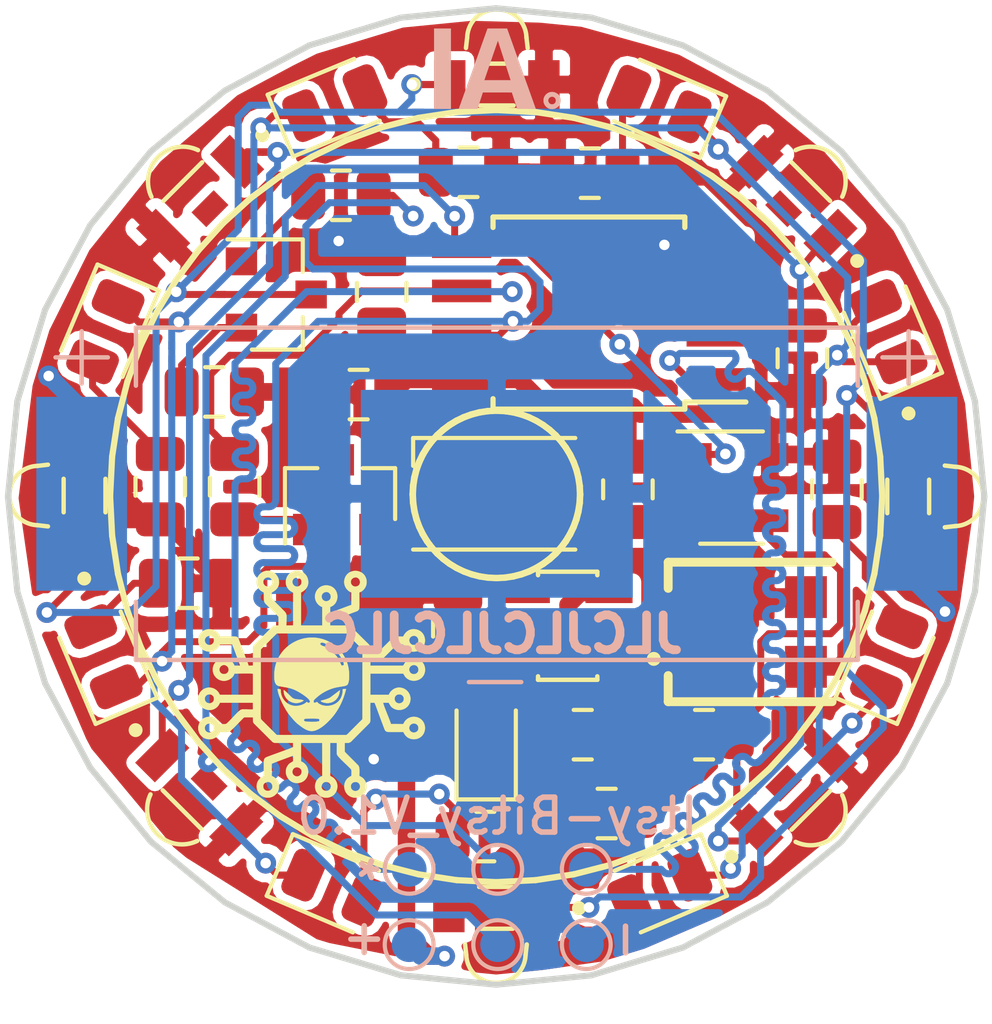
<source format=kicad_pcb>
(kicad_pcb (version 20171130) (host pcbnew "(5.0.2)-1")
  (title_block (title Itsy-Bitsy_V1.0) (date 2020-06-07) (rev A))
  (layers (0 F.Cu signal) (31 B.Cu signal) (34 B.Paste user hide) (35 F.Paste user hide) (36 B.SilkS user) (37 F.SilkS user) (38 B.Mask user hide) (39 F.Mask user hide) (44 Edge.Cuts user))
  (net 0 "")
  (net 1 /5V_in)
  (net 2 GND)
  (net 3 /vin)
  (net 4 "Net-(D1-Pad2)")
  (net 5 /sense_in)
  (net 6 /led_out_miso)
  (net 7 /ir_out_sck)
  (net 8 /comp_out_mosi)
  (net 9 /rst)
  (net 10 "Net-(U3-Pad3)")
  (net 11 "Net-(C2-Pad1)")
  (net 12 "Net-(Q1-Pad2)")
  (net 13 "Net-(Q1-Pad1)")
  (net 14 "Net-(R4-Pad2)")
  (net 15 "Net-(D14-Pad2)")
  (net 16 "Net-(D13-Pad2)")
  (net 17 "Net-(D12-Pad2)")
  (net 18 "Net-(D11-Pad2)")
  (net 19 "Net-(D1-Pad1)")
  (net 20 "Net-(D2-Pad1)")
  (net 21 "Net-(U3-Pad2)")
  (net 22 "Net-(D6-Pad2)")
  (net 23 "Net-(Q2-Pad1)")
  (net 24 "Net-(D7-Pad2)")
  (net 25 "Net-(D8-Pad2)")
  (net 26 "Net-(D9-Pad2)")
  (module Package_TO_SOT_SMD:AP2112K-3.3TRG1 (layer F.Cu) (at 218.5924 114.16284 180)
    (fp_text reference U1 hide)
    (fp_text value AP2112K-3.3TRG1)
    (pad 1 smd rect (at -1.185 -0.95 180) (size 1.35 0.6) (layers F.Cu F.Paste F.Mask) (net 1 /5V_in))
    (pad 2 smd rect (at -1.185 0 180) (size 1.35 0.6) (layers F.Cu F.Paste F.Mask) (net 2 GND))
    (pad 3 smd rect (at -1.185 0.95 180) (size 1.35 0.6) (layers F.Cu F.Paste F.Mask) (net 1 /5V_in))
    (pad 4 smd rect (at 1.185 0.95 180) (size 1.35 0.6) (layers F.Cu F.Paste F.Mask))
    (pad 5 smd rect (at 1.185 -0.95 180) (size 1.35 0.6) (layers F.Cu F.Paste F.Mask) (net 11 "Net-(C2-Pad1)"))
  )
  (module Resistor_SMD:R_0805_2012Metric (layer F.Cu) (at 207.7212 112.94364)
    (fp_text reference R7)
    (fp_text value R)
    (pad 1 smd roundrect (at -0.9375 0) (size 0.975 1.4) (layers F.Cu F.Paste F.Mask) (net 17 "Net-(D12-Pad2)"))
    (pad 2 smd roundrect (at 0.9375 0) (size 0.975 1.4) (layers F.Cu F.Paste F.Mask) (net 3 /vin))
  )
  (module TestPoint:TestPoint_Pad_D1.0mm (layer B.Cu) (at 214.0458 121.14784)
    (fp_text reference TP3 hide)
    (fp_text value TestPoint)
    (pad 1 smd circle (at 0 0) (size 1 1) (layers B.Cu B.Mask) (net 6 /led_out_miso))
  )
  (module TestPoint:TestPoint_Pad_D1.0mm (layer B.Cu) (at 219.1258 121.14784)
    (fp_text reference TP1 hide)
    (fp_text value TestPoint)
    (pad 1 smd circle (at 0 0) (size 1 1) (layers B.Cu B.Mask) (net 9 /rst))
  )
  (module TestPoint:TestPoint_Pad_D1.0mm (layer B.Cu) (at 216.5858 121.14784)
    (fp_text reference TP2 hide)
    (fp_text value TestPoint)
    (pad 1 smd circle (at 0 0) (size 1 1) (layers B.Cu B.Mask) (net 7 /ir_out_sck))
  )
  (module TestPoint:TestPoint_Pad_D1.0mm (layer B.Cu) (at 216.5858 123.30684)
    (fp_text reference TP5 hide)
    (fp_text value TestPoint)
    (pad 1 smd circle (at 0 0) (size 1 1) (layers B.Cu B.Mask) (net 8 /comp_out_mosi))
  )
  (module TestPoint:TestPoint_Pad_D1.0mm (layer B.Cu) (at 219.1258 123.30684)
    (fp_text reference TP6 hide)
    (fp_text value TestPoint)
    (pad 1 smd circle (at 0 0) (size 1 1) (layers B.Cu B.Mask) (net 2 GND))
  )
  (module TestPoint:TestPoint_Pad_D1.0mm (layer B.Cu) (at 214.0458 123.30684)
    (fp_text reference TP4 hide)
    (fp_text value TestPoint)
    (pad 1 smd circle (at 0 0) (size 1 1) (layers B.Cu B.Mask) (net 1 /5V_in))
  )
  (module LED_SMD:LED_0805_2012Metric (layer F.Cu) (at 227.7872 105.73004 113)
    (fp_text reference D6 hide)
    (fp_text value green)
    (pad 2 smd roundrect (at 0.9375 0 113) (size 0.975 1.4) (layers F.Cu F.Paste F.Mask) (net 22 "Net-(D6-Pad2)"))
    (pad 1 smd roundrect (at -0.9375 0 113) (size 0.975 1.4) (layers F.Cu F.Paste F.Mask) (net 19 "Net-(D1-Pad1)"))
  )
  (module LED_SMD:LED_0805_2012Metric (layer F.Cu) (at 211.9122 99.17684 22.5)
    (fp_text reference D9 hide)
    (fp_text value green)
    (pad 1 smd roundrect (at -0.9375 0 22.5) (size 0.975 1.4) (layers F.Cu F.Paste F.Mask) (net 19 "Net-(D1-Pad1)"))
    (pad 2 smd roundrect (at 0.9375 0 22.5) (size 0.975 1.4) (layers F.Cu F.Paste F.Mask) (net 26 "Net-(D9-Pad2)"))
  )
  (module LED_SMD:LED_0805_2012Metric (layer F.Cu) (at 227.8126 115.05184 67)
    (fp_text reference D8 hide)
    (fp_text value green)
    (pad 2 smd roundrect (at 0.9375 0 67) (size 0.975 1.4) (layers F.Cu F.Paste F.Mask) (net 25 "Net-(D8-Pad2)"))
    (pad 1 smd roundrect (at -0.9375 0 67) (size 0.975 1.4) (layers F.Cu F.Paste F.Mask) (net 19 "Net-(D1-Pad1)"))
  )
  (module LED_SMD:LED_0805_2012Metric (layer F.Cu) (at 221.2109 99.20224 157)
    (fp_text reference D7 hide)
    (fp_text value green)
    (pad 1 smd roundrect (at -0.9375 0 157) (size 0.975 1.4) (layers F.Cu F.Paste F.Mask) (net 19 "Net-(D1-Pad1)"))
    (pad 2 smd roundrect (at 0.9375 0 157) (size 0.975 1.4) (layers F.Cu F.Paste F.Mask) (net 24 "Net-(D7-Pad2)"))
  )
  (module Resistor_SMD:R_0805_2012Metric (layer F.Cu) (at 215.7476 101.15804)
    (fp_text reference R15 hide)
    (fp_text value R)
    (pad 1 smd roundrect (at -0.9375 0) (size 0.975 1.4) (layers F.Cu F.Paste F.Mask) (net 26 "Net-(D9-Pad2)"))
    (pad 2 smd roundrect (at 0.9375 0) (size 0.975 1.4) (layers F.Cu F.Paste F.Mask) (net 3 /vin))
  )
  (module Resistor_SMD:R_0805_2012Metric (layer F.Cu) (at 226.314 110.25124 90)
    (fp_text reference R14 hide)
    (fp_text value R)
    (pad 2 smd roundrect (at 0.9375 0 90) (size 0.975 1.4) (layers F.Cu F.Paste F.Mask) (net 3 /vin))
    (pad 1 smd roundrect (at -0.9375 0 90) (size 0.975 1.4) (layers F.Cu F.Paste F.Mask) (net 25 "Net-(D8-Pad2)"))
  )
  (module Resistor_SMD:R_0805_2012Metric (layer F.Cu) (at 219.2274 101.18344 180)
    (fp_text reference R13 hide)
    (fp_text value R)
    (pad 1 smd roundrect (at -0.9375 0 180) (size 0.975 1.4) (layers F.Cu F.Paste F.Mask) (net 24 "Net-(D7-Pad2)"))
    (pad 2 smd roundrect (at 0.9375 0 180) (size 0.975 1.4) (layers F.Cu F.Paste F.Mask) (net 3 /vin))
  )
  (module Resistor_SMD:R_0805_2012Metric (layer F.Cu) (at 209.042 110.17504 90)
    (fp_text reference R10 hide)
    (fp_text value 10k)
    (pad 2 smd roundrect (at 0.9375 0 90) (size 0.975 1.4) (layers F.Cu F.Paste F.Mask) (net 6 /led_out_miso))
    (pad 1 smd roundrect (at -0.9375 0 90) (size 0.975 1.4) (layers F.Cu F.Paste F.Mask) (net 23 "Net-(Q2-Pad1)"))
  )
  (module Resistor_SMD:R_0805_2012Metric (layer F.Cu) (at 225.3234 106.49204 270)
    (fp_text reference R12 hide)
    (fp_text value R)
    (pad 1 smd roundrect (at -0.9375 0 270) (size 0.975 1.4) (layers F.Cu F.Paste F.Mask) (net 22 "Net-(D6-Pad2)"))
    (pad 2 smd roundrect (at 0.9375 0 270) (size 0.975 1.4) (layers F.Cu F.Paste F.Mask) (net 3 /vin))
  )
  (module Battery:BAT_BC-2003 (layer B.Cu) (at 216.5604 110.37824)
    (fp_text reference BT1 hide)
    (fp_text value BC-2003)
    (pad S1+ smd rect (at -11.905 0) (size 2.6 5.56) (layers B.Cu B.Paste B.Mask) (net 3 /vin))
    (pad S2+ smd rect (at 11.905 0) (size 2.6 5.56) (layers B.Cu B.Paste B.Mask) (net 3 /vin))
    (pad - smd rect (at 0 0) (size 7.8 5.96) (layers B.Cu B.Mask) (net 2 GND))
  )
  (module LED_SMD:LED_SFH_4045N (layer F.Cu) (at 216.535 122.97664 180)
    (fp_text reference D4 hide)
    (fp_text value SFH_4045N)
    (pad 2 smd rect (at 1.35 0.725 180) (size 0.9 1.4) (layers F.Cu F.Paste F.Mask) (net 3 /vin))
    (pad 1 smd rect (at -1.35 0.725 180) (size 0.9 1.4) (layers F.Cu F.Paste F.Mask) (net 20 "Net-(D2-Pad1)"))
  )
  (module LED_SMD:LED_SFH_4045N (layer F.Cu) (at 229.0826 110.45444 270)
    (fp_text reference D3 hide)
    (fp_text value SFH_4045N)
    (pad 1 smd rect (at -1.35 0.725 270) (size 0.9 1.4) (layers F.Cu F.Paste F.Mask) (net 20 "Net-(D2-Pad1)"))
    (pad 2 smd rect (at 1.35 0.725 270) (size 0.9 1.4) (layers F.Cu F.Paste F.Mask) (net 3 /vin))
  )
  (module LED_SMD:LED_SFH_4045N (layer F.Cu) (at 216.5604 97.91844)
    (fp_text reference D2 hide)
    (fp_text value SFH_4045N)
    (pad 2 smd rect (at 1.35 0.725) (size 0.9 1.4) (layers F.Cu F.Paste F.Mask) (net 3 /vin))
    (pad 1 smd rect (at -1.35 0.725) (size 0.9 1.4) (layers F.Cu F.Paste F.Mask) (net 20 "Net-(D2-Pad1)"))
  )
  (module LED_SMD:LED_SFH_4045N (layer F.Cu) (at 204.0128 110.42904 90)
    (fp_text reference D5 hide)
    (fp_text value SFH_4045N)
    (pad 1 smd rect (at -1.35 0.725 90) (size 0.9 1.4) (layers F.Cu F.Paste F.Mask) (net 20 "Net-(D2-Pad1)"))
    (pad 2 smd rect (at 1.35 0.725 90) (size 0.9 1.4) (layers F.Cu F.Paste F.Mask) (net 3 /vin))
  )
  (module LED_SMD:TRANS_PT12-21C_TR8 (layer F.Cu) (at 225.0694 101.92004 315)
    (fp_text reference Q3 hide)
    (fp_text value PT12-21C_TR8)
    (pad P1 smd rect (at 0 0.4 315) (size 0.9 0.6) (layers F.Cu F.Paste F.Mask))
    (pad C smd rect (at -1.5 0 315) (size 0.8 1.4) (layers F.Cu F.Paste F.Mask) (net 3 /vin))
    (pad E smd rect (at 1.5 0 315) (size 0.8 1.4) (layers F.Cu F.Paste F.Mask) (net 5 /sense_in))
  )
  (module LED_SMD:TRANS_PT12-21C_TR8 (layer F.Cu) (at 225.0694 118.96344 225)
    (fp_text reference Q4 hide)
    (fp_text value PT12-21C_TR8)
    (pad E smd rect (at 1.5 0 225) (size 0.8 1.4) (layers F.Cu F.Paste F.Mask) (net 5 /sense_in))
    (pad C smd rect (at -1.5 0 225) (size 0.8 1.4) (layers F.Cu F.Paste F.Mask) (net 3 /vin))
    (pad P1 smd rect (at 0 0.4 225) (size 0.9 0.6) (layers F.Cu F.Paste F.Mask))
  )
  (module LED_SMD:TRANS_PT12-21C_TR8 (layer F.Cu) (at 208.026 118.93804 135)
    (fp_text reference Q5 hide)
    (fp_text value PT12-21C_TR8)
    (pad P1 smd rect (at 0 0.4 135) (size 0.9 0.6) (layers F.Cu F.Paste F.Mask))
    (pad C smd rect (at -1.5 0 135) (size 0.8 1.4) (layers F.Cu F.Paste F.Mask) (net 3 /vin))
    (pad E smd rect (at 1.5 0 135) (size 0.8 1.4) (layers F.Cu F.Paste F.Mask) (net 5 /sense_in))
  )
  (module LED_SMD:TRANS_PT12-21C_TR8 (layer F.Cu) (at 208.0514 101.92004 45)
    (fp_text reference Q6 hide)
    (fp_text value PT12-21C_TR8)
    (pad E smd rect (at 1.5 0 45) (size 0.8 1.4) (layers F.Cu F.Paste F.Mask) (net 5 /sense_in))
    (pad C smd rect (at -1.5 0 45) (size 0.8 1.4) (layers F.Cu F.Paste F.Mask) (net 3 /vin))
    (pad P1 smd rect (at 0 0.4 45) (size 0.9 0.6) (layers F.Cu F.Paste F.Mask))
  )
  (module LED_SMD:LED_0805_2012Metric (layer F.Cu) (at 221.234 121.68124 203)
    (fp_text reference D14)
    (fp_text value green)
    (pad 2 smd roundrect (at 0.9375 0 203) (size 0.975 1.4) (layers F.Cu F.Paste F.Mask) (net 15 "Net-(D14-Pad2)"))
    (pad 1 smd roundrect (at -0.9375 0 203) (size 0.975 1.4) (layers F.Cu F.Paste F.Mask) (net 19 "Net-(D1-Pad1)"))
  )
  (module LED_SMD:LED_0805_2012Metric (layer F.Cu) (at 205.2805 115.05184 113)
    (fp_text reference D12)
    (fp_text value green)
    (pad 1 smd roundrect (at -0.9375 0 113) (size 0.975 1.4) (layers F.Cu F.Paste F.Mask) (net 19 "Net-(D1-Pad1)"))
    (pad 2 smd roundrect (at 0.9375 0 113) (size 0.975 1.4) (layers F.Cu F.Paste F.Mask) (net 17 "Net-(D12-Pad2)"))
  )
  (module LED_SMD:LED_0805_2012Metric (layer F.Cu) (at 205.3336 105.73004 247)
    (fp_text reference D11)
    (fp_text value green)
    (pad 2 smd roundrect (at 0.9375 0 247) (size 0.975 1.4) (layers F.Cu F.Paste F.Mask) (net 18 "Net-(D11-Pad2)"))
    (pad 1 smd roundrect (at -0.9375 0 247) (size 0.975 1.4) (layers F.Cu F.Paste F.Mask) (net 19 "Net-(D1-Pad1)"))
  )
  (module LED_SMD:LED_0805_2012Metric (layer F.Cu) (at 211.8868 121.68124 337)
    (fp_text reference D13)
    (fp_text value green)
    (pad 1 smd roundrect (at -0.9375 0 337) (size 0.975 1.4) (layers F.Cu F.Paste F.Mask) (net 19 "Net-(D1-Pad1)"))
    (pad 2 smd roundrect (at 0.9375 0 337) (size 0.975 1.4) (layers F.Cu F.Paste F.Mask) (net 16 "Net-(D13-Pad2)"))
  )
  (module Package_TO_SOT_SMD:SOT-23 (layer F.Cu) (at 212.0646 110.40364 90)
    (fp_text reference Q2)
    (fp_text value BC847)
    (pad 1 smd rect (at -1 -0.95 90) (size 0.9 0.8) (layers F.Cu F.Paste F.Mask) (net 23 "Net-(Q2-Pad1)"))
    (pad 2 smd rect (at -1 0.95 90) (size 0.9 0.8) (layers F.Cu F.Paste F.Mask) (net 2 GND))
    (pad 3 smd rect (at 1 0 90) (size 0.9 0.8) (layers F.Cu F.Paste F.Mask) (net 19 "Net-(D1-Pad1)"))
  )
  (module Package_TO_SOT_SMD:SOT-23-5 (layer F.Cu) (at 223.2914 110.20044)
    (fp_text reference U2)
    (fp_text value TLV7031DBVR)
    (pad 1 smd rect (at -1.1 -0.95) (size 1.06 0.65) (layers F.Cu F.Paste F.Mask) (net 8 /comp_out_mosi))
    (pad 2 smd rect (at -1.1 0) (size 1.06 0.65) (layers F.Cu F.Paste F.Mask) (net 2 GND))
    (pad 3 smd rect (at -1.1 0.95) (size 1.06 0.65) (layers F.Cu F.Paste F.Mask) (net 14 "Net-(R4-Pad2)"))
    (pad 4 smd rect (at 1.1 0.95) (size 1.06 0.65) (layers F.Cu F.Paste F.Mask) (net 5 /sense_in))
    (pad 5 smd rect (at 1.1 -0.95) (size 1.06 0.65) (layers F.Cu F.Paste F.Mask) (net 3 /vin))
  )
  (module Resistor_SMD:R_0805_2012Metric (layer F.Cu) (at 206.9084 110.17504 270)
    (fp_text reference R6 hide)
    (fp_text value R)
    (pad 2 smd roundrect (at 0.9375 0 270) (size 0.975 1.4) (layers F.Cu F.Paste F.Mask) (net 3 /vin))
    (pad 1 smd roundrect (at -0.9375 0 270) (size 0.975 1.4) (layers F.Cu F.Paste F.Mask) (net 18 "Net-(D11-Pad2)"))
  )
  (module Resistor_SMD:R_0805_2012Metric (layer F.Cu) (at 216.2302 120.20804)
    (fp_text reference R8)
    (fp_text value R)
    (pad 2 smd roundrect (at 0.9375 0) (size 0.975 1.4) (layers F.Cu F.Paste F.Mask) (net 3 /vin))
    (pad 1 smd roundrect (at -0.9375 0) (size 0.975 1.4) (layers F.Cu F.Paste F.Mask) (net 16 "Net-(D13-Pad2)"))
  )
  (module Resistor_SMD:R_0805_2012Metric (layer F.Cu) (at 219.71 119.54764 180)
    (fp_text reference R9)
    (fp_text value R)
    (pad 1 smd roundrect (at -0.9375 0 180) (size 0.975 1.4) (layers F.Cu F.Paste F.Mask) (net 15 "Net-(D14-Pad2)"))
    (pad 2 smd roundrect (at 0.9375 0 180) (size 0.975 1.4) (layers F.Cu F.Paste F.Mask) (net 3 /vin))
  )
  (module Package_TO_SOT_SMD:SOT-23 (layer F.Cu) (at 210.2358 104.66324)
    (fp_text reference Q1 hide)
    (fp_text value BC847)
    (pad 1 smd rect (at -1 -0.95) (size 0.9 0.8) (layers F.Cu F.Paste F.Mask) (net 13 "Net-(Q1-Pad1)"))
    (pad 2 smd rect (at -1 0.95) (size 0.9 0.8) (layers F.Cu F.Paste F.Mask) (net 12 "Net-(Q1-Pad2)"))
    (pad 3 smd rect (at 1 0) (size 0.9 0.8) (layers F.Cu F.Paste F.Mask) (net 20 "Net-(D2-Pad1)"))
  )
  (module Resistor_SMD:R_0805_2012Metric (layer F.Cu) (at 212.09 101.81844)
    (fp_text reference R5 hide)
    (fp_text value 10k)
    (pad 1 smd roundrect (at -0.9375 0) (size 0.975 1.4) (layers F.Cu F.Paste F.Mask) (net 13 "Net-(Q1-Pad1)"))
    (pad 2 smd roundrect (at 0.9375 0) (size 0.975 1.4) (layers F.Cu F.Paste F.Mask) (net 7 /ir_out_sck))
  )
  (module Potentiometer_SMD:TC33X-2-103E (layer F.Cu) (at 223.8248 114.34064 90)
    (fp_text reference R4 hide)
    (fp_text value TC33X-2-103E)
    (pad 1 smd rect (at -1 1.6 90) (size 1.2 1.2) (layers F.Cu F.Paste F.Mask) (net 3 /vin))
    (pad 3 smd rect (at 1 1.6 90) (size 1.2 1.2) (layers F.Cu F.Paste F.Mask) (net 2 GND))
    (pad 2 smd rect (at 0 -1.65 90) (size 1.6 1.5) (layers F.Cu F.Paste F.Mask) (net 14 "Net-(R4-Pad2)"))
  )
  (module LED_SMD:LED_PLCC-2 (layer F.Cu) (at 216.5604 110.37824)
    (fp_text reference D1 hide)
    (fp_text value AA3528LSECKT/J3)
    (pad 1 smd rect (at -1.5 0) (size 1.5 2.6) (layers F.Cu F.Paste F.Mask) (net 19 "Net-(D1-Pad1)"))
    (pad 2 smd rect (at 1.5 0) (size 1.5 2.6) (layers F.Cu F.Paste F.Mask) (net 4 "Net-(D1-Pad2)"))
  )
  (module Diode_SMD:D_SOD-323 (layer F.Cu) (at 216.2556 117.64264 90)
    (fp_text reference D10 hide)
    (fp_text value ZLLS410TA)
    (pad 1 smd rect (at -1.05 0 90) (size 0.6 0.45) (layers F.Cu F.Paste F.Mask) (net 3 /vin))
    (pad 2 smd rect (at 1.05 0 90) (size 0.6 0.45) (layers F.Cu F.Paste F.Mask) (net 11 "Net-(C2-Pad1)"))
  )
  (module Capacitor_SMD:C_0805_2012Metric (layer F.Cu) (at 219.0242 117.28704)
    (fp_text reference C1 hide)
    (fp_text value 1uf)
    (pad 1 smd roundrect (at -0.937501 0) (size 0.975 1.4) (layers F.Cu F.Paste F.Mask) (net 1 /5V_in))
    (pad 2 smd roundrect (at 0.937501 0) (size 0.975 1.4) (layers F.Cu F.Paste F.Mask) (net 2 GND))
  )
  (module Capacitor_SMD:C_0805_2012Metric (layer F.Cu) (at 215.4428 114.21364 90)
    (fp_text reference C2 hide)
    (fp_text value 1uf)
    (pad 2 smd roundrect (at 0.9375 0 90) (size 0.975 1.4) (layers F.Cu F.Paste F.Mask) (net 2 GND))
    (pad 1 smd roundrect (at -0.9375 0 90) (size 0.975 1.4) (layers F.Cu F.Paste F.Mask) (net 11 "Net-(C2-Pad1)"))
  )
  (module Capacitor_SMD:C_0805_2012Metric (layer F.Cu) (at 212.598 107.53344 180)
    (fp_text reference C3 hide)
    (fp_text value 4.7uf)
    (pad 1 smd roundrect (at -0.9375 0 180) (size 0.975 1.4) (layers F.Cu F.Paste F.Mask) (net 3 /vin))
    (pad 2 smd roundrect (at 0.9375 0 180) (size 0.975 1.4) (layers F.Cu F.Paste F.Mask) (net 2 GND))
  )
  (module Capacitor_SMD:C_0805_2012Metric (layer F.Cu) (at 213.2584 104.58704 90)
    (fp_text reference C4 hide)
    (fp_text value 0.1uf)
    (pad 2 smd roundrect (at 0.9375 0 90) (size 0.975 1.4) (layers F.Cu F.Paste F.Mask) (net 2 GND))
    (pad 1 smd roundrect (at -0.9375 0 90) (size 0.975 1.4) (layers F.Cu F.Paste F.Mask) (net 3 /vin))
  )
  (module Resistor_SMD:R_0805_2012Metric (layer F.Cu) (at 220.3196 110.25124 90)
    (fp_text reference R1 hide)
    (fp_text value R)
    (pad 1 smd roundrect (at -0.9375 0 90) (size 0.975 1.4) (layers F.Cu F.Paste F.Mask) (net 4 "Net-(D1-Pad2)"))
    (pad 2 smd roundrect (at 0.9375 0 90) (size 0.975 1.4) (layers F.Cu F.Paste F.Mask) (net 3 /vin))
  )
  (module Resistor_SMD:R_0805_2012Metric (layer F.Cu) (at 208.4578 107.45724 180)
    (fp_text reference R2 hide)
    (fp_text value R)
    (pad 1 smd roundrect (at -0.9375 0 180) (size 0.975 1.4) (layers F.Cu F.Paste F.Mask) (net 2 GND))
    (pad 2 smd roundrect (at 0.9375 0 180) (size 0.975 1.4) (layers F.Cu F.Paste F.Mask) (net 12 "Net-(Q1-Pad2)"))
  )
  (module Resistor_SMD:R_0805_2012Metric (layer F.Cu) (at 222.504 117.28704)
    (fp_text reference R3 hide)
    (fp_text value 10k)
    (pad 2 smd roundrect (at 0.937501 0) (size 0.975 1.4) (layers F.Cu F.Paste F.Mask) (net 5 /sense_in))
    (pad 1 smd roundrect (at -0.937501 0) (size 0.975 1.4) (layers F.Cu F.Paste F.Mask) (net 2 GND))
  )
  (module Package_SO:SOIJ-8_5.3x5.3mm_P1.27mm (layer F.Cu) (at 219.202 105.19664 180)
    (fp_text reference U3 hide)
    (fp_text value ATtiny85-20SU)
    (pad 1 smd rect (at -3.65 -1.905 180) (size 1.7 0.65) (layers F.Cu F.Paste F.Mask) (net 9 /rst))
    (pad 2 smd rect (at -3.65 -0.635 180) (size 1.7 0.65) (layers F.Cu F.Paste F.Mask) (net 21 "Net-(U3-Pad2)"))
    (pad 3 smd rect (at -3.65 0.635 180) (size 1.7 0.65) (layers F.Cu F.Paste F.Mask) (net 10 "Net-(U3-Pad3)"))
    (pad 4 smd rect (at -3.65 1.905 180) (size 1.7 0.65) (layers F.Cu F.Paste F.Mask) (net 2 GND))
    (pad 5 smd rect (at 3.65 1.905 180) (size 1.7 0.65) (layers F.Cu F.Paste F.Mask) (net 8 /comp_out_mosi))
    (pad 6 smd rect (at 3.65 0.635 180) (size 1.7 0.65) (layers F.Cu F.Paste F.Mask) (net 6 /led_out_miso))
    (pad 7 smd rect (at 3.65 -0.635 180) (size 1.7 0.65) (layers F.Cu F.Paste F.Mask) (net 7 /ir_out_sck))
    (pad 8 smd rect (at 3.65 -1.905 180) (size 1.7 0.65) (layers F.Cu F.Paste F.Mask) (net 3 /vin))
  )
  (module AI_logo:AI_face_logo (layer F.Cu) (at 208.80832 115.83924)
    (fp_text reference G*** hide)
    (fp_text value LOGO hide)
  )
  (module AI_logo:AI_logo (layer B.Cu) (at 216.57564 98.19132 180)
    (fp_text reference G*** hide)
    (fp_text value LOGO hide)
  )
  (gr_text JLCJLCJLCJLC (at 216.7128 114.4016) (layer B.SilkS) (effects (font (size 1 1) (thickness 0.25)) (justify mirror)))
  (gr_text + (at 212.68436 123.14936 90) (layer B.SilkS) (effects (font (size 1 1) (thickness 0.16)) (justify mirror)))
  (gr_text - (at 220.17736 123.15952 90) (layer B.SilkS) (effects (font (size 1 1) (thickness 0.16)) (justify mirror)))
  (gr_text * (at 212.56244 121.14276 270) (layer B.SilkS) (effects (font (size 1 1) (thickness 0.16)) (justify mirror)))
  (gr_line (start 218.65284 111.53592) (end 218.75384 111.32602) (layer F.SilkS) (width 0.1778))
  (gr_line (start 214.55224 111.73382) (end 214.69034 111.91862) (layer F.SilkS) (width 0.1778))
  (gr_line (start 215.20044 112.38192) (end 215.39834 112.50212) (layer F.SilkS) (width 0.1778))
  (gr_line (start 218.65274 109.24762) (end 218.53254 109.04972) (layer F.SilkS) (width 0.1778))
  (gr_line (start 217.47674 112.60312) (end 217.68664 112.50212) (layer F.SilkS) (width 0.1778))
  (gr_line (start 218.53264 111.73382) (end 218.65284 111.53592) (layer F.SilkS) (width 0.1778))
  (gr_line (start 217.88454 112.38192) (end 218.06934 112.24382) (layer F.SilkS) (width 0.1778))
  (gr_line (start 216.05874 112.74292) (end 216.29704 112.77932) (layer F.SilkS) (width 0.1778))
  (gr_line (start 214.15484 110.14632) (end 214.14244 110.39172) (layer F.SilkS) (width 0.1778))
  (gr_line (start 214.19124 110.87542) (end 214.25034 111.10552) (layer F.SilkS) (width 0.1778))
  (gr_line (start 214.84514 112.08902) (end 215.01564 112.24382) (layer F.SilkS) (width 0.1778))
  (gr_line (start 214.15484 110.63712) (end 214.19124 110.87542) (layer F.SilkS) (width 0.1778))
  (gr_line (start 218.23964 108.69452) (end 218.23964 108.69452) (layer F.SilkS) (width 0.1778))
  (gr_line (start 215.60814 112.60312) (end 215.82864 112.68382) (layer F.SilkS) (width 0.1778))
  (gr_line (start 218.93004 110.14632) (end 218.89364 109.90802) (layer F.SilkS) (width 0.1778))
  (gr_line (start 218.83454 111.10552) (end 218.89364 110.87542) (layer F.SilkS) (width 0.1778))
  (gr_line (start 218.39454 111.91862) (end 218.53264 111.73382) (layer F.SilkS) (width 0.1778))
  (gr_line (start 217.25624 112.68382) (end 217.47674 112.60312) (layer F.SilkS) (width 0.1778))
  (gr_line (start 218.93004 110.63712) (end 218.94244 110.39172) (layer F.SilkS) (width 0.1778))
  (gr_line (start 216.54244 112.79172) (end 216.78784 112.77932) (layer F.SilkS) (width 0.1778))
  (gr_line (start 214.43204 111.53592) (end 214.55224 111.73382) (layer F.SilkS) (width 0.1778))
  (gr_line (start 215.39834 112.50212) (end 215.60814 112.60312) (layer F.SilkS) (width 0.1778))
  (gr_line (start 214.14244 110.39172) (end 214.15484 110.63712) (layer F.SilkS) (width 0.1778))
  (gr_line (start 215.01564 112.24382) (end 215.20044 112.38192) (layer F.SilkS) (width 0.1778))
  (gr_line (start 214.25034 111.10552) (end 214.33104 111.32602) (layer F.SilkS) (width 0.1778))
  (gr_line (start 218.83454 109.67792) (end 218.75384 109.45742) (layer F.SilkS) (width 0.1778))
  (gr_line (start 218.39444 108.86492) (end 218.23964 108.69452) (layer F.SilkS) (width 0.1778))
  (gr_line (start 218.53254 109.04972) (end 218.39444 108.86492) (layer F.SilkS) (width 0.1778))
  (gr_line (start 217.68664 112.50212) (end 217.88454 112.38192) (layer F.SilkS) (width 0.1778))
  (gr_line (start 214.33104 111.32602) (end 214.43204 111.53592) (layer F.SilkS) (width 0.1778))
  (gr_line (start 218.89364 109.90802) (end 218.83454 109.67792) (layer F.SilkS) (width 0.1778))
  (gr_line (start 218.75384 111.32602) (end 218.83454 111.10552) (layer F.SilkS) (width 0.1778))
  (gr_line (start 218.89364 110.87542) (end 218.93004 110.63712) (layer F.SilkS) (width 0.1778))
  (gr_line (start 214.69034 111.91862) (end 214.84514 112.08902) (layer F.SilkS) (width 0.1778))
  (gr_line (start 218.23974 112.08902) (end 218.39454 111.91862) (layer F.SilkS) (width 0.1778))
  (gr_line (start 216.78784 112.77932) (end 217.02614 112.74292) (layer F.SilkS) (width 0.1778))
  (gr_line (start 218.94244 110.39172) (end 218.93004 110.14632) (layer F.SilkS) (width 0.1778))
  (gr_line (start 217.02614 112.74292) (end 217.25624 112.68382) (layer F.SilkS) (width 0.1778))
  (gr_line (start 218.06934 112.24382) (end 218.23974 112.08902) (layer F.SilkS) (width 0.1778))
  (gr_line (start 218.75384 109.45742) (end 218.65274 109.24762) (layer F.SilkS) (width 0.1778))
  (gr_line (start 215.82864 112.68382) (end 216.05874 112.74292) (layer F.SilkS) (width 0.1778))
  (gr_line (start 216.29704 112.77932) (end 216.54244 112.79172) (layer F.SilkS) (width 0.1778))
  (gr_line (start 217.25624 108.09962) (end 217.02614 108.04052) (layer F.SilkS) (width 0.1778))
  (gr_line (start 215.20044 108.40162) (end 215.01574 108.53972) (layer F.SilkS) (width 0.1778))
  (gr_line (start 214.69044 108.86502) (end 214.55234 109.04972) (layer F.SilkS) (width 0.1778))
  (gr_line (start 214.25034 109.67792) (end 214.19124 109.90802) (layer F.SilkS) (width 0.1778))
  (gr_line (start 214.33104 109.45742) (end 214.25034 109.67792) (layer F.SilkS) (width 0.1778))
  (gr_line (start 214.43214 109.24762) (end 214.33104 109.45742) (layer F.SilkS) (width 0.1778))
  (gr_line (start 214.55234 109.04972) (end 214.43214 109.24762) (layer F.SilkS) (width 0.1778))
  (gr_line (start 214.84534 108.69462) (end 214.69044 108.86502) (layer F.SilkS) (width 0.1778))
  (gr_line (start 216.78784 108.00412) (end 216.54244 107.99172) (layer F.SilkS) (width 0.1778))
  (gr_line (start 215.01574 108.53972) (end 214.84534 108.69462) (layer F.SilkS) (width 0.1778))
  (gr_line (start 215.39834 108.28142) (end 215.20044 108.40162) (layer F.SilkS) (width 0.1778))
  (gr_line (start 217.68654 108.28132) (end 217.47674 108.18032) (layer F.SilkS) (width 0.1778))
  (gr_line (start 215.82864 108.09962) (end 215.60814 108.18032) (layer F.SilkS) (width 0.1778))
  (gr_line (start 216.05874 108.04052) (end 215.82864 108.09962) (layer F.SilkS) (width 0.1778))
  (gr_line (start 217.02614 108.04052) (end 216.78784 108.00412) (layer F.SilkS) (width 0.1778))
  (gr_line (start 218.06924 108.53962) (end 217.88444 108.40152) (layer F.SilkS) (width 0.1778))
  (gr_line (start 218.76624 109.46452) (end 218.66514 109.25472) (layer F.SilkS) (width 0.1778))
  (gr_line (start 214.56464 111.74092) (end 214.70274 111.92572) (layer F.SilkS) (width 0.1778))
  (gr_line (start 217.89694 112.38902) (end 218.08174 112.25092) (layer F.SilkS) (width 0.1778))
  (gr_line (start 217.69904 112.50922) (end 217.89694 112.38902) (layer F.SilkS) (width 0.1778))
  (gr_line (start 214.15484 110.39882) (end 214.16724 110.64422) (layer F.SilkS) (width 0.1778))
  (gr_line (start 215.62054 112.61022) (end 215.84104 112.69092) (layer F.SilkS) (width 0.1778))
  (gr_line (start 218.84694 109.68502) (end 218.76624 109.46452) (layer F.SilkS) (width 0.1778))
  (gr_line (start 216.07114 112.75002) (end 216.30944 112.78642) (layer F.SilkS) (width 0.1778))
  (gr_line (start 218.94244 110.64422) (end 218.95484 110.39882) (layer F.SilkS) (width 0.1778))
  (gr_line (start 217.03854 112.75002) (end 217.26864 112.69092) (layer F.SilkS) (width 0.1778))
  (gr_line (start 216.80024 112.78642) (end 217.03854 112.75002) (layer F.SilkS) (width 0.1778))
  (gr_line (start 214.44444 111.54302) (end 214.56464 111.74092) (layer F.SilkS) (width 0.1778))
  (gr_line (start 218.66524 111.54302) (end 218.76624 111.33312) (layer F.SilkS) (width 0.1778))
  (gr_line (start 216.29704 108.00412) (end 216.05874 108.04052) (layer F.SilkS) (width 0.1778))
  (gr_line (start 218.08174 112.25092) (end 218.25214 112.09612) (layer F.SilkS) (width 0.1778))
  (gr_line (start 218.90604 110.88252) (end 218.94244 110.64422) (layer F.SilkS) (width 0.1778))
  (gr_line (start 215.21284 112.38902) (end 215.41074 112.50922) (layer F.SilkS) (width 0.1778))
  (gr_line (start 214.26274 111.11262) (end 214.34344 111.33312) (layer F.SilkS) (width 0.1778))
  (gr_line (start 215.02804 112.25092) (end 215.21284 112.38902) (layer F.SilkS) (width 0.1778))
  (gr_line (start 218.54504 111.74092) (end 218.66524 111.54302) (layer F.SilkS) (width 0.1778))
  (gr_line (start 218.66514 109.25472) (end 218.54494 109.05682) (layer F.SilkS) (width 0.1778))
  (gr_line (start 216.54244 107.99172) (end 216.29704 108.00412) (layer F.SilkS) (width 0.1778))
  (gr_line (start 217.88444 108.40152) (end 217.68654 108.28132) (layer F.SilkS) (width 0.1778))
  (gr_line (start 217.47674 108.18032) (end 217.25624 108.09962) (layer F.SilkS) (width 0.1778))
  (gr_line (start 217.26864 112.69092) (end 217.48914 112.61022) (layer F.SilkS) (width 0.1778))
  (gr_line (start 214.34344 111.33312) (end 214.44444 111.54302) (layer F.SilkS) (width 0.1778))
  (gr_line (start 215.60814 108.18032) (end 215.39834 108.28142) (layer F.SilkS) (width 0.1778))
  (gr_line (start 214.19124 109.90802) (end 214.15484 110.14632) (layer F.SilkS) (width 0.1778))
  (gr_line (start 218.23964 108.69452) (end 218.06924 108.53962) (layer F.SilkS) (width 0.1778))
  (gr_line (start 218.40684 108.87202) (end 218.25204 108.70162) (layer F.SilkS) (width 0.1778))
  (gr_line (start 218.54494 109.05682) (end 218.40684 108.87202) (layer F.SilkS) (width 0.1778))
  (gr_line (start 218.94244 110.15342) (end 218.90604 109.91512) (layer F.SilkS) (width 0.1778))
  (gr_line (start 218.95484 110.39882) (end 218.94244 110.15342) (layer F.SilkS) (width 0.1778))
  (gr_line (start 216.55484 112.79882) (end 216.80024 112.78642) (layer F.SilkS) (width 0.1778))
  (gr_line (start 214.70274 111.92572) (end 214.85754 112.09612) (layer F.SilkS) (width 0.1778))
  (gr_line (start 214.16724 110.64422) (end 214.20364 110.88252) (layer F.SilkS) (width 0.1778))
  (gr_line (start 218.76624 111.33312) (end 218.84694 111.11262) (layer F.SilkS) (width 0.1778))
  (gr_line (start 218.25214 112.09612) (end 218.40694 111.92572) (layer F.SilkS) (width 0.1778))
  (gr_line (start 215.41074 112.50922) (end 215.62054 112.61022) (layer F.SilkS) (width 0.1778))
  (gr_line (start 215.84104 112.69092) (end 216.07114 112.75002) (layer F.SilkS) (width 0.1778))
  (gr_line (start 216.30944 112.78642) (end 216.55484 112.79882) (layer F.SilkS) (width 0.1778))
  (gr_line (start 214.85754 112.09612) (end 215.02804 112.25092) (layer F.SilkS) (width 0.1778))
  (gr_line (start 214.20364 110.88252) (end 214.26274 111.11262) (layer F.SilkS) (width 0.1778))
  (gr_line (start 217.48914 112.61022) (end 217.69904 112.50922) (layer F.SilkS) (width 0.1778))
  (gr_line (start 218.84694 111.11262) (end 218.90604 110.88252) (layer F.SilkS) (width 0.1778))
  (gr_line (start 218.40694 111.92572) (end 218.54504 111.74092) (layer F.SilkS) (width 0.1778))
  (gr_line (start 218.25204 108.70162) (end 218.25204 108.70162) (layer F.SilkS) (width 0.1778))
  (gr_line (start 218.90604 109.91512) (end 218.84694 109.68502) (layer F.SilkS) (width 0.1778))
  (gr_line (start 214.44454 109.25472) (end 214.34344 109.46452) (layer F.SilkS) (width 0.1778))
  (gr_line (start 215.21284 108.40872) (end 215.02814 108.54682) (layer F.SilkS) (width 0.1778))
  (gr_line (start 214.56474 109.05682) (end 214.44454 109.25472) (layer F.SilkS) (width 0.1778))
  (gr_line (start 214.70284 108.87212) (end 214.56474 109.05682) (layer F.SilkS) (width 0.1778))
  (gr_line (start 214.85774 108.70172) (end 214.70284 108.87212) (layer F.SilkS) (width 0.1778))
  (gr_line (start 215.41074 108.28852) (end 215.21284 108.40872) (layer F.SilkS) (width 0.1778))
  (gr_line (start 215.84104 108.10672) (end 215.62054 108.18742) (layer F.SilkS) (width 0.1778))
  (gr_line (start 216.07114 108.04762) (end 215.84104 108.10672) (layer F.SilkS) (width 0.1778))
  (gr_line (start 216.30944 108.01122) (end 216.07114 108.04762) (layer F.SilkS) (width 0.1778))
  (gr_line (start 216.55484 107.99882) (end 216.30944 108.01122) (layer F.SilkS) (width 0.1778))
  (gr_line (start 217.26864 108.10672) (end 217.03854 108.04762) (layer F.SilkS) (width 0.1778))
  (gr_line (start 218.25204 108.70162) (end 218.08164 108.54672) (layer F.SilkS) (width 0.1778))
  (gr_line (start 217.69894 108.28842) (end 217.48914 108.18742) (layer F.SilkS) (width 0.1778))
  (gr_line (start 214.34344 109.46452) (end 214.26274 109.68502) (layer F.SilkS) (width 0.1778))
  (gr_line (start 214.16724 110.15342) (end 214.15484 110.39882) (layer F.SilkS) (width 0.1778))
  (gr_line (start 214.20364 109.91512) (end 214.16724 110.15342) (layer F.SilkS) (width 0.1778))
  (gr_line (start 215.02814 108.54682) (end 214.85774 108.70172) (layer F.SilkS) (width 0.1778))
  (gr_line (start 215.62054 108.18742) (end 215.41074 108.28852) (layer F.SilkS) (width 0.1778))
  (gr_line (start 216.80024 108.01122) (end 216.55484 107.99882) (layer F.SilkS) (width 0.1778))
  (gr_line (start 214.26274 109.68502) (end 214.20364 109.91512) (layer F.SilkS) (width 0.1778))
  (gr_line (start 217.89684 108.40862) (end 217.69894 108.28842) (layer F.SilkS) (width 0.1778))
  (gr_line (start 218.08164 108.54672) (end 217.89684 108.40862) (layer F.SilkS) (width 0.1778))
  (gr_line (start 217.03854 108.04762) (end 216.80024 108.01122) (layer F.SilkS) (width 0.1778))
  (gr_line (start 217.48914 108.18742) (end 217.26864 108.10672) (layer F.SilkS) (width 0.1778))
  (gr_line (start 227.38684 108.21342) (end 227.11404 107.15252) (layer F.SilkS) (width 0.1778))
  (gr_line (start 225.08374 103.40272) (end 224.36924 102.61662) (layer F.SilkS) (width 0.1778))
  (gr_line (start 227.11404 107.15252) (end 226.74174 106.13542) (layer F.SilkS) (width 0.1778))
  (gr_line (start 225.72104 104.25492) (end 225.08374 103.40272) (layer F.SilkS) (width 0.1778))
  (gr_line (start 224.36924 102.61662) (end 224.36924 102.61662) (layer F.SilkS) (width 0.1778))
  (gr_line (start 226.74174 106.13542) (end 226.27554 105.16772) (layer F.SilkS) (width 0.1778))
  (gr_line (start 226.27554 105.16772) (end 225.72104 104.25492) (layer F.SilkS) (width 0.1778))
  (gr_line (start 227.55454 109.31262) (end 227.38684 108.21342) (layer F.SilkS) (width 0.1778))
  (gr_line (start 227.61174 110.44452) (end 227.55454 109.31262) (layer F.SilkS) (width 0.1778))
  (gr_line (start 227.55454 111.57642) (end 227.61174 110.44452) (layer F.SilkS) (width 0.1778))
  (gr_line (start 227.38684 112.67562) (end 227.55454 111.57642) (layer F.SilkS) (width 0.1778))
  (gr_line (start 227.11404 113.73652) (end 227.38684 112.67562) (layer F.SilkS) (width 0.1778))
  (gr_line (start 226.74174 114.75362) (end 227.11404 113.73652) (layer F.SilkS) (width 0.1778))
  (gr_line (start 226.27554 115.72132) (end 226.74174 114.75362) (layer F.SilkS) (width 0.1778))
  (gr_line (start 225.08374 117.48632) (end 225.72104 116.63412) (layer F.SilkS) (width 0.1778))
  (gr_line (start 218.77244 121.29002) (end 219.83334 121.01722) (layer F.SilkS) (width 0.1778))
  (gr_line (start 224.36924 118.27242) (end 225.08374 117.48632) (layer F.SilkS) (width 0.1778))
  (gr_line (start 223.58314 118.98692) (end 224.36924 118.27242) (layer F.SilkS) (width 0.1778))
  (gr_line (start 222.73094 119.62422) (end 223.58314 118.98692) (layer F.SilkS) (width 0.1778))
  (gr_line (start 221.81814 120.17872) (end 222.73094 119.62422) (layer F.SilkS) (width 0.1778))
  (gr_line (start 217.67324 121.45772) (end 218.77244 121.29002) (layer F.SilkS) (width 0.1778))
  (gr_line (start 216.54134 121.51492) (end 217.67324 121.45772) (layer F.SilkS) (width 0.1778))
  (gr_line (start 215.40944 121.45772) (end 216.54134 121.51492) (layer F.SilkS) (width 0.1778))
  (gr_line (start 218.77244 99.59902) (end 217.67324 99.43132) (layer F.SilkS) (width 0.1778))
  (gr_line (start 210.35174 119.62422) (end 211.26454 120.17872) (layer F.SilkS) (width 0.1778))
  (gr_line (start 205.69584 112.67562) (end 205.96864 113.73652) (layer F.SilkS) (width 0.1778))
  (gr_line (start 207.99894 103.40272) (end 207.36164 104.25492) (layer F.SilkS) (width 0.1778))
  (gr_line (start 207.36164 104.25492) (end 206.80714 105.16772) (layer F.SilkS) (width 0.1778))
  (gr_line (start 213.24934 99.87182) (end 212.23224 100.24412) (layer F.SilkS) (width 0.1778))
  (gr_line (start 207.99894 117.48632) (end 208.71344 118.27242) (layer F.SilkS) (width 0.1778))
  (gr_line (start 207.36164 116.63412) (end 207.99894 117.48632) (layer F.SilkS) (width 0.1778))
  (gr_line (start 205.52814 109.31262) (end 205.47094 110.44452) (layer F.SilkS) (width 0.1778))
  (gr_line (start 208.71344 102.61662) (end 207.99894 103.40272) (layer F.SilkS) (width 0.1778))
  (gr_line (start 205.96864 107.15252) (end 205.69584 108.21342) (layer F.SilkS) (width 0.1778))
  (gr_line (start 217.67324 99.43132) (end 216.54134 99.37412) (layer F.SilkS) (width 0.1778))
  (gr_line (start 224.36924 102.61662) (end 223.58314 101.90212) (layer F.SilkS) (width 0.1778))
  (gr_line (start 222.73094 101.26482) (end 221.81814 100.71032) (layer F.SilkS) (width 0.1778))
  (gr_line (start 206.34094 106.13542) (end 205.96864 107.15252) (layer F.SilkS) (width 0.1778))
  (gr_line (start 212.23224 100.24412) (end 211.26454 100.71032) (layer F.SilkS) (width 0.1778))
  (gr_line (start 220.85044 100.24412) (end 219.83334 99.87182) (layer F.SilkS) (width 0.1778))
  (gr_line (start 209.49954 101.90212) (end 208.71344 102.61662) (layer F.SilkS) (width 0.1778))
  (gr_line (start 219.83334 99.87182) (end 218.77244 99.59902) (layer F.SilkS) (width 0.1778))
  (gr_line (start 220.85044 120.64492) (end 221.81814 120.17872) (layer F.SilkS) (width 0.1778))
  (gr_line (start 219.83334 121.01722) (end 220.85044 120.64492) (layer F.SilkS) (width 0.1778))
  (gr_line (start 214.31024 121.29002) (end 215.40944 121.45772) (layer F.SilkS) (width 0.1778))
  (gr_line (start 213.24934 121.01722) (end 214.31024 121.29002) (layer F.SilkS) (width 0.1778))
  (gr_line (start 209.49954 118.98692) (end 210.35174 119.62422) (layer F.SilkS) (width 0.1778))
  (gr_line (start 206.80714 115.72132) (end 207.36164 116.63412) (layer F.SilkS) (width 0.1778))
  (gr_line (start 206.34094 114.75362) (end 206.80714 115.72132) (layer F.SilkS) (width 0.1778))
  (gr_line (start 205.52814 111.57642) (end 205.69584 112.67562) (layer F.SilkS) (width 0.1778))
  (gr_line (start 215.40944 99.43132) (end 214.31024 99.59902) (layer F.SilkS) (width 0.1778))
  (gr_line (start 221.81814 100.71032) (end 220.85044 100.24412) (layer F.SilkS) (width 0.1778))
  (gr_line (start 205.69584 108.21342) (end 205.52814 109.31262) (layer F.SilkS) (width 0.1778))
  (gr_line (start 214.31024 99.59902) (end 213.24934 99.87182) (layer F.SilkS) (width 0.1778))
  (gr_line (start 216.54134 99.37412) (end 215.40944 99.43132) (layer F.SilkS) (width 0.1778))
  (gr_line (start 208.71344 118.27242) (end 209.49954 118.98692) (layer F.SilkS) (width 0.1778))
  (gr_line (start 225.72104 116.63412) (end 226.27554 115.72132) (layer F.SilkS) (width 0.1778))
  (gr_line (start 223.58314 101.90212) (end 222.73094 101.26482) (layer F.SilkS) (width 0.1778))
  (gr_line (start 211.26454 120.17872) (end 212.23224 120.64492) (layer F.SilkS) (width 0.1778))
  (gr_line (start 210.35174 101.26482) (end 209.49954 101.90212) (layer F.SilkS) (width 0.1778))
  (gr_line (start 205.96864 113.73652) (end 206.34094 114.75362) (layer F.SilkS) (width 0.1778))
  (gr_line (start 205.47094 110.44452) (end 205.52814 111.57642) (layer F.SilkS) (width 0.1778))
  (gr_line (start 211.26454 100.71032) (end 210.35174 101.26482) (layer F.SilkS) (width 0.1778))
  (gr_line (start 206.80714 105.16772) (end 206.34094 106.13542) (layer F.SilkS) (width 0.1778))
  (gr_line (start 212.23224 120.64492) (end 213.24934 121.01722) (layer F.SilkS) (width 0.1778))
  (gr_line (start 204.900525 118.233023) (end 206.641605 120.354535) (layer Edge.Cuts) (width 0.1778))
  (gr_line (start 216.5411 96.45504) (end 213.809835 96.724046) (layer Edge.Cuts) (width 0.1778))
  (gr_line (start 203.606787 105.097472) (end 202.810106 107.723775) (layer Edge.Cuts) (width 0.1778))
  (gr_line (start 202.810106 113.186305) (end 203.606787 115.812608) (layer Edge.Cuts) (width 0.1778))
  (gr_line (start 202.5411 110.45504) (end 202.810106 113.186305) (layer Edge.Cuts) (width 0.1778))
  (gr_line (start 208.763117 98.814465) (end 206.641605 100.555545) (layer Edge.Cuts) (width 0.1778))
  (gr_line (start 213.809835 96.724046) (end 211.183532 97.520727) (layer Edge.Cuts) (width 0.1778))
  (gr_line (start 203.606787 115.812608) (end 204.900525 118.233023) (layer Edge.Cuts) (width 0.1778))
  (gr_line (start 204.900525 102.677057) (end 203.606787 105.097472) (layer Edge.Cuts) (width 0.1778))
  (gr_line (start 202.810106 107.723775) (end 202.5411 110.45504) (layer Edge.Cuts) (width 0.1778))
  (gr_line (start 206.641605 100.555545) (end 204.900525 102.677057) (layer Edge.Cuts) (width 0.1778))
  (gr_line (start 211.183532 97.520727) (end 208.763117 98.814465) (layer Edge.Cuts) (width 0.1778))
  (gr_line (start 211.183532 123.389353) (end 213.809835 124.186034) (layer Edge.Cuts) (width 0.1778))
  (gr_line (start 224.319083 98.814465) (end 221.898668 97.520727) (layer Edge.Cuts) (width 0.1778))
  (gr_line (start 216.5411 124.45504) (end 219.272365 124.186034) (layer Edge.Cuts) (width 0.1778))
  (gr_line (start 228.181675 118.233023) (end 229.475413 115.812608) (layer Edge.Cuts) (width 0.1778))
  (gr_line (start 213.809835 124.186034) (end 216.5411 124.45504) (layer Edge.Cuts) (width 0.1778))
  (gr_line (start 206.641605 120.354535) (end 208.763117 122.095615) (layer Edge.Cuts) (width 0.1778))
  (gr_line (start 230.272094 113.186305) (end 230.5411 110.45504) (layer Edge.Cuts) (width 0.1778))
  (gr_line (start 229.475413 105.097472) (end 228.181675 102.677057) (layer Edge.Cuts) (width 0.1778))
  (gr_line (start 219.272365 96.724046) (end 216.5411 96.45504) (layer Edge.Cuts) (width 0.1778))
  (gr_line (start 226.440595 120.354535) (end 228.181675 118.233023) (layer Edge.Cuts) (width 0.1778))
  (gr_line (start 219.272365 124.186034) (end 221.898668 123.389353) (layer Edge.Cuts) (width 0.1778))
  (gr_line (start 221.898668 97.520727) (end 219.272365 96.724046) (layer Edge.Cuts) (width 0.1778))
  (gr_line (start 229.475413 115.812608) (end 230.272094 113.186305) (layer Edge.Cuts) (width 0.1778))
  (gr_line (start 208.763117 122.095615) (end 211.183532 123.389353) (layer Edge.Cuts) (width 0.1778))
  (gr_line (start 228.181675 102.677057) (end 226.440595 100.555545) (layer Edge.Cuts) (width 0.1778))
  (gr_line (start 226.440595 100.555545) (end 224.319083 98.814465) (layer Edge.Cuts) (width 0.1778))
  (gr_line (start 230.5411 110.45504) (end 230.272094 107.723775) (layer Edge.Cuts) (width 0.1778))
  (gr_line (start 221.898668 123.389353) (end 224.319083 122.095615) (layer Edge.Cuts) (width 0.1778))
  (gr_line (start 230.272094 107.723775) (end 229.475413 105.097472) (layer Edge.Cuts) (width 0.1778))
  (gr_line (start 224.319083 122.095615) (end 226.440595 120.354535) (layer Edge.Cuts) (width 0.1778))
  (gr_text Itsy-Bitsy_V1.0 (at 216.57564 119.62384) (layer B.SilkS) (effects (font (size 1 1) (thickness 0.16)) (justify mirror)))
  (segment (start 214.376 123.63704) (end 214.0458 123.30684) (width 0.5) (layer B.Cu) (net 1))
  (segment (start 215.0618 123.63704) (end 215.0618 123.63704) (width 0.5) (layer B.Cu) (net 1))
  (segment (start 215.0618 123.63704) (end 214.376 123.63704) (width 0.5) (layer B.Cu) (net 1))
  (via (at 215.0618 123.63704) (size 0.6) (drill 0.3) (layers F.Cu B.Cu) (net 1))
  (segment (start 218.086699 117.28704) (end 218.086699 116.845541) (width 0.5) (layer F.Cu) (net 1))
  (segment (start 217.959699 117.41404) (end 218.086699 117.28704) (width 0.5) (layer F.Cu) (net 1))
  (segment (start 214.884 117.41404) (end 217.959699 117.41404) (width 0.5) (layer F.Cu) (net 1))
  (segment (start 213.9696 118.32844) (end 214.884 117.41404) (width 0.5) (layer F.Cu) (net 1))
  (segment (start 213.9696 123.00204) (end 213.9696 118.32844) (width 0.5) (layer F.Cu) (net 1))
  (segment (start 214.6046 123.63704) (end 213.9696 123.00204) (width 0.5) (layer F.Cu) (net 1))
  (segment (start 215.0618 123.63704) (end 214.6046 123.63704) (width 0.5) (layer F.Cu) (net 1))
  (segment (start 218.086699 116.803541) (end 219.7774 115.11284) (width 0.5) (layer F.Cu) (net 1))
  (segment (start 218.086699 117.28704) (end 218.086699 116.803541) (width 0.5) (layer F.Cu) (net 1))
  (segment (start 219.7774 113.21284) (end 218.955759 113.21284) (width 0.5) (layer F.Cu) (net 1))
  (segment (start 218.955759 113.21284) (end 218.602399 113.5662) (width 0.5) (layer F.Cu) (net 1))
  (segment (start 218.602399 113.5662) (end 218.602399 114.802759) (width 0.5) (layer F.Cu) (net 1))
  (segment (start 218.91248 115.11284) (end 219.7774 115.11284) (width 0.5) (layer F.Cu) (net 1))
  (segment (start 218.602399 114.802759) (end 218.91248 115.11284) (width 0.5) (layer F.Cu) (net 1))
  (segment (start 219.961701 117.41404) (end 221.566499 117.41404) (width 0.5) (layer F.Cu) (net 2))
  (segment (start 211.5843 107.45724) (end 211.6605 107.53344) (width 0.5) (layer F.Cu) (net 2))
  (segment (start 209.3953 107.45724) (end 211.5843 107.45724) (width 0.5) (layer F.Cu) (net 2))
  (segment (start 222.1914 110.20044) (end 222.9612 110.20044) (width 0.5) (layer F.Cu) (net 2))
  (segment (start 222.9612 110.20044) (end 223.3168 110.55604) (width 0.5) (layer F.Cu) (net 2))
  (segment (start 223.3168 110.55604) (end 223.3168 111.11484) (width 0.5) (layer F.Cu) (net 2))
  (via (at 212.02396 103.12908) (size 0.6) (drill 0.3) (layers F.Cu B.Cu) (net 2))
  (segment (start 219.3544 110.20044) (end 222.1914 110.20044) (width 0.25) (layer F.Cu) (net 2))
  (segment (start 219.2274 110.07344) (end 219.3544 110.20044) (width 0.25) (layer F.Cu) (net 2))
  (segment (start 219.2274 108.870839) (end 219.2274 110.07344) (width 0.25) (layer F.Cu) (net 2))
  (segment (start 218.880601 108.52404) (end 219.2274 108.870839) (width 0.25) (layer F.Cu) (net 2))
  (segment (start 218.880601 108.52404) (end 216.8398 108.52404) (width 0.25) (layer F.Cu) (net 2))
  (segment (start 216.8398 108.52404) (end 216.6366 108.72724) (width 0.25) (layer F.Cu) (net 2))
  (segment (start 216.6366 108.72724) (end 216.6366 110.35284) (width 0.25) (layer F.Cu) (net 2))
  (segment (start 213.17482 103.56596) (end 213.2584 103.64954) (width 0.25) (layer F.Cu) (net 2))
  (via (at 221.36608 103.24084) (size 0.6) (drill 0.3) (layers F.Cu B.Cu) (net 2))
  (via (at 213.0298 117.98808) (size 0.6) (drill 0.3) (layers F.Cu B.Cu) (net 2))
  (segment (start 218.2645 101.15804) (end 218.2899 101.18344) (width 0.5) (layer F.Cu) (net 3))
  (segment (start 216.6851 101.15804) (end 218.2645 101.15804) (width 0.5) (layer F.Cu) (net 3))
  (segment (start 204.7378 109.07904) (end 204.8749 109.07904) (width 0.5) (layer F.Cu) (net 3))
  (segment (start 208.6587 112.94364) (end 208.6587 113.22534) (width 0.5) (layer F.Cu) (net 3))
  (segment (start 217.9043 119.47144) (end 217.1677 120.20804) (width 0.5) (layer F.Cu) (net 3))
  (segment (start 218.7725 119.47144) (end 217.9043 119.47144) (width 0.5) (layer F.Cu) (net 3))
  (segment (start 219.6846 107.86364) (end 219.2274 107.86364) (width 0.5) (layer F.Cu) (net 3))
  (segment (start 224.3914 108.60804) (end 223.8756 108.09224) (width 0.5) (layer F.Cu) (net 3))
  (segment (start 224.3914 109.25044) (end 224.3914 108.60804) (width 0.5) (layer F.Cu) (net 3))
  (segment (start 221.9706 108.09224) (end 223.8756 108.09224) (width 0.5) (layer F.Cu) (net 3))
  (segment (start 221.5642 108.09224) (end 221.9706 108.09224) (width 0.5) (layer F.Cu) (net 3))
  (segment (start 206.9084 111.11254) (end 206.5251 111.11254) (width 0.5) (layer F.Cu) (net 3))
  (segment (start 206.5251 111.11254) (end 205.7654 110.35284) (width 0.5) (layer F.Cu) (net 3))
  (segment (start 206.9084 111.11254) (end 207.0331 111.11254) (width 0.5) (layer F.Cu) (net 3))
  (segment (start 207.0331 111.11254) (end 208.0006 112.08004) (width 0.5) (layer F.Cu) (net 3))
  (segment (start 208.0006 112.28554) (end 208.6587 112.94364) (width 0.5) (layer F.Cu) (net 3))
  (segment (start 208.0006 112.08004) (end 208.0006 112.28554) (width 0.5) (layer F.Cu) (net 3))
  (segment (start 217.1954 107.10164) (end 217.9574 107.86364) (width 0.5) (layer F.Cu) (net 3))
  (segment (start 215.552 107.10164) (end 217.1954 107.10164) (width 0.5) (layer F.Cu) (net 3))
  (segment (start 219.2274 107.86364) (end 217.9574 107.86364) (width 0.5) (layer F.Cu) (net 3))
  (segment (start 217.1677 120.20804) (end 217.1677 120.36274) (width 0.5) (layer F.Cu) (net 3))
  (segment (start 217.1677 120.36274) (end 216.4334 121.09704) (width 0.5) (layer F.Cu) (net 3))
  (segment (start 216.4334 121.09704) (end 216.4334 122.03684) (width 0.5) (layer F.Cu) (net 3))
  (segment (start 213.9673 107.10164) (end 213.5355 107.53344) (width 0.5) (layer F.Cu) (net 3))
  (segment (start 215.552 107.10164) (end 213.9673 107.10164) (width 0.5) (layer F.Cu) (net 3))
  (segment (start 213.2584 106.39274) (end 213.9673 107.10164) (width 0.5) (layer F.Cu) (net 3))
  (segment (start 213.2584 105.52454) (end 213.2584 106.39274) (width 0.5) (layer F.Cu) (net 3))
  (segment (start 228.4654 110.37824) (end 228.4654 112.47884) (width 0.5) (layer B.Cu) (net 3))
  (via (at 229.4128 113.75644) (size 0.6) (drill 0.3) (layers F.Cu B.Cu) (net 3))
  (segment (start 204.6554 110.37824) (end 204.6554 108.04904) (width 0.5) (layer B.Cu) (net 3))
  (via (at 203.708 107.00004) (size 0.6) (drill 0.3) (layers F.Cu B.Cu) (net 3))
  (segment (start 221.9706 108.09224) (end 220.6752 108.09224) (width 0.5) (layer F.Cu) (net 3))
  (segment (start 220.4466 107.86364) (end 220.6752 108.09224) (width 0.5) (layer F.Cu) (net 3))
  (segment (start 219.2274 107.86364) (end 220.4466 107.86364) (width 0.5) (layer F.Cu) (net 3))
  (segment (start 220.3196 107.99064) (end 220.4466 107.86364) (width 0.5) (layer F.Cu) (net 3))
  (segment (start 220.3196 109.31374) (end 220.3196 107.99064) (width 0.5) (layer F.Cu) (net 3))
  (segment (start 204.6554 110.37824) (end 204.6554 107.97284) (width 0.5) (layer B.Cu) (net 3))
  (segment (start 228.4654 112.80904) (end 229.4128 113.75644) (width 0.5) (layer B.Cu) (net 3))
  (segment (start 228.4654 110.37824) (end 228.4654 112.80904) (width 0.5) (layer B.Cu) (net 3))
  (segment (start 204.6554 107.94744) (end 203.708 107.00004) (width 0.5) (layer B.Cu) (net 3))
  (segment (start 204.6554 110.37824) (end 204.6554 107.94744) (width 0.5) (layer B.Cu) (net 3))
  (segment (start 218.8732 111.19104) (end 218.0604 110.37824) (width 0.2) (layer F.Cu) (net 4))
  (segment (start 220.2434 111.19104) (end 218.8732 111.19104) (width 0.2) (layer F.Cu) (net 4))
  (segment (start 218.8709 111.18874) (end 218.0604 110.37824) (width 0.2) (layer F.Cu) (net 4))
  (segment (start 220.3196 111.18874) (end 218.8709 111.18874) (width 0.2) (layer F.Cu) (net 4))
  (via (at 222.9104 120.33504) (size 0.6) (drill 0.3) (layers F.Cu B.Cu) (net 5))
  (via (at 207.4418 116.01704) (size 0.6) (drill 0.3) (layers F.Cu B.Cu) (net 5))
  (segment (start 223.441501 119.34444) (end 223.441501 119.456861) (width 0.2) (layer F.Cu) (net 5))
  (segment (start 223.441501 117.136939) (end 223.441501 119.34444) (width 0.2) (layer F.Cu) (net 5))
  (segment (start 210.2358 100.57384) (end 209.3976 100.57384) (width 0.2) (layer F.Cu) (net 5))
  (segment (start 210.312 100.57384) (end 209.3976 100.57384) (width 0.2) (layer F.Cu) (net 5))
  (segment (start 209.3976 100.57384) (end 209.11206 100.85938) (width 0.2) (layer F.Cu) (net 5))
  (segment (start 207.7466 115.68684) (end 207.5942 115.83924) (width 0.2) (layer B.Cu) (net 5))
  (segment (start 207.7466 114.44224) (end 207.7466 115.68684) (width 0.2) (layer B.Cu) (net 5))
  (segment (start 207.7466 114.67084) (end 207.7466 114.44224) (width 0.2) (layer B.Cu) (net 5))
  (segment (start 207.4418 115.99164) (end 207.7466 115.68684) (width 0.2) (layer B.Cu) (net 5))
  (segment (start 207.4418 116.01704) (end 207.4418 115.99164) (width 0.2) (layer B.Cu) (net 5))
  (segment (start 206.96534 116.4935) (end 207.4418 116.01704) (width 0.2) (layer F.Cu) (net 5))
  (segment (start 206.96534 117.87738) (end 206.96534 116.4935) (width 0.2) (layer F.Cu) (net 5))
  (segment (start 223.441501 119.456861) (end 224.00874 120.0241) (width 0.2) (layer F.Cu) (net 5))
  (segment (start 223.441501 117.28704) (end 223.441501 119.456861) (width 0.2) (layer F.Cu) (net 5))
  (segment (start 223.6978 120.33504) (end 224.00874 120.0241) (width 0.2) (layer F.Cu) (net 5))
  (segment (start 222.9104 120.33504) (end 223.6978 120.33504) (width 0.2) (layer F.Cu) (net 5))
  (segment (start 224.3914 111.68144) (end 224.8408 112.13084) (width 0.2) (layer F.Cu) (net 5))
  (segment (start 226.137001 114.390639) (end 224.359001 114.390639) (width 0.2) (layer F.Cu) (net 5))
  (segment (start 224.3914 111.15044) (end 224.3914 111.68144) (width 0.2) (layer F.Cu) (net 5))
  (segment (start 224.1296 114.62004) (end 224.1296 116.44884) (width 0.2) (layer F.Cu) (net 5))
  (segment (start 225.9584 112.13084) (end 226.4156 112.58804) (width 0.2) (layer F.Cu) (net 5))
  (segment (start 224.1296 116.44884) (end 223.441501 117.136939) (width 0.2) (layer F.Cu) (net 5))
  (segment (start 224.8408 112.13084) (end 225.9584 112.13084) (width 0.2) (layer F.Cu) (net 5))
  (segment (start 226.4156 112.58804) (end 226.4156 114.11204) (width 0.2) (layer F.Cu) (net 5))
  (segment (start 224.359001 114.390639) (end 224.1296 114.62004) (width 0.2) (layer F.Cu) (net 5))
  (segment (start 226.4156 114.11204) (end 226.137001 114.390639) (width 0.2) (layer F.Cu) (net 5))
  (segment (start 207.7466 106.11104) (end 210.043622 103.814018) (width 0.2) (layer B.Cu) (net 5))
  (via (at 210.271506 100.588839) (size 0.6) (drill 0.3) (layers F.Cu B.Cu) (net 5))
  (segment (start 207.7466 114.44224) (end 207.7466 106.11104) (width 0.2) (layer B.Cu) (net 5))
  (segment (start 209.847242 100.588839) (end 210.271506 100.588839) (width 0.2) (layer F.Cu) (net 5))
  (segment (start 209.412599 100.588839) (end 209.847242 100.588839) (width 0.2) (layer F.Cu) (net 5))
  (segment (start 209.3976 100.57384) (end 209.412599 100.588839) (width 0.2) (layer F.Cu) (net 5))
  (segment (start 210.271506 101.013103) (end 210.271506 100.588839) (width 0.2) (layer B.Cu) (net 5))
  (segment (start 210.043622 101.240987) (end 210.271506 101.013103) (width 0.2) (layer B.Cu) (net 5))
  (segment (start 210.043622 102.616) (end 210.043622 101.240987) (width 0.2) (layer B.Cu) (net 5))
  (segment (start 210.043622 103.814018) (end 210.043622 102.616) (width 0.2) (layer B.Cu) (net 5))
  (segment (start 210.043622 102.616) (end 210.043622 102.391618) (width 0.2) (layer B.Cu) (net 5))
  (segment (start 222.9104 119.910776) (end 222.9104 120.33504) (width 0.2) (layer B.Cu) (net 5))
  (segment (start 225.25736 103.94188) (end 221.858599 100.588839) (width 0.2) (layer B.Cu) (net 5))
  (segment (start 221.858599 100.588839) (end 210.271506 100.588839) (width 0.2) (layer B.Cu) (net 5))
  (segment (start 225.25736 103.94188) (end 225.2726 104.86644) (width 0.2) (layer B.Cu) (net 5))
  (segment (start 225.25736 103.94188) (end 226.04582 102.9807) (width 0.2) (layer F.Cu) (net 5))
  (segment (start 225.2726 104.86644) (end 225.2726 117.548576) (width 0.2) (layer B.Cu) (net 5))
  (segment (start 226.04582 102.9807) (end 226.13006 102.9807) (width 0.2) (layer F.Cu) (net 5))
  (segment (start 225.2726 117.548576) (end 222.9104 119.910776) (width 0.2) (layer B.Cu) (net 5))
  (via (at 225.25736 103.94188) (size 0.6) (drill 0.3) (layers F.Cu B.Cu) (net 5))
  (segment (start 209.042 109.23754) (end 209.042 108.9406) (width 0.2) (layer F.Cu) (net 6))
  (via (at 217.00236 104.58173) (size 0.6) (drill 0.3) (layers F.Cu B.Cu) (net 6))
  (segment (start 215.57209 104.58173) (end 215.552 104.56164) (width 0.2) (layer F.Cu) (net 6))
  (segment (start 217.00236 104.58173) (end 215.57209 104.58173) (width 0.2) (layer F.Cu) (net 6))
  (segment (start 208.485763 108.681303) (end 209.042 109.23754) (width 0.2) (layer F.Cu) (net 6))
  (segment (start 208.35781 108.55335) (end 208.485763 108.681303) (width 0.2) (layer F.Cu) (net 6))
  (segment (start 208.35781 106.955024) (end 208.35781 108.55335) (width 0.2) (layer F.Cu) (net 6))
  (segment (start 208.905604 106.40723) (end 208.35781 106.955024) (width 0.2) (layer F.Cu) (net 6))
  (segment (start 210.971812 106.40723) (end 208.905604 106.40723) (width 0.2) (layer F.Cu) (net 6))
  (segment (start 212.035801 105.207433) (end 212.035801 105.343241) (width 0.2) (layer F.Cu) (net 6))
  (segment (start 212.035801 105.343241) (end 210.971812 106.40723) (width 0.2) (layer F.Cu) (net 6))
  (segment (start 212.681594 104.56164) (end 212.035801 105.207433) (width 0.2) (layer F.Cu) (net 6))
  (segment (start 215.552 104.56164) (end 212.681594 104.56164) (width 0.2) (layer F.Cu) (net 6))
  (segment (start 213.17712 121.14784) (end 214.0458 121.14784) (width 0.2) (layer B.Cu) (net 6))
  (segment (start 212.44627 120.41699) (end 213.17712 121.14784) (width 0.2) (layer B.Cu) (net 6))
  (segment (start 212.411254 120.389065) (end 212.44627 120.41699) (width 0.2) (layer B.Cu) (net 6))
  (segment (start 212.370903 120.369634) (end 212.411254 120.389065) (width 0.2) (layer B.Cu) (net 6))
  (segment (start 212.32724 120.359668) (end 212.370903 120.369634) (width 0.2) (layer B.Cu) (net 6))
  (segment (start 212.282455 120.359668) (end 212.32724 120.359668) (width 0.2) (layer B.Cu) (net 6))
  (segment (start 212.238792 120.369634) (end 212.282455 120.359668) (width 0.2) (layer B.Cu) (net 6))
  (segment (start 212.198441 120.389065) (end 212.238792 120.369634) (width 0.2) (layer B.Cu) (net 6))
  (segment (start 212.163426 120.416989) (end 212.198441 120.389065) (width 0.2) (layer B.Cu) (net 6))
  (segment (start 212.092716 120.4877) (end 212.163426 120.416989) (width 0.2) (layer B.Cu) (net 6))
  (segment (start 212.057701 120.515623) (end 212.092716 120.4877) (width 0.2) (layer B.Cu) (net 6))
  (segment (start 212.017351 120.535055) (end 212.057701 120.515623) (width 0.2) (layer B.Cu) (net 6))
  (segment (start 211.973688 120.545021) (end 212.017351 120.535055) (width 0.2) (layer B.Cu) (net 6))
  (segment (start 211.928902 120.545021) (end 211.973688 120.545021) (width 0.2) (layer B.Cu) (net 6))
  (segment (start 211.885239 120.535055) (end 211.928902 120.545021) (width 0.2) (layer B.Cu) (net 6))
  (segment (start 211.844888 120.515623) (end 211.885239 120.535055) (width 0.2) (layer B.Cu) (net 6))
  (segment (start 211.809874 120.4877) (end 211.844888 120.515623) (width 0.2) (layer B.Cu) (net 6))
  (segment (start 211.78195 120.452685) (end 211.809874 120.4877) (width 0.2) (layer B.Cu) (net 6))
  (segment (start 211.762519 120.412334) (end 211.78195 120.452685) (width 0.2) (layer B.Cu) (net 6))
  (segment (start 211.752553 120.368671) (end 211.762519 120.412334) (width 0.2) (layer B.Cu) (net 6))
  (segment (start 211.752553 120.323886) (end 211.752553 120.368671) (width 0.2) (layer B.Cu) (net 6))
  (segment (start 211.762519 120.280223) (end 211.752553 120.323886) (width 0.2) (layer B.Cu) (net 6))
  (segment (start 211.78195 120.239872) (end 211.762519 120.280223) (width 0.2) (layer B.Cu) (net 6))
  (segment (start 211.809874 120.204857) (end 211.78195 120.239872) (width 0.2) (layer B.Cu) (net 6))
  (segment (start 211.880585 120.134147) (end 211.809874 120.204857) (width 0.2) (layer B.Cu) (net 6))
  (segment (start 211.908508 120.099132) (end 211.880585 120.134147) (width 0.2) (layer B.Cu) (net 6))
  (segment (start 211.92794 120.058782) (end 211.908508 120.099132) (width 0.2) (layer B.Cu) (net 6))
  (segment (start 211.937906 120.015119) (end 211.92794 120.058782) (width 0.2) (layer B.Cu) (net 6))
  (segment (start 211.937906 119.970333) (end 211.937906 120.015119) (width 0.2) (layer B.Cu) (net 6))
  (segment (start 211.92794 119.92667) (end 211.937906 119.970333) (width 0.2) (layer B.Cu) (net 6))
  (segment (start 211.908508 119.886319) (end 211.92794 119.92667) (width 0.2) (layer B.Cu) (net 6))
  (segment (start 211.880585 119.851305) (end 211.908508 119.886319) (width 0.2) (layer B.Cu) (net 6))
  (segment (start 211.845569 119.82338) (end 211.880585 119.851305) (width 0.2) (layer B.Cu) (net 6))
  (segment (start 211.805218 119.803949) (end 211.845569 119.82338) (width 0.2) (layer B.Cu) (net 6))
  (segment (start 211.761555 119.793983) (end 211.805218 119.803949) (width 0.2) (layer B.Cu) (net 6))
  (segment (start 211.71677 119.793983) (end 211.761555 119.793983) (width 0.2) (layer B.Cu) (net 6))
  (segment (start 211.673107 119.803949) (end 211.71677 119.793983) (width 0.2) (layer B.Cu) (net 6))
  (segment (start 211.632756 119.82338) (end 211.673107 119.803949) (width 0.2) (layer B.Cu) (net 6))
  (segment (start 211.597741 119.851304) (end 211.632756 119.82338) (width 0.2) (layer B.Cu) (net 6))
  (segment (start 211.527031 119.922015) (end 211.597741 119.851304) (width 0.2) (layer B.Cu) (net 6))
  (segment (start 211.492016 119.949938) (end 211.527031 119.922015) (width 0.2) (layer B.Cu) (net 6))
  (segment (start 211.451666 119.96937) (end 211.492016 119.949938) (width 0.2) (layer B.Cu) (net 6))
  (segment (start 211.408003 119.979336) (end 211.451666 119.96937) (width 0.2) (layer B.Cu) (net 6))
  (segment (start 211.363217 119.979336) (end 211.408003 119.979336) (width 0.2) (layer B.Cu) (net 6))
  (segment (start 211.319554 119.96937) (end 211.363217 119.979336) (width 0.2) (layer B.Cu) (net 6))
  (segment (start 211.279203 119.949938) (end 211.319554 119.96937) (width 0.2) (layer B.Cu) (net 6))
  (segment (start 211.244189 119.922015) (end 211.279203 119.949938) (width 0.2) (layer B.Cu) (net 6))
  (segment (start 211.216265 119.887) (end 211.244189 119.922015) (width 0.2) (layer B.Cu) (net 6))
  (segment (start 211.196834 119.846649) (end 211.216265 119.887) (width 0.2) (layer B.Cu) (net 6))
  (segment (start 211.186868 119.802986) (end 211.196834 119.846649) (width 0.2) (layer B.Cu) (net 6))
  (segment (start 211.186868 119.758201) (end 211.186868 119.802986) (width 0.2) (layer B.Cu) (net 6))
  (segment (start 211.196834 119.714538) (end 211.186868 119.758201) (width 0.2) (layer B.Cu) (net 6))
  (segment (start 211.216265 119.674187) (end 211.196834 119.714538) (width 0.2) (layer B.Cu) (net 6))
  (segment (start 211.244189 119.639172) (end 211.216265 119.674187) (width 0.2) (layer B.Cu) (net 6))
  (segment (start 211.3149 119.568462) (end 211.244189 119.639172) (width 0.2) (layer B.Cu) (net 6))
  (segment (start 211.342823 119.533447) (end 211.3149 119.568462) (width 0.2) (layer B.Cu) (net 6))
  (segment (start 211.362255 119.493097) (end 211.342823 119.533447) (width 0.2) (layer B.Cu) (net 6))
  (segment (start 211.372221 119.449434) (end 211.362255 119.493097) (width 0.2) (layer B.Cu) (net 6))
  (segment (start 211.372221 119.404648) (end 211.372221 119.449434) (width 0.2) (layer B.Cu) (net 6))
  (segment (start 211.362255 119.360985) (end 211.372221 119.404648) (width 0.2) (layer B.Cu) (net 6))
  (segment (start 211.342823 119.320634) (end 211.362255 119.360985) (width 0.2) (layer B.Cu) (net 6))
  (segment (start 211.3149 119.28562) (end 211.342823 119.320634) (width 0.2) (layer B.Cu) (net 6))
  (segment (start 211.279884 119.257695) (end 211.3149 119.28562) (width 0.2) (layer B.Cu) (net 6))
  (segment (start 211.239533 119.238264) (end 211.279884 119.257695) (width 0.2) (layer B.Cu) (net 6))
  (segment (start 211.19587 119.228298) (end 211.239533 119.238264) (width 0.2) (layer B.Cu) (net 6))
  (segment (start 211.151085 119.228298) (end 211.19587 119.228298) (width 0.2) (layer B.Cu) (net 6))
  (segment (start 211.107422 119.238264) (end 211.151085 119.228298) (width 0.2) (layer B.Cu) (net 6))
  (segment (start 211.067071 119.257695) (end 211.107422 119.238264) (width 0.2) (layer B.Cu) (net 6))
  (segment (start 211.032056 119.285619) (end 211.067071 119.257695) (width 0.2) (layer B.Cu) (net 6))
  (segment (start 210.961346 119.35633) (end 211.032056 119.285619) (width 0.2) (layer B.Cu) (net 6))
  (segment (start 210.926331 119.384253) (end 210.961346 119.35633) (width 0.2) (layer B.Cu) (net 6))
  (segment (start 210.885981 119.403685) (end 210.926331 119.384253) (width 0.2) (layer B.Cu) (net 6))
  (segment (start 210.842318 119.413651) (end 210.885981 119.403685) (width 0.2) (layer B.Cu) (net 6))
  (segment (start 210.797532 119.413651) (end 210.842318 119.413651) (width 0.2) (layer B.Cu) (net 6))
  (segment (start 210.753869 119.403685) (end 210.797532 119.413651) (width 0.2) (layer B.Cu) (net 6))
  (segment (start 210.713518 119.384253) (end 210.753869 119.403685) (width 0.2) (layer B.Cu) (net 6))
  (segment (start 210.678504 119.35633) (end 210.713518 119.384253) (width 0.2) (layer B.Cu) (net 6))
  (segment (start 210.65058 119.321315) (end 210.678504 119.35633) (width 0.2) (layer B.Cu) (net 6))
  (segment (start 210.631149 119.280964) (end 210.65058 119.321315) (width 0.2) (layer B.Cu) (net 6))
  (segment (start 210.621183 119.237301) (end 210.631149 119.280964) (width 0.2) (layer B.Cu) (net 6))
  (segment (start 210.621183 119.192516) (end 210.621183 119.237301) (width 0.2) (layer B.Cu) (net 6))
  (segment (start 210.631149 119.148853) (end 210.621183 119.192516) (width 0.2) (layer B.Cu) (net 6))
  (segment (start 210.65058 119.108502) (end 210.631149 119.148853) (width 0.2) (layer B.Cu) (net 6))
  (segment (start 210.678504 119.073487) (end 210.65058 119.108502) (width 0.2) (layer B.Cu) (net 6))
  (segment (start 210.749215 119.002777) (end 210.678504 119.073487) (width 0.2) (layer B.Cu) (net 6))
  (segment (start 210.777138 118.967762) (end 210.749215 119.002777) (width 0.2) (layer B.Cu) (net 6))
  (segment (start 210.79657 118.927412) (end 210.777138 118.967762) (width 0.2) (layer B.Cu) (net 6))
  (segment (start 210.806536 118.883749) (end 210.79657 118.927412) (width 0.2) (layer B.Cu) (net 6))
  (segment (start 210.806536 118.838963) (end 210.806536 118.883749) (width 0.2) (layer B.Cu) (net 6))
  (segment (start 210.79657 118.7953) (end 210.806536 118.838963) (width 0.2) (layer B.Cu) (net 6))
  (segment (start 210.777138 118.754949) (end 210.79657 118.7953) (width 0.2) (layer B.Cu) (net 6))
  (segment (start 210.749215 118.719935) (end 210.777138 118.754949) (width 0.2) (layer B.Cu) (net 6))
  (segment (start 210.714199 118.69201) (end 210.749215 118.719935) (width 0.2) (layer B.Cu) (net 6))
  (segment (start 210.673848 118.672579) (end 210.714199 118.69201) (width 0.2) (layer B.Cu) (net 6))
  (segment (start 210.630185 118.662613) (end 210.673848 118.672579) (width 0.2) (layer B.Cu) (net 6))
  (segment (start 210.5854 118.662613) (end 210.630185 118.662613) (width 0.2) (layer B.Cu) (net 6))
  (segment (start 210.541737 118.672579) (end 210.5854 118.662613) (width 0.2) (layer B.Cu) (net 6))
  (segment (start 210.501386 118.69201) (end 210.541737 118.672579) (width 0.2) (layer B.Cu) (net 6))
  (segment (start 210.466371 118.719934) (end 210.501386 118.69201) (width 0.2) (layer B.Cu) (net 6))
  (segment (start 210.395661 118.790645) (end 210.466371 118.719934) (width 0.2) (layer B.Cu) (net 6))
  (segment (start 210.360646 118.818568) (end 210.395661 118.790645) (width 0.2) (layer B.Cu) (net 6))
  (segment (start 210.320296 118.838) (end 210.360646 118.818568) (width 0.2) (layer B.Cu) (net 6))
  (segment (start 210.276633 118.847966) (end 210.320296 118.838) (width 0.2) (layer B.Cu) (net 6))
  (segment (start 210.231847 118.847966) (end 210.276633 118.847966) (width 0.2) (layer B.Cu) (net 6))
  (segment (start 210.188184 118.838) (end 210.231847 118.847966) (width 0.2) (layer B.Cu) (net 6))
  (segment (start 210.147833 118.818568) (end 210.188184 118.838) (width 0.2) (layer B.Cu) (net 6))
  (segment (start 210.112819 118.790645) (end 210.147833 118.818568) (width 0.2) (layer B.Cu) (net 6))
  (segment (start 210.084895 118.75563) (end 210.112819 118.790645) (width 0.2) (layer B.Cu) (net 6))
  (segment (start 210.065464 118.715279) (end 210.084895 118.75563) (width 0.2) (layer B.Cu) (net 6))
  (segment (start 210.055498 118.671616) (end 210.065464 118.715279) (width 0.2) (layer B.Cu) (net 6))
  (segment (start 210.055498 118.626831) (end 210.055498 118.671616) (width 0.2) (layer B.Cu) (net 6))
  (segment (start 210.065464 118.583168) (end 210.055498 118.626831) (width 0.2) (layer B.Cu) (net 6))
  (segment (start 210.084895 118.542817) (end 210.065464 118.583168) (width 0.2) (layer B.Cu) (net 6))
  (segment (start 210.112819 118.507802) (end 210.084895 118.542817) (width 0.2) (layer B.Cu) (net 6))
  (segment (start 210.18353 118.437092) (end 210.112819 118.507802) (width 0.2) (layer B.Cu) (net 6))
  (segment (start 210.211453 118.402077) (end 210.18353 118.437092) (width 0.2) (layer B.Cu) (net 6))
  (segment (start 210.230885 118.361727) (end 210.211453 118.402077) (width 0.2) (layer B.Cu) (net 6))
  (segment (start 210.240851 118.318064) (end 210.230885 118.361727) (width 0.2) (layer B.Cu) (net 6))
  (segment (start 210.240851 118.273278) (end 210.240851 118.318064) (width 0.2) (layer B.Cu) (net 6))
  (segment (start 210.230885 118.229615) (end 210.240851 118.273278) (width 0.2) (layer B.Cu) (net 6))
  (segment (start 210.211453 118.189264) (end 210.230885 118.229615) (width 0.2) (layer B.Cu) (net 6))
  (segment (start 210.18353 118.15425) (end 210.211453 118.189264) (width 0.2) (layer B.Cu) (net 6))
  (segment (start 210.148514 118.126325) (end 210.18353 118.15425) (width 0.2) (layer B.Cu) (net 6))
  (segment (start 210.108163 118.106894) (end 210.148514 118.126325) (width 0.2) (layer B.Cu) (net 6))
  (segment (start 210.0645 118.096928) (end 210.108163 118.106894) (width 0.2) (layer B.Cu) (net 6))
  (segment (start 210.019715 118.096928) (end 210.0645 118.096928) (width 0.2) (layer B.Cu) (net 6))
  (segment (start 209.976052 118.106894) (end 210.019715 118.096928) (width 0.2) (layer B.Cu) (net 6))
  (segment (start 209.935701 118.126325) (end 209.976052 118.106894) (width 0.2) (layer B.Cu) (net 6))
  (segment (start 209.900686 118.154249) (end 209.935701 118.126325) (width 0.2) (layer B.Cu) (net 6))
  (segment (start 209.829976 118.22496) (end 209.900686 118.154249) (width 0.2) (layer B.Cu) (net 6))
  (segment (start 209.794961 118.252883) (end 209.829976 118.22496) (width 0.2) (layer B.Cu) (net 6))
  (segment (start 209.754611 118.272315) (end 209.794961 118.252883) (width 0.2) (layer B.Cu) (net 6))
  (segment (start 209.710948 118.282281) (end 209.754611 118.272315) (width 0.2) (layer B.Cu) (net 6))
  (segment (start 209.666162 118.282281) (end 209.710948 118.282281) (width 0.2) (layer B.Cu) (net 6))
  (segment (start 209.622499 118.272315) (end 209.666162 118.282281) (width 0.2) (layer B.Cu) (net 6))
  (segment (start 209.582148 118.252883) (end 209.622499 118.272315) (width 0.2) (layer B.Cu) (net 6))
  (segment (start 209.547134 118.22496) (end 209.582148 118.252883) (width 0.2) (layer B.Cu) (net 6))
  (segment (start 209.51921 118.189945) (end 209.547134 118.22496) (width 0.2) (layer B.Cu) (net 6))
  (segment (start 209.499779 118.149594) (end 209.51921 118.189945) (width 0.2) (layer B.Cu) (net 6))
  (segment (start 209.489813 118.105931) (end 209.499779 118.149594) (width 0.2) (layer B.Cu) (net 6))
  (segment (start 209.546252 108.862463) (end 209.561044 108.904735) (width 0.2) (layer B.Cu) (net 6))
  (segment (start 209.452835 108.769046) (end 209.490756 108.792873) (width 0.2) (layer B.Cu) (net 6))
  (segment (start 209.207656 108.744225) (end 209.25216 108.74924) (width 0.2) (layer B.Cu) (net 6))
  (segment (start 209.071967 108.636016) (end 209.095794 108.673937) (width 0.2) (layer B.Cu) (net 6))
  (segment (start 209.057175 108.504735) (end 209.05216 108.54924) (width 0.2) (layer B.Cu) (net 6))
  (segment (start 209.51921 117.977132) (end 209.499779 118.017483) (width 0.2) (layer B.Cu) (net 6))
  (segment (start 209.071967 108.462463) (end 209.057175 108.504735) (width 0.2) (layer B.Cu) (net 6))
  (segment (start 209.498815 117.531243) (end 209.542478 117.541209) (width 0.2) (layer B.Cu) (net 6))
  (segment (start 209.366058 108.74924) (end 209.410563 108.754254) (width 0.2) (layer B.Cu) (net 6))
  (segment (start 209.095794 108.424542) (end 209.071967 108.462463) (width 0.2) (layer B.Cu) (net 6))
  (segment (start 209.099515 117.230357) (end 209.080083 117.270707) (width 0.2) (layer B.Cu) (net 6))
  (segment (start 209.127463 108.392873) (end 209.095794 108.424542) (width 0.2) (layer B.Cu) (net 6))
  (segment (start 209.645768 117.623579) (end 209.6652 117.66393) (width 0.2) (layer B.Cu) (net 6))
  (segment (start 209.165384 108.369046) (end 209.127463 108.392873) (width 0.2) (layer B.Cu) (net 6))
  (segment (start 209.207656 108.354254) (end 209.165384 108.369046) (width 0.2) (layer B.Cu) (net 6))
  (segment (start 209.25216 108.34924) (end 209.207656 108.354254) (width 0.2) (layer B.Cu) (net 6))
  (segment (start 209.366058 108.34924) (end 209.25216 108.34924) (width 0.2) (layer B.Cu) (net 6))
  (segment (start 209.410563 108.344225) (end 209.366058 108.34924) (width 0.2) (layer B.Cu) (net 6))
  (segment (start 209.452835 108.329433) (end 209.410563 108.344225) (width 0.2) (layer B.Cu) (net 6))
  (segment (start 209.490756 108.305606) (end 209.452835 108.329433) (width 0.2) (layer B.Cu) (net 6))
  (segment (start 209.522425 108.273937) (end 209.490756 108.305606) (width 0.2) (layer B.Cu) (net 6))
  (segment (start 209.057175 108.593744) (end 209.071967 108.636016) (width 0.2) (layer B.Cu) (net 6))
  (segment (start 209.546252 108.236016) (end 209.522425 108.273937) (width 0.2) (layer B.Cu) (net 6))
  (segment (start 209.410563 108.754254) (end 209.452835 108.769046) (width 0.2) (layer B.Cu) (net 6))
  (segment (start 209.561044 108.193744) (end 209.546252 108.236016) (width 0.2) (layer B.Cu) (net 6))
  (segment (start 209.566058 108.14924) (end 209.561044 108.193744) (width 0.2) (layer B.Cu) (net 6))
  (segment (start 209.165384 108.729433) (end 209.207656 108.744225) (width 0.2) (layer B.Cu) (net 6))
  (segment (start 209.561044 108.104735) (end 209.566058 108.14924) (width 0.2) (layer B.Cu) (net 6))
  (segment (start 209.546252 108.062463) (end 209.561044 108.104735) (width 0.2) (layer B.Cu) (net 6))
  (segment (start 209.522425 108.024542) (end 209.546252 108.062463) (width 0.2) (layer B.Cu) (net 6))
  (segment (start 209.490756 107.992873) (end 209.522425 108.024542) (width 0.2) (layer B.Cu) (net 6))
  (segment (start 209.452835 107.969046) (end 209.490756 107.992873) (width 0.2) (layer B.Cu) (net 6))
  (segment (start 209.25216 108.74924) (end 209.366058 108.74924) (width 0.2) (layer B.Cu) (net 6))
  (segment (start 209.410563 107.954254) (end 209.452835 107.969046) (width 0.2) (layer B.Cu) (net 6))
  (segment (start 209.366058 107.94924) (end 209.410563 107.954254) (width 0.2) (layer B.Cu) (net 6))
  (segment (start 209.25216 107.94924) (end 209.366058 107.94924) (width 0.2) (layer B.Cu) (net 6))
  (segment (start 209.207656 107.944225) (end 209.25216 107.94924) (width 0.2) (layer B.Cu) (net 6))
  (segment (start 209.165384 107.929433) (end 209.207656 107.944225) (width 0.2) (layer B.Cu) (net 6))
  (segment (start 209.127463 107.905606) (end 209.165384 107.929433) (width 0.2) (layer B.Cu) (net 6))
  (segment (start 209.095794 107.873937) (end 209.127463 107.905606) (width 0.2) (layer B.Cu) (net 6))
  (segment (start 209.410563 107.154254) (end 209.452835 107.169046) (width 0.2) (layer B.Cu) (net 6))
  (segment (start 209.207656 107.144225) (end 209.25216 107.14924) (width 0.2) (layer B.Cu) (net 6))
  (segment (start 209.452835 107.169046) (end 209.490756 107.192873) (width 0.2) (layer B.Cu) (net 6))
  (segment (start 209.05216 106.94924) (end 209.057175 106.993744) (width 0.2) (layer B.Cu) (net 6))
  (segment (start 209.366058 107.14924) (end 209.410563 107.154254) (width 0.2) (layer B.Cu) (net 6))
  (segment (start 209.490756 108.792873) (end 209.522425 108.824542) (width 0.2) (layer B.Cu) (net 6))
  (segment (start 209.522425 107.224542) (end 209.546252 107.262463) (width 0.2) (layer B.Cu) (net 6))
  (segment (start 209.165384 107.129433) (end 209.207656 107.144225) (width 0.2) (layer B.Cu) (net 6))
  (segment (start 209.370016 117.56064) (end 209.410367 117.541209) (width 0.2) (layer B.Cu) (net 6))
  (segment (start 209.522425 107.473937) (end 209.490756 107.505606) (width 0.2) (layer B.Cu) (net 6))
  (segment (start 209.127463 107.105606) (end 209.165384 107.129433) (width 0.2) (layer B.Cu) (net 6))
  (segment (start 208.953525 117.411447) (end 208.934094 117.451798) (width 0.2) (layer B.Cu) (net 6))
  (segment (start 209.522425 108.824542) (end 209.546252 108.862463) (width 0.2) (layer B.Cu) (net 6))
  (segment (start 217.00236 104.58173) (end 211.106376 104.58173) (width 0.2) (layer B.Cu) (net 6))
  (segment (start 209.095794 107.073937) (end 209.127463 107.105606) (width 0.2) (layer B.Cu) (net 6))
  (segment (start 209.229276 117.687198) (end 209.264291 117.659275) (width 0.2) (layer B.Cu) (net 6))
  (segment (start 209.05216 108.54924) (end 209.057175 108.593744) (width 0.2) (layer B.Cu) (net 6))
  (segment (start 209.490756 107.192873) (end 209.522425 107.224542) (width 0.2) (layer B.Cu) (net 6))
  (segment (start 209.25216 107.54924) (end 209.207656 107.554254) (width 0.2) (layer B.Cu) (net 6))
  (segment (start 209.080083 117.270707) (end 209.05216 117.305722) (width 0.2) (layer B.Cu) (net 6))
  (segment (start 209.25216 107.14924) (end 209.366058 107.14924) (width 0.2) (layer B.Cu) (net 6))
  (segment (start 211.106376 104.58173) (end 209.05216 106.635946) (width 0.2) (layer B.Cu) (net 6))
  (segment (start 209.617845 117.588565) (end 209.645768 117.623579) (width 0.2) (layer B.Cu) (net 6))
  (segment (start 209.095794 107.624542) (end 209.071967 107.662463) (width 0.2) (layer B.Cu) (net 6))
  (segment (start 209.05216 106.635946) (end 209.05216 106.94924) (width 0.2) (layer B.Cu) (net 6))
  (segment (start 209.127463 107.592873) (end 209.095794 107.624542) (width 0.2) (layer B.Cu) (net 6))
  (segment (start 209.264291 117.659275) (end 209.335001 117.588564) (width 0.2) (layer B.Cu) (net 6))
  (segment (start 209.057175 106.993744) (end 209.071967 107.036016) (width 0.2) (layer B.Cu) (net 6))
  (segment (start 209.452835 107.529433) (end 209.410563 107.544225) (width 0.2) (layer B.Cu) (net 6))
  (segment (start 209.071967 107.036016) (end 209.095794 107.073937) (width 0.2) (layer B.Cu) (net 6))
  (segment (start 209.546252 107.262463) (end 209.561044 107.304735) (width 0.2) (layer B.Cu) (net 6))
  (segment (start 209.561044 107.304735) (end 209.566058 107.34924) (width 0.2) (layer B.Cu) (net 6))
  (segment (start 209.566058 107.34924) (end 209.561044 107.393744) (width 0.2) (layer B.Cu) (net 6))
  (segment (start 209.410563 107.544225) (end 209.366058 107.54924) (width 0.2) (layer B.Cu) (net 6))
  (segment (start 209.561044 107.393744) (end 209.546252 107.436016) (width 0.2) (layer B.Cu) (net 6))
  (segment (start 209.546252 107.436016) (end 209.522425 107.473937) (width 0.2) (layer B.Cu) (net 6))
  (segment (start 209.490756 107.505606) (end 209.452835 107.529433) (width 0.2) (layer B.Cu) (net 6))
  (segment (start 209.05216 107.74924) (end 209.057175 107.793744) (width 0.2) (layer B.Cu) (net 6))
  (segment (start 209.366058 107.54924) (end 209.25216 107.54924) (width 0.2) (layer B.Cu) (net 6))
  (segment (start 209.207656 107.554254) (end 209.165384 107.569046) (width 0.2) (layer B.Cu) (net 6))
  (segment (start 208.981449 117.659275) (end 209.016463 117.687198) (width 0.2) (layer B.Cu) (net 6))
  (segment (start 209.165384 107.569046) (end 209.127463 107.592873) (width 0.2) (layer B.Cu) (net 6))
  (segment (start 209.561044 108.904735) (end 209.566058 108.94924) (width 0.2) (layer B.Cu) (net 6))
  (segment (start 209.071967 107.662463) (end 209.057175 107.704735) (width 0.2) (layer B.Cu) (net 6))
  (segment (start 209.127463 108.705606) (end 209.165384 108.729433) (width 0.2) (layer B.Cu) (net 6))
  (segment (start 209.057175 107.704735) (end 209.05216 107.74924) (width 0.2) (layer B.Cu) (net 6))
  (segment (start 209.057175 107.793744) (end 209.071967 107.836016) (width 0.2) (layer B.Cu) (net 6))
  (segment (start 209.095794 108.673937) (end 209.127463 108.705606) (width 0.2) (layer B.Cu) (net 6))
  (segment (start 209.071967 107.836016) (end 209.095794 107.873937) (width 0.2) (layer B.Cu) (net 6))
  (segment (start 209.566058 108.94924) (end 209.561044 108.993744) (width 0.2) (layer B.Cu) (net 6))
  (segment (start 209.561044 108.993744) (end 209.546252 109.036016) (width 0.2) (layer B.Cu) (net 6))
  (segment (start 209.546252 109.036016) (end 209.522425 109.073937) (width 0.2) (layer B.Cu) (net 6))
  (segment (start 209.522425 109.073937) (end 209.490756 109.105606) (width 0.2) (layer B.Cu) (net 6))
  (segment (start 209.490756 109.105606) (end 209.452835 109.129433) (width 0.2) (layer B.Cu) (net 6))
  (segment (start 209.452835 109.129433) (end 209.410563 109.144225) (width 0.2) (layer B.Cu) (net 6))
  (segment (start 209.410563 109.144225) (end 209.366058 109.14924) (width 0.2) (layer B.Cu) (net 6))
  (segment (start 209.366058 109.14924) (end 209.25216 109.14924) (width 0.2) (layer B.Cu) (net 6))
  (segment (start 209.25216 109.14924) (end 209.207656 109.154254) (width 0.2) (layer B.Cu) (net 6))
  (segment (start 209.207656 109.154254) (end 209.165384 109.169046) (width 0.2) (layer B.Cu) (net 6))
  (segment (start 209.165384 109.169046) (end 209.127463 109.192873) (width 0.2) (layer B.Cu) (net 6))
  (segment (start 209.127463 109.192873) (end 209.095794 109.224542) (width 0.2) (layer B.Cu) (net 6))
  (segment (start 209.095794 109.224542) (end 209.071967 109.262463) (width 0.2) (layer B.Cu) (net 6))
  (segment (start 209.071967 109.262463) (end 209.057175 109.304735) (width 0.2) (layer B.Cu) (net 6))
  (segment (start 209.057175 109.304735) (end 209.05216 109.34924) (width 0.2) (layer B.Cu) (net 6))
  (segment (start 209.05216 109.34924) (end 209.057175 109.393744) (width 0.2) (layer B.Cu) (net 6))
  (segment (start 209.057175 109.393744) (end 209.071967 109.436016) (width 0.2) (layer B.Cu) (net 6))
  (segment (start 209.071967 109.436016) (end 209.095794 109.473937) (width 0.2) (layer B.Cu) (net 6))
  (segment (start 209.095794 109.473937) (end 209.127463 109.505606) (width 0.2) (layer B.Cu) (net 6))
  (segment (start 209.127463 109.505606) (end 209.165384 109.529433) (width 0.2) (layer B.Cu) (net 6))
  (segment (start 209.165384 109.529433) (end 209.207656 109.544225) (width 0.2) (layer B.Cu) (net 6))
  (segment (start 209.207656 109.544225) (end 209.25216 109.54924) (width 0.2) (layer B.Cu) (net 6))
  (segment (start 209.25216 109.54924) (end 209.366058 109.54924) (width 0.2) (layer B.Cu) (net 6))
  (segment (start 209.366058 109.54924) (end 209.410563 109.554254) (width 0.2) (layer B.Cu) (net 6))
  (segment (start 209.410563 109.554254) (end 209.452835 109.569046) (width 0.2) (layer B.Cu) (net 6))
  (segment (start 209.452835 109.569046) (end 209.490756 109.592873) (width 0.2) (layer B.Cu) (net 6))
  (segment (start 209.490756 109.592873) (end 209.522425 109.624542) (width 0.2) (layer B.Cu) (net 6))
  (segment (start 209.522425 109.624542) (end 209.546252 109.662463) (width 0.2) (layer B.Cu) (net 6))
  (segment (start 209.546252 109.662463) (end 209.561044 109.704735) (width 0.2) (layer B.Cu) (net 6))
  (segment (start 209.561044 109.704735) (end 209.566058 109.74924) (width 0.2) (layer B.Cu) (net 6))
  (segment (start 209.566058 109.74924) (end 209.561044 109.793744) (width 0.2) (layer B.Cu) (net 6))
  (segment (start 209.561044 109.793744) (end 209.546252 109.836016) (width 0.2) (layer B.Cu) (net 6))
  (segment (start 209.546252 109.836016) (end 209.522425 109.873937) (width 0.2) (layer B.Cu) (net 6))
  (segment (start 209.522425 109.873937) (end 209.490756 109.905606) (width 0.2) (layer B.Cu) (net 6))
  (segment (start 209.490756 109.905606) (end 209.452835 109.929433) (width 0.2) (layer B.Cu) (net 6))
  (segment (start 209.452835 109.929433) (end 209.410563 109.944225) (width 0.2) (layer B.Cu) (net 6))
  (segment (start 209.410563 109.944225) (end 209.366058 109.94924) (width 0.2) (layer B.Cu) (net 6))
  (segment (start 209.366058 109.94924) (end 209.25216 109.94924) (width 0.2) (layer B.Cu) (net 6))
  (segment (start 209.25216 109.94924) (end 209.207656 109.954254) (width 0.2) (layer B.Cu) (net 6))
  (segment (start 209.207656 109.954254) (end 209.165384 109.969046) (width 0.2) (layer B.Cu) (net 6))
  (segment (start 209.165384 109.969046) (end 209.127463 109.992873) (width 0.2) (layer B.Cu) (net 6))
  (segment (start 209.127463 109.992873) (end 209.095794 110.024542) (width 0.2) (layer B.Cu) (net 6))
  (segment (start 209.095794 110.024542) (end 209.071967 110.062463) (width 0.2) (layer B.Cu) (net 6))
  (segment (start 209.071967 110.062463) (end 209.057175 110.104735) (width 0.2) (layer B.Cu) (net 6))
  (segment (start 209.057175 110.104735) (end 209.05216 110.14924) (width 0.2) (layer B.Cu) (net 6))
  (segment (start 209.05216 110.14924) (end 209.05216 117.02288) (width 0.2) (layer B.Cu) (net 6))
  (segment (start 209.05216 117.02288) (end 209.080083 117.057894) (width 0.2) (layer B.Cu) (net 6))
  (segment (start 209.080083 117.057894) (end 209.099515 117.098245) (width 0.2) (layer B.Cu) (net 6))
  (segment (start 209.099515 117.098245) (end 209.109481 117.141908) (width 0.2) (layer B.Cu) (net 6))
  (segment (start 209.109481 117.141908) (end 209.109481 117.186694) (width 0.2) (layer B.Cu) (net 6))
  (segment (start 209.109481 117.186694) (end 209.099515 117.230357) (width 0.2) (layer B.Cu) (net 6))
  (segment (start 209.05216 117.305722) (end 208.981449 117.376432) (width 0.2) (layer B.Cu) (net 6))
  (segment (start 208.981449 117.376432) (end 208.953525 117.411447) (width 0.2) (layer B.Cu) (net 6))
  (segment (start 208.934094 117.451798) (end 208.924128 117.495461) (width 0.2) (layer B.Cu) (net 6))
  (segment (start 208.924128 117.495461) (end 208.924128 117.540246) (width 0.2) (layer B.Cu) (net 6))
  (segment (start 208.924128 117.540246) (end 208.934094 117.583909) (width 0.2) (layer B.Cu) (net 6))
  (segment (start 208.934094 117.583909) (end 208.953525 117.62426) (width 0.2) (layer B.Cu) (net 6))
  (segment (start 208.953525 117.62426) (end 208.981449 117.659275) (width 0.2) (layer B.Cu) (net 6))
  (segment (start 209.016463 117.687198) (end 209.056814 117.70663) (width 0.2) (layer B.Cu) (net 6))
  (segment (start 209.056814 117.70663) (end 209.100477 117.716596) (width 0.2) (layer B.Cu) (net 6))
  (segment (start 209.100477 117.716596) (end 209.145263 117.716596) (width 0.2) (layer B.Cu) (net 6))
  (segment (start 209.145263 117.716596) (end 209.188926 117.70663) (width 0.2) (layer B.Cu) (net 6))
  (segment (start 209.188926 117.70663) (end 209.229276 117.687198) (width 0.2) (layer B.Cu) (net 6))
  (segment (start 209.335001 117.588564) (end 209.370016 117.56064) (width 0.2) (layer B.Cu) (net 6))
  (segment (start 209.410367 117.541209) (end 209.45403 117.531243) (width 0.2) (layer B.Cu) (net 6))
  (segment (start 209.45403 117.531243) (end 209.498815 117.531243) (width 0.2) (layer B.Cu) (net 6))
  (segment (start 209.542478 117.541209) (end 209.582829 117.56064) (width 0.2) (layer B.Cu) (net 6))
  (segment (start 209.582829 117.56064) (end 209.617845 117.588565) (width 0.2) (layer B.Cu) (net 6))
  (segment (start 209.6652 117.66393) (end 209.675166 117.707593) (width 0.2) (layer B.Cu) (net 6))
  (segment (start 209.675166 117.707593) (end 209.675166 117.752379) (width 0.2) (layer B.Cu) (net 6))
  (segment (start 209.675166 117.752379) (end 209.6652 117.796042) (width 0.2) (layer B.Cu) (net 6))
  (segment (start 209.6652 117.796042) (end 209.645768 117.836392) (width 0.2) (layer B.Cu) (net 6))
  (segment (start 209.645768 117.836392) (end 209.617845 117.871407) (width 0.2) (layer B.Cu) (net 6))
  (segment (start 209.617845 117.871407) (end 209.547134 117.942117) (width 0.2) (layer B.Cu) (net 6))
  (segment (start 209.547134 117.942117) (end 209.51921 117.977132) (width 0.2) (layer B.Cu) (net 6))
  (segment (start 209.499779 118.017483) (end 209.489813 118.061146) (width 0.2) (layer B.Cu) (net 6))
  (segment (start 209.489813 118.061146) (end 209.489813 118.105931) (width 0.2) (layer B.Cu) (net 6))
  (via (at 214.16264 102.4128) (size 0.6) (drill 0.3) (layers F.Cu B.Cu) (net 7))
  (segment (start 213.56828 101.81844) (end 214.16264 102.4128) (width 0.2) (layer F.Cu) (net 7))
  (segment (start 213.0275 101.81844) (end 213.56828 101.81844) (width 0.2) (layer F.Cu) (net 7))
  (via (at 217.023335 105.431483) (size 0.6) (drill 0.3) (layers F.Cu B.Cu) (net 7))
  (segment (start 213.78164 102.0318) (end 214.16264 102.4128) (width 0.2) (layer B.Cu) (net 7))
  (segment (start 211.7598 102.0318) (end 213.78164 102.0318) (width 0.2) (layer B.Cu) (net 7))
  (segment (start 211.08416 102.70744) (end 211.7598 102.0318) (width 0.2) (layer B.Cu) (net 7))
  (segment (start 217.42908 103.93172) (end 211.28736 103.93172) (width 0.2) (layer B.Cu) (net 7))
  (segment (start 211.28736 103.93172) (end 211.08416 103.72852) (width 0.2) (layer B.Cu) (net 7))
  (segment (start 211.08416 103.72852) (end 211.08416 102.70744) (width 0.2) (layer B.Cu) (net 7))
  (segment (start 217.79992 105.079162) (end 217.79992 104.30256) (width 0.2) (layer B.Cu) (net 7))
  (segment (start 217.447599 105.431483) (end 217.79992 105.079162) (width 0.2) (layer B.Cu) (net 7))
  (segment (start 217.023335 105.431483) (end 217.447599 105.431483) (width 0.2) (layer B.Cu) (net 7))
  (segment (start 217.79992 104.30256) (end 217.42908 103.93172) (width 0.2) (layer B.Cu) (net 7))
  (segment (start 216.623178 105.83164) (end 217.023335 105.431483) (width 0.2) (layer F.Cu) (net 7))
  (segment (start 215.552 105.83164) (end 216.623178 105.83164) (width 0.2) (layer F.Cu) (net 7))
  (segment (start 212.8012 119.89308) (end 215.33104 119.89308) (width 0.2) (layer B.Cu) (net 7))
  (segment (start 210.22056 117.31244) (end 212.8012 119.89308) (width 0.2) (layer B.Cu) (net 7))
  (segment (start 210.215545 114.506455) (end 210.22056 114.55096) (width 0.2) (layer B.Cu) (net 7))
  (segment (start 210.200753 114.464183) (end 210.215545 114.506455) (width 0.2) (layer B.Cu) (net 7))
  (segment (start 210.145257 114.394593) (end 210.176926 114.426262) (width 0.2) (layer B.Cu) (net 7))
  (segment (start 210.107336 114.370766) (end 210.145257 114.394593) (width 0.2) (layer B.Cu) (net 7))
  (segment (start 210.065064 114.355974) (end 210.107336 114.370766) (width 0.2) (layer B.Cu) (net 7))
  (segment (start 209.875786 114.35096) (end 210.02056 114.35096) (width 0.2) (layer B.Cu) (net 7))
  (segment (start 209.831281 114.345945) (end 209.875786 114.35096) (width 0.2) (layer B.Cu) (net 7))
  (segment (start 209.789009 114.331153) (end 209.831281 114.345945) (width 0.2) (layer B.Cu) (net 7))
  (segment (start 209.719419 114.275657) (end 209.751088 114.307326) (width 0.2) (layer B.Cu) (net 7))
  (segment (start 209.695592 114.237736) (end 209.719419 114.275657) (width 0.2) (layer B.Cu) (net 7))
  (segment (start 209.675786 114.15096) (end 209.6808 114.195464) (width 0.2) (layer B.Cu) (net 7))
  (segment (start 209.6808 114.106455) (end 209.675786 114.15096) (width 0.2) (layer B.Cu) (net 7))
  (segment (start 209.695592 114.064183) (end 209.6808 114.106455) (width 0.2) (layer B.Cu) (net 7))
  (segment (start 209.719419 114.026262) (end 209.695592 114.064183) (width 0.2) (layer B.Cu) (net 7))
  (segment (start 209.751088 113.994593) (end 209.719419 114.026262) (width 0.2) (layer B.Cu) (net 7))
  (segment (start 209.789009 113.970766) (end 209.751088 113.994593) (width 0.2) (layer B.Cu) (net 7))
  (segment (start 210.721701 113.875657) (end 210.690032 113.907326) (width 0.2) (layer B.Cu) (net 7))
  (segment (start 210.745528 113.837736) (end 210.721701 113.875657) (width 0.2) (layer B.Cu) (net 7))
  (segment (start 210.76032 113.795464) (end 210.745528 113.837736) (width 0.2) (layer B.Cu) (net 7))
  (segment (start 210.765334 113.75096) (end 210.76032 113.795464) (width 0.2) (layer B.Cu) (net 7))
  (segment (start 210.565334 113.55096) (end 210.609839 113.555974) (width 0.2) (layer B.Cu) (net 7))
  (segment (start 209.875786 113.55096) (end 210.565334 113.55096) (width 0.2) (layer B.Cu) (net 7))
  (segment (start 209.6808 113.306455) (end 209.675786 113.35096) (width 0.2) (layer B.Cu) (net 7))
  (segment (start 210.652111 113.131153) (end 210.609839 113.145945) (width 0.2) (layer B.Cu) (net 7))
  (segment (start 210.690032 113.107326) (end 210.652111 113.131153) (width 0.2) (layer B.Cu) (net 7))
  (segment (start 210.745528 112.864183) (end 210.76032 112.906455) (width 0.2) (layer B.Cu) (net 7))
  (segment (start 209.751088 112.707326) (end 209.789009 112.731153) (width 0.2) (layer B.Cu) (net 7))
  (segment (start 209.831281 113.545945) (end 209.875786 113.55096) (width 0.2) (layer B.Cu) (net 7))
  (segment (start 210.745528 111.437736) (end 210.721701 111.475657) (width 0.2) (layer B.Cu) (net 7))
  (segment (start 210.652111 113.570766) (end 210.690032 113.594593) (width 0.2) (layer B.Cu) (net 7))
  (segment (start 210.745528 111.264183) (end 210.76032 111.306455) (width 0.2) (layer B.Cu) (net 7))
  (segment (start 210.745528 113.037736) (end 210.721701 113.075657) (width 0.2) (layer B.Cu) (net 7))
  (segment (start 210.565334 111.15096) (end 210.609839 111.155974) (width 0.2) (layer B.Cu) (net 7))
  (segment (start 210.609839 112.345945) (end 210.565334 112.35096) (width 0.2) (layer B.Cu) (net 7))
  (segment (start 209.719419 112.675657) (end 209.751088 112.707326) (width 0.2) (layer B.Cu) (net 7))
  (segment (start 209.875786 111.15096) (end 210.565334 111.15096) (width 0.2) (layer B.Cu) (net 7))
  (segment (start 209.695592 113.437736) (end 209.719419 113.475657) (width 0.2) (layer B.Cu) (net 7))
  (segment (start 210.76032 111.306455) (end 210.765334 111.35096) (width 0.2) (layer B.Cu) (net 7))
  (segment (start 210.721701 113.075657) (end 210.690032 113.107326) (width 0.2) (layer B.Cu) (net 7))
  (segment (start 209.751088 111.107326) (end 209.789009 111.131153) (width 0.2) (layer B.Cu) (net 7))
  (segment (start 210.765334 112.95096) (end 210.76032 112.995464) (width 0.2) (layer B.Cu) (net 7))
  (segment (start 210.690032 111.194593) (end 210.721701 111.226262) (width 0.2) (layer B.Cu) (net 7))
  (segment (start 209.789009 113.531153) (end 209.831281 113.545945) (width 0.2) (layer B.Cu) (net 7))
  (segment (start 209.719419 111.075657) (end 209.751088 111.107326) (width 0.2) (layer B.Cu) (net 7))
  (segment (start 209.675786 112.55096) (end 209.6808 112.595464) (width 0.2) (layer B.Cu) (net 7))
  (segment (start 209.6808 110.995464) (end 209.695592 111.037736) (width 0.2) (layer B.Cu) (net 7))
  (segment (start 209.789009 112.370766) (end 209.751088 112.394593) (width 0.2) (layer B.Cu) (net 7))
  (segment (start 210.565334 112.75096) (end 210.609839 112.755974) (width 0.2) (layer B.Cu) (net 7))
  (segment (start 210.765334 111.35096) (end 210.76032 111.395464) (width 0.2) (layer B.Cu) (net 7))
  (segment (start 209.875786 113.95096) (end 209.831281 113.955974) (width 0.2) (layer B.Cu) (net 7))
  (segment (start 209.6808 110.906455) (end 209.675786 110.95096) (width 0.2) (layer B.Cu) (net 7))
  (segment (start 210.690032 113.594593) (end 210.721701 113.626262) (width 0.2) (layer B.Cu) (net 7))
  (segment (start 210.200753 110.637736) (end 210.176926 110.675657) (width 0.2) (layer B.Cu) (net 7))
  (segment (start 210.609839 113.145945) (end 210.565334 113.15096) (width 0.2) (layer B.Cu) (net 7))
  (segment (start 210.215545 110.595464) (end 210.200753 110.637736) (width 0.2) (layer B.Cu) (net 7))
  (segment (start 209.831281 113.955974) (end 209.789009 113.970766) (width 0.2) (layer B.Cu) (net 7))
  (segment (start 209.789009 111.131153) (end 209.831281 111.145945) (width 0.2) (layer B.Cu) (net 7))
  (segment (start 210.176926 110.675657) (end 210.145257 110.707326) (width 0.2) (layer B.Cu) (net 7))
  (segment (start 210.22056 110.55096) (end 210.215545 110.595464) (width 0.2) (layer B.Cu) (net 7))
  (segment (start 209.6808 113.395464) (end 209.695592 113.437736) (width 0.2) (layer B.Cu) (net 7))
  (segment (start 209.875786 110.75096) (end 209.831281 110.755974) (width 0.2) (layer B.Cu) (net 7))
  (segment (start 209.831281 113.155974) (end 209.789009 113.170766) (width 0.2) (layer B.Cu) (net 7))
  (segment (start 210.22056 106.64952) (end 210.22056 110.55096) (width 0.2) (layer B.Cu) (net 7))
  (segment (start 210.76032 112.906455) (end 210.765334 112.95096) (width 0.2) (layer B.Cu) (net 7))
  (segment (start 209.695592 111.037736) (end 209.719419 111.075657) (width 0.2) (layer B.Cu) (net 7))
  (segment (start 209.675786 113.35096) (end 209.6808 113.395464) (width 0.2) (layer B.Cu) (net 7))
  (segment (start 217.023335 105.431483) (end 211.438597 105.431483) (width 0.2) (layer B.Cu) (net 7))
  (segment (start 210.609839 113.945945) (end 210.565334 113.95096) (width 0.2) (layer B.Cu) (net 7))
  (segment (start 210.145257 110.707326) (end 210.107336 110.731153) (width 0.2) (layer B.Cu) (net 7))
  (segment (start 210.565334 112.35096) (end 209.875786 112.35096) (width 0.2) (layer B.Cu) (net 7))
  (segment (start 210.02056 110.75096) (end 209.875786 110.75096) (width 0.2) (layer B.Cu) (net 7))
  (segment (start 210.721701 113.626262) (end 210.745528 113.664183) (width 0.2) (layer B.Cu) (net 7))
  (segment (start 210.76032 111.395464) (end 210.745528 111.437736) (width 0.2) (layer B.Cu) (net 7))
  (segment (start 210.76032 113.706455) (end 210.765334 113.75096) (width 0.2) (layer B.Cu) (net 7))
  (segment (start 210.107336 110.731153) (end 210.065064 110.745945) (width 0.2) (layer B.Cu) (net 7))
  (segment (start 211.438597 105.431483) (end 210.22056 106.64952) (width 0.2) (layer B.Cu) (net 7))
  (segment (start 209.6808 112.506455) (end 209.675786 112.55096) (width 0.2) (layer B.Cu) (net 7))
  (segment (start 209.695592 110.864183) (end 209.6808 110.906455) (width 0.2) (layer B.Cu) (net 7))
  (segment (start 209.695592 112.637736) (end 209.719419 112.675657) (width 0.2) (layer B.Cu) (net 7))
  (segment (start 210.065064 110.745945) (end 210.02056 110.75096) (width 0.2) (layer B.Cu) (net 7))
  (segment (start 210.76032 112.995464) (end 210.745528 113.037736) (width 0.2) (layer B.Cu) (net 7))
  (segment (start 210.609839 111.155974) (end 210.652111 111.170766) (width 0.2) (layer B.Cu) (net 7))
  (segment (start 209.875786 113.15096) (end 209.831281 113.155974) (width 0.2) (layer B.Cu) (net 7))
  (segment (start 209.831281 110.755974) (end 209.789009 110.770766) (width 0.2) (layer B.Cu) (net 7))
  (segment (start 210.609839 112.755974) (end 210.652111 112.770766) (width 0.2) (layer B.Cu) (net 7))
  (segment (start 209.789009 110.770766) (end 209.751088 110.794593) (width 0.2) (layer B.Cu) (net 7))
  (segment (start 210.565334 113.95096) (end 209.875786 113.95096) (width 0.2) (layer B.Cu) (net 7))
  (segment (start 209.719419 110.826262) (end 209.695592 110.864183) (width 0.2) (layer B.Cu) (net 7))
  (segment (start 209.875786 112.75096) (end 210.565334 112.75096) (width 0.2) (layer B.Cu) (net 7))
  (segment (start 209.831281 111.145945) (end 209.875786 111.15096) (width 0.2) (layer B.Cu) (net 7))
  (segment (start 209.719419 113.475657) (end 209.751088 113.507326) (width 0.2) (layer B.Cu) (net 7))
  (segment (start 209.751088 110.794593) (end 209.719419 110.826262) (width 0.2) (layer B.Cu) (net 7))
  (segment (start 210.652111 113.931153) (end 210.609839 113.945945) (width 0.2) (layer B.Cu) (net 7))
  (segment (start 210.721701 111.475657) (end 210.690032 111.507326) (width 0.2) (layer B.Cu) (net 7))
  (segment (start 209.751088 113.194593) (end 209.719419 113.226262) (width 0.2) (layer B.Cu) (net 7))
  (segment (start 210.690032 111.507326) (end 210.652111 111.531153) (width 0.2) (layer B.Cu) (net 7))
  (segment (start 209.831281 112.745945) (end 209.875786 112.75096) (width 0.2) (layer B.Cu) (net 7))
  (segment (start 210.652111 111.531153) (end 210.609839 111.545945) (width 0.2) (layer B.Cu) (net 7))
  (segment (start 210.721701 112.826262) (end 210.745528 112.864183) (width 0.2) (layer B.Cu) (net 7))
  (segment (start 210.565334 111.55096) (end 209.875786 111.55096) (width 0.2) (layer B.Cu) (net 7))
  (segment (start 209.789009 113.170766) (end 209.751088 113.194593) (width 0.2) (layer B.Cu) (net 7))
  (segment (start 209.875786 111.55096) (end 209.831281 111.555974) (width 0.2) (layer B.Cu) (net 7))
  (segment (start 209.751088 113.507326) (end 209.789009 113.531153) (width 0.2) (layer B.Cu) (net 7))
  (segment (start 209.831281 111.555974) (end 209.789009 111.570766) (width 0.2) (layer B.Cu) (net 7))
  (segment (start 210.652111 112.770766) (end 210.690032 112.794593) (width 0.2) (layer B.Cu) (net 7))
  (segment (start 209.789009 111.570766) (end 209.751088 111.594593) (width 0.2) (layer B.Cu) (net 7))
  (segment (start 209.751088 114.307326) (end 209.789009 114.331153) (width 0.2) (layer B.Cu) (net 7))
  (segment (start 209.751088 111.594593) (end 209.719419 111.626262) (width 0.2) (layer B.Cu) (net 7))
  (segment (start 209.719419 113.226262) (end 209.695592 113.264183) (width 0.2) (layer B.Cu) (net 7))
  (segment (start 209.719419 111.626262) (end 209.695592 111.664183) (width 0.2) (layer B.Cu) (net 7))
  (segment (start 210.565334 113.15096) (end 209.875786 113.15096) (width 0.2) (layer B.Cu) (net 7))
  (segment (start 209.6808 111.706455) (end 209.675786 111.75096) (width 0.2) (layer B.Cu) (net 7))
  (segment (start 210.652111 111.170766) (end 210.690032 111.194593) (width 0.2) (layer B.Cu) (net 7))
  (segment (start 209.751088 112.394593) (end 209.719419 112.426262) (width 0.2) (layer B.Cu) (net 7))
  (segment (start 209.695592 113.264183) (end 209.6808 113.306455) (width 0.2) (layer B.Cu) (net 7))
  (segment (start 209.675786 111.75096) (end 209.6808 111.795464) (width 0.2) (layer B.Cu) (net 7))
  (segment (start 209.6808 112.595464) (end 209.695592 112.637736) (width 0.2) (layer B.Cu) (net 7))
  (segment (start 209.6808 111.795464) (end 209.695592 111.837736) (width 0.2) (layer B.Cu) (net 7))
  (segment (start 210.609839 113.555974) (end 210.652111 113.570766) (width 0.2) (layer B.Cu) (net 7))
  (segment (start 209.695592 111.837736) (end 209.719419 111.875657) (width 0.2) (layer B.Cu) (net 7))
  (segment (start 210.745528 113.664183) (end 210.76032 113.706455) (width 0.2) (layer B.Cu) (net 7))
  (segment (start 209.719419 111.875657) (end 209.751088 111.907326) (width 0.2) (layer B.Cu) (net 7))
  (segment (start 209.675786 110.95096) (end 209.6808 110.995464) (width 0.2) (layer B.Cu) (net 7))
  (segment (start 209.719419 112.426262) (end 209.695592 112.464183) (width 0.2) (layer B.Cu) (net 7))
  (segment (start 209.751088 111.907326) (end 209.789009 111.931153) (width 0.2) (layer B.Cu) (net 7))
  (segment (start 210.176926 114.426262) (end 210.200753 114.464183) (width 0.2) (layer B.Cu) (net 7))
  (segment (start 209.789009 111.931153) (end 209.831281 111.945945) (width 0.2) (layer B.Cu) (net 7))
  (segment (start 209.831281 111.945945) (end 209.875786 111.95096) (width 0.2) (layer B.Cu) (net 7))
  (segment (start 209.875786 111.95096) (end 210.565334 111.95096) (width 0.2) (layer B.Cu) (net 7))
  (segment (start 210.565334 111.95096) (end 210.609839 111.955974) (width 0.2) (layer B.Cu) (net 7))
  (segment (start 210.609839 111.955974) (end 210.652111 111.970766) (width 0.2) (layer B.Cu) (net 7))
  (segment (start 210.02056 114.35096) (end 210.065064 114.355974) (width 0.2) (layer B.Cu) (net 7))
  (segment (start 210.652111 111.970766) (end 210.690032 111.994593) (width 0.2) (layer B.Cu) (net 7))
  (segment (start 210.690032 112.794593) (end 210.721701 112.826262) (width 0.2) (layer B.Cu) (net 7))
  (segment (start 210.690032 111.994593) (end 210.721701 112.026262) (width 0.2) (layer B.Cu) (net 7))
  (segment (start 210.690032 113.907326) (end 210.652111 113.931153) (width 0.2) (layer B.Cu) (net 7))
  (segment (start 210.721701 112.026262) (end 210.745528 112.064183) (width 0.2) (layer B.Cu) (net 7))
  (segment (start 210.721701 111.226262) (end 210.745528 111.264183) (width 0.2) (layer B.Cu) (net 7))
  (segment (start 209.875786 112.35096) (end 209.831281 112.355974) (width 0.2) (layer B.Cu) (net 7))
  (segment (start 209.789009 112.731153) (end 209.831281 112.745945) (width 0.2) (layer B.Cu) (net 7))
  (segment (start 210.745528 112.064183) (end 210.76032 112.106455) (width 0.2) (layer B.Cu) (net 7))
  (segment (start 210.609839 111.545945) (end 210.565334 111.55096) (width 0.2) (layer B.Cu) (net 7))
  (segment (start 209.831281 112.355974) (end 209.789009 112.370766) (width 0.2) (layer B.Cu) (net 7))
  (segment (start 209.6808 114.195464) (end 209.695592 114.237736) (width 0.2) (layer B.Cu) (net 7))
  (segment (start 210.76032 112.106455) (end 210.765334 112.15096) (width 0.2) (layer B.Cu) (net 7))
  (segment (start 210.765334 112.15096) (end 210.76032 112.195464) (width 0.2) (layer B.Cu) (net 7))
  (segment (start 210.22056 114.55096) (end 210.22056 117.31244) (width 0.2) (layer B.Cu) (net 7))
  (segment (start 210.76032 112.195464) (end 210.745528 112.237736) (width 0.2) (layer B.Cu) (net 7))
  (segment (start 215.33104 119.89308) (end 216.5858 121.14784) (width 0.2) (layer B.Cu) (net 7))
  (segment (start 210.745528 112.237736) (end 210.721701 112.275657) (width 0.2) (layer B.Cu) (net 7))
  (segment (start 210.721701 112.275657) (end 210.690032 112.307326) (width 0.2) (layer B.Cu) (net 7))
  (segment (start 210.690032 112.307326) (end 210.652111 112.331153) (width 0.2) (layer B.Cu) (net 7))
  (segment (start 210.652111 112.331153) (end 210.609839 112.345945) (width 0.2) (layer B.Cu) (net 7))
  (segment (start 209.695592 111.664183) (end 209.6808 111.706455) (width 0.2) (layer B.Cu) (net 7))
  (segment (start 209.695592 112.464183) (end 209.6808 112.506455) (width 0.2) (layer B.Cu) (net 7))
  (via (at 223.1136 109.23524) (size 0.6) (drill 0.3) (layers F.Cu B.Cu) (net 8))
  (segment (start 223.0984 109.25044) (end 223.1136 109.23524) (width 0.2) (layer F.Cu) (net 8))
  (segment (start 222.1914 109.25044) (end 223.0984 109.25044) (width 0.2) (layer F.Cu) (net 8))
  (via (at 220.08592 106.09072) (size 0.6) (drill 0.3) (layers F.Cu B.Cu) (net 8))
  (via (at 215.35136 102.41788) (size 0.6) (drill 0.3) (layers F.Cu B.Cu) (net 8))
  (segment (start 215.35136 103.091) (end 215.552 103.29164) (width 0.2) (layer F.Cu) (net 8))
  (segment (start 215.35136 102.41788) (end 215.35136 103.091) (width 0.2) (layer F.Cu) (net 8))
  (segment (start 215.552 103.29164) (end 217.28684 103.29164) (width 0.2) (layer F.Cu) (net 8))
  (segment (start 217.28684 103.29164) (end 220.08592 106.09072) (width 0.2) (layer F.Cu) (net 8))
  (segment (start 223.1136 109.1184) (end 223.1136 109.23524) (width 0.2) (layer B.Cu) (net 8))
  (segment (start 220.08592 106.09072) (end 223.1136 109.1184) (width 0.2) (layer B.Cu) (net 8))
  (segment (start 215.735799 122.456839) (end 216.5858 123.30684) (width 0.2) (layer B.Cu) (net 8))
  (segment (start 213.104359 122.456839) (end 215.735799 122.456839) (width 0.2) (layer B.Cu) (net 8))
  (segment (start 208.784725 118.137205) (end 213.104359 122.456839) (width 0.2) (layer B.Cu) (net 8))
  (segment (start 208.120405 117.960087) (end 208.100974 118.000438) (width 0.2) (layer B.Cu) (net 8))
  (segment (start 208.266395 117.778997) (end 208.246963 117.819347) (width 0.2) (layer B.Cu) (net 8))
  (segment (start 208.21904 117.854362) (end 208.148329 117.925072) (width 0.2) (layer B.Cu) (net 8))
  (segment (start 208.246963 117.819347) (end 208.21904 117.854362) (width 0.2) (layer B.Cu) (net 8))
  (segment (start 208.276361 117.735334) (end 208.266395 117.778997) (width 0.2) (layer B.Cu) (net 8))
  (segment (start 208.266395 117.646885) (end 208.276361 117.690548) (width 0.2) (layer B.Cu) (net 8))
  (segment (start 208.21904 117.57152) (end 208.246963 117.606534) (width 0.2) (layer B.Cu) (net 8))
  (segment (start 214.47252 101.53904) (end 211.41944 101.53904) (width 0.2) (layer B.Cu) (net 8))
  (segment (start 208.183343 118.235838) (end 208.223694 118.25527) (width 0.2) (layer B.Cu) (net 8))
  (segment (start 208.276361 117.690548) (end 208.276361 117.735334) (width 0.2) (layer B.Cu) (net 8))
  (segment (start 215.35136 102.41788) (end 214.47252 101.53904) (width 0.2) (layer B.Cu) (net 8))
  (segment (start 208.536896 118.10928) (end 208.577247 118.089849) (width 0.2) (layer B.Cu) (net 8))
  (segment (start 208.148329 117.925072) (end 208.120405 117.960087) (width 0.2) (layer B.Cu) (net 8))
  (segment (start 208.246963 117.606534) (end 208.266395 117.646885) (width 0.2) (layer B.Cu) (net 8))
  (segment (start 210.493633 104.141365) (end 208.21904 106.415958) (width 0.2) (layer B.Cu) (net 8))
  (segment (start 211.41944 101.53904) (end 210.493633 102.464847) (width 0.2) (layer B.Cu) (net 8))
  (segment (start 210.493633 102.464847) (end 210.493633 104.141365) (width 0.2) (layer B.Cu) (net 8))
  (segment (start 208.21904 106.415958) (end 208.21904 117.57152) (width 0.2) (layer B.Cu) (net 8))
  (segment (start 208.091008 118.088886) (end 208.100974 118.132549) (width 0.2) (layer B.Cu) (net 8))
  (segment (start 208.100974 118.000438) (end 208.091008 118.044101) (width 0.2) (layer B.Cu) (net 8))
  (segment (start 208.120405 118.1729) (end 208.148329 118.207915) (width 0.2) (layer B.Cu) (net 8))
  (segment (start 208.091008 118.044101) (end 208.091008 118.088886) (width 0.2) (layer B.Cu) (net 8))
  (segment (start 208.100974 118.132549) (end 208.120405 118.1729) (width 0.2) (layer B.Cu) (net 8))
  (segment (start 208.148329 118.207915) (end 208.183343 118.235838) (width 0.2) (layer B.Cu) (net 8))
  (segment (start 208.223694 118.25527) (end 208.267357 118.265236) (width 0.2) (layer B.Cu) (net 8))
  (segment (start 208.267357 118.265236) (end 208.312143 118.265236) (width 0.2) (layer B.Cu) (net 8))
  (segment (start 208.312143 118.265236) (end 208.355806 118.25527) (width 0.2) (layer B.Cu) (net 8))
  (segment (start 208.355806 118.25527) (end 208.396156 118.235838) (width 0.2) (layer B.Cu) (net 8))
  (segment (start 208.501881 118.137204) (end 208.536896 118.10928) (width 0.2) (layer B.Cu) (net 8))
  (segment (start 208.396156 118.235838) (end 208.431171 118.207915) (width 0.2) (layer B.Cu) (net 8))
  (segment (start 208.431171 118.207915) (end 208.501881 118.137204) (width 0.2) (layer B.Cu) (net 8))
  (segment (start 208.577247 118.089849) (end 208.62091 118.079883) (width 0.2) (layer B.Cu) (net 8))
  (segment (start 208.62091 118.079883) (end 208.665695 118.079883) (width 0.2) (layer B.Cu) (net 8))
  (segment (start 208.665695 118.079883) (end 208.709358 118.089849) (width 0.2) (layer B.Cu) (net 8))
  (segment (start 208.709358 118.089849) (end 208.749709 118.10928) (width 0.2) (layer B.Cu) (net 8))
  (segment (start 208.749709 118.10928) (end 208.784725 118.137205) (width 0.2) (layer B.Cu) (net 8))
  (segment (start 221.51848 106.55808) (end 222.06204 107.10164) (width 0.2) (layer F.Cu) (net 9))
  (segment (start 222.06204 107.10164) (end 222.852 107.10164) (width 0.2) (layer F.Cu) (net 9))
  (via (at 221.51848 106.55808) (size 0.6) (drill 0.3) (layers F.Cu B.Cu) (net 9))
  (segment (start 221.273002 121.14784) (end 219.1258 121.14784) (width 0.2) (layer B.Cu) (net 9))
  (segment (start 221.343712 121.21855) (end 221.273002 121.14784) (width 0.2) (layer B.Cu) (net 9))
  (segment (start 221.378727 121.246474) (end 221.343712 121.21855) (width 0.2) (layer B.Cu) (net 9))
  (segment (start 221.419078 121.265905) (end 221.378727 121.246474) (width 0.2) (layer B.Cu) (net 9))
  (segment (start 221.462741 121.275871) (end 221.419078 121.265905) (width 0.2) (layer B.Cu) (net 9))
  (segment (start 221.507526 121.275871) (end 221.462741 121.275871) (width 0.2) (layer B.Cu) (net 9))
  (segment (start 221.551189 121.265905) (end 221.507526 121.275871) (width 0.2) (layer B.Cu) (net 9))
  (segment (start 221.59154 121.246474) (end 221.551189 121.265905) (width 0.2) (layer B.Cu) (net 9))
  (segment (start 221.626555 121.21855) (end 221.59154 121.246474) (width 0.2) (layer B.Cu) (net 9))
  (segment (start 221.654478 121.183535) (end 221.626555 121.21855) (width 0.2) (layer B.Cu) (net 9))
  (segment (start 221.67391 121.143184) (end 221.654478 121.183535) (width 0.2) (layer B.Cu) (net 9))
  (segment (start 221.683876 121.099521) (end 221.67391 121.143184) (width 0.2) (layer B.Cu) (net 9))
  (segment (start 221.683876 121.054735) (end 221.683876 121.099521) (width 0.2) (layer B.Cu) (net 9))
  (segment (start 221.67391 121.011072) (end 221.683876 121.054735) (width 0.2) (layer B.Cu) (net 9))
  (segment (start 221.654478 120.970722) (end 221.67391 121.011072) (width 0.2) (layer B.Cu) (net 9))
  (segment (start 221.626555 120.935707) (end 221.654478 120.970722) (width 0.2) (layer B.Cu) (net 9))
  (segment (start 221.202292 120.511444) (end 221.626555 120.935707) (width 0.2) (layer B.Cu) (net 9))
  (segment (start 221.174368 120.476431) (end 221.202292 120.511444) (width 0.2) (layer B.Cu) (net 9))
  (segment (start 221.154937 120.436079) (end 221.174368 120.476431) (width 0.2) (layer B.Cu) (net 9))
  (segment (start 221.14497 120.392417) (end 221.154937 120.436079) (width 0.2) (layer B.Cu) (net 9))
  (segment (start 221.14497 120.347631) (end 221.14497 120.392417) (width 0.2) (layer B.Cu) (net 9))
  (segment (start 221.154937 120.303967) (end 221.14497 120.347631) (width 0.2) (layer B.Cu) (net 9))
  (segment (start 221.174369 120.263617) (end 221.154937 120.303967) (width 0.2) (layer B.Cu) (net 9))
  (segment (start 221.202292 120.228602) (end 221.174369 120.263617) (width 0.2) (layer B.Cu) (net 9))
  (segment (start 221.237307 120.200679) (end 221.202292 120.228602) (width 0.2) (layer B.Cu) (net 9))
  (segment (start 221.277657 120.181248) (end 221.237307 120.200679) (width 0.2) (layer B.Cu) (net 9))
  (segment (start 221.321321 120.171281) (end 221.277657 120.181248) (width 0.2) (layer B.Cu) (net 9))
  (segment (start 221.366107 120.171281) (end 221.321321 120.171281) (width 0.2) (layer B.Cu) (net 9))
  (segment (start 221.409769 120.181248) (end 221.366107 120.171281) (width 0.2) (layer B.Cu) (net 9))
  (segment (start 221.450119 120.20068) (end 221.409769 120.181248) (width 0.2) (layer B.Cu) (net 9))
  (segment (start 221.485134 120.228603) (end 221.450119 120.20068) (width 0.2) (layer B.Cu) (net 9))
  (segment (start 221.909397 120.652867) (end 221.485134 120.228603) (width 0.2) (layer B.Cu) (net 9))
  (segment (start 221.944411 120.68079) (end 221.909397 120.652867) (width 0.2) (layer B.Cu) (net 9))
  (segment (start 221.984762 120.700222) (end 221.944411 120.68079) (width 0.2) (layer B.Cu) (net 9))
  (segment (start 222.028425 120.710188) (end 221.984762 120.700222) (width 0.2) (layer B.Cu) (net 9))
  (segment (start 222.073211 120.710188) (end 222.028425 120.710188) (width 0.2) (layer B.Cu) (net 9))
  (segment (start 222.116874 120.700222) (end 222.073211 120.710188) (width 0.2) (layer B.Cu) (net 9))
  (segment (start 222.157224 120.68079) (end 222.116874 120.700222) (width 0.2) (layer B.Cu) (net 9))
  (segment (start 222.192239 120.652867) (end 222.157224 120.68079) (width 0.2) (layer B.Cu) (net 9))
  (segment (start 222.220162 120.617852) (end 222.192239 120.652867) (width 0.2) (layer B.Cu) (net 9))
  (segment (start 222.239594 120.577501) (end 222.220162 120.617852) (width 0.2) (layer B.Cu) (net 9))
  (segment (start 222.24956 120.533838) (end 222.239594 120.577501) (width 0.2) (layer B.Cu) (net 9))
  (segment (start 222.24956 120.489052) (end 222.24956 120.533838) (width 0.2) (layer B.Cu) (net 9))
  (segment (start 222.239594 120.445389) (end 222.24956 120.489052) (width 0.2) (layer B.Cu) (net 9))
  (segment (start 222.220162 120.405039) (end 222.239594 120.445389) (width 0.2) (layer B.Cu) (net 9))
  (segment (start 222.192239 120.370024) (end 222.220162 120.405039) (width 0.2) (layer B.Cu) (net 9))
  (segment (start 221.767975 119.945761) (end 222.192239 120.370024) (width 0.2) (layer B.Cu) (net 9))
  (segment (start 221.740051 119.910748) (end 221.767975 119.945761) (width 0.2) (layer B.Cu) (net 9))
  (segment (start 221.72062 119.870396) (end 221.740051 119.910748) (width 0.2) (layer B.Cu) (net 9))
  (segment (start 221.710653 119.826734) (end 221.72062 119.870396) (width 0.2) (layer B.Cu) (net 9))
  (segment (start 221.710653 119.781948) (end 221.710653 119.826734) (width 0.2) (layer B.Cu) (net 9))
  (segment (start 221.72062 119.738284) (end 221.710653 119.781948) (width 0.2) (layer B.Cu) (net 9))
  (segment (start 221.740052 119.697934) (end 221.72062 119.738284) (width 0.2) (layer B.Cu) (net 9))
  (segment (start 221.767975 119.662919) (end 221.740052 119.697934) (width 0.2) (layer B.Cu) (net 9))
  (segment (start 221.80299 119.634996) (end 221.767975 119.662919) (width 0.2) (layer B.Cu) (net 9))
  (segment (start 221.84334 119.615565) (end 221.80299 119.634996) (width 0.2) (layer B.Cu) (net 9))
  (segment (start 221.887004 119.605598) (end 221.84334 119.615565) (width 0.2) (layer B.Cu) (net 9))
  (segment (start 221.93179 119.605598) (end 221.887004 119.605598) (width 0.2) (layer B.Cu) (net 9))
  (segment (start 221.975452 119.615565) (end 221.93179 119.605598) (width 0.2) (layer B.Cu) (net 9))
  (segment (start 222.015802 119.634997) (end 221.975452 119.615565) (width 0.2) (layer B.Cu) (net 9))
  (segment (start 222.050817 119.66292) (end 222.015802 119.634997) (width 0.2) (layer B.Cu) (net 9))
  (segment (start 222.121528 119.733631) (end 222.050817 119.66292) (width 0.2) (layer B.Cu) (net 9))
  (segment (start 222.156544 119.761554) (end 222.121528 119.733631) (width 0.2) (layer B.Cu) (net 9))
  (segment (start 222.196895 119.780985) (end 222.156544 119.761554) (width 0.2) (layer B.Cu) (net 9))
  (segment (start 222.240557 119.790952) (end 222.196895 119.780985) (width 0.2) (layer B.Cu) (net 9))
  (segment (start 222.285343 119.790951) (end 222.240557 119.790952) (width 0.2) (layer B.Cu) (net 9))
  (segment (start 222.329005 119.780986) (end 222.285343 119.790951) (width 0.2) (layer B.Cu) (net 9))
  (segment (start 222.369356 119.761555) (end 222.329005 119.780986) (width 0.2) (layer B.Cu) (net 9))
  (segment (start 222.404371 119.733629) (end 222.369356 119.761555) (width 0.2) (layer B.Cu) (net 9))
  (segment (start 222.432295 119.698615) (end 222.404371 119.733629) (width 0.2) (layer B.Cu) (net 9))
  (segment (start 222.451726 119.658265) (end 222.432295 119.698615) (width 0.2) (layer B.Cu) (net 9))
  (segment (start 222.461693 119.614601) (end 222.451726 119.658265) (width 0.2) (layer B.Cu) (net 9))
  (segment (start 222.461693 119.569815) (end 222.461693 119.614601) (width 0.2) (layer B.Cu) (net 9))
  (segment (start 222.451726 119.526153) (end 222.461693 119.569815) (width 0.2) (layer B.Cu) (net 9))
  (segment (start 222.432294 119.485803) (end 222.451726 119.526153) (width 0.2) (layer B.Cu) (net 9))
  (segment (start 222.404371 119.450787) (end 222.432294 119.485803) (width 0.2) (layer B.Cu) (net 9))
  (segment (start 222.333661 119.380077) (end 222.404371 119.450787) (width 0.2) (layer B.Cu) (net 9))
  (segment (start 222.305736 119.345063) (end 222.333661 119.380077) (width 0.2) (layer B.Cu) (net 9))
  (segment (start 222.286305 119.304712) (end 222.305736 119.345063) (width 0.2) (layer B.Cu) (net 9))
  (segment (start 222.27634 119.261048) (end 222.286305 119.304712) (width 0.2) (layer B.Cu) (net 9))
  (segment (start 222.276339 119.216264) (end 222.27634 119.261048) (width 0.2) (layer B.Cu) (net 9))
  (segment (start 222.286306 119.1726) (end 222.276339 119.216264) (width 0.2) (layer B.Cu) (net 9))
  (segment (start 222.305737 119.132249) (end 222.286306 119.1726) (width 0.2) (layer B.Cu) (net 9))
  (segment (start 222.33366 119.097235) (end 222.305737 119.132249) (width 0.2) (layer B.Cu) (net 9))
  (segment (start 222.368675 119.069312) (end 222.33366 119.097235) (width 0.2) (layer B.Cu) (net 9))
  (segment (start 222.409027 119.049879) (end 222.368675 119.069312) (width 0.2) (layer B.Cu) (net 9))
  (segment (start 222.452689 119.039914) (end 222.409027 119.049879) (width 0.2) (layer B.Cu) (net 9))
  (segment (start 222.497475 119.039914) (end 222.452689 119.039914) (width 0.2) (layer B.Cu) (net 9))
  (segment (start 222.541139 119.049879) (end 222.497475 119.039914) (width 0.2) (layer B.Cu) (net 9))
  (segment (start 222.581489 119.069311) (end 222.541139 119.049879) (width 0.2) (layer B.Cu) (net 9))
  (segment (start 222.616504 119.097234) (end 222.581489 119.069311) (width 0.2) (layer B.Cu) (net 9))
  (segment (start 222.687215 119.167945) (end 222.616504 119.097234) (width 0.2) (layer B.Cu) (net 9))
  (segment (start 222.722229 119.19587) (end 222.687215 119.167945) (width 0.2) (layer B.Cu) (net 9))
  (segment (start 222.76258 119.215301) (end 222.722229 119.19587) (width 0.2) (layer B.Cu) (net 9))
  (segment (start 222.806244 119.225266) (end 222.76258 119.215301) (width 0.2) (layer B.Cu) (net 9))
  (segment (start 222.851028 119.225267) (end 222.806244 119.225266) (width 0.2) (layer B.Cu) (net 9))
  (segment (start 222.894692 119.2153) (end 222.851028 119.225267) (width 0.2) (layer B.Cu) (net 9))
  (segment (start 222.935043 119.195869) (end 222.894692 119.2153) (width 0.2) (layer B.Cu) (net 9))
  (segment (start 222.970056 119.167945) (end 222.935043 119.195869) (width 0.2) (layer B.Cu) (net 9))
  (segment (start 222.997979 119.132931) (end 222.970056 119.167945) (width 0.2) (layer B.Cu) (net 9))
  (segment (start 223.01741 119.092581) (end 222.997979 119.132931) (width 0.2) (layer B.Cu) (net 9))
  (segment (start 223.027377 119.048917) (end 223.01741 119.092581) (width 0.2) (layer B.Cu) (net 9))
  (segment (start 223.027377 119.004131) (end 223.027377 119.048917) (width 0.2) (layer B.Cu) (net 9))
  (segment (start 223.01741 118.960469) (end 223.027377 119.004131) (width 0.2) (layer B.Cu) (net 9))
  (segment (start 222.997978 118.920119) (end 223.01741 118.960469) (width 0.2) (layer B.Cu) (net 9))
  (segment (start 222.970055 118.885103) (end 222.997978 118.920119) (width 0.2) (layer B.Cu) (net 9))
  (segment (start 222.899345 118.814393) (end 222.970055 118.885103) (width 0.2) (layer B.Cu) (net 9))
  (segment (start 222.87142 118.779379) (end 222.899345 118.814393) (width 0.2) (layer B.Cu) (net 9))
  (segment (start 222.851989 118.739028) (end 222.87142 118.779379) (width 0.2) (layer B.Cu) (net 9))
  (segment (start 222.842024 118.695364) (end 222.851989 118.739028) (width 0.2) (layer B.Cu) (net 9))
  (segment (start 222.842023 118.65058) (end 222.842024 118.695364) (width 0.2) (layer B.Cu) (net 9))
  (segment (start 222.85199 118.606916) (end 222.842023 118.65058) (width 0.2) (layer B.Cu) (net 9))
  (segment (start 222.871421 118.566565) (end 222.85199 118.606916) (width 0.2) (layer B.Cu) (net 9))
  (segment (start 222.899344 118.531551) (end 222.871421 118.566565) (width 0.2) (layer B.Cu) (net 9))
  (segment (start 222.934359 118.503628) (end 222.899344 118.531551) (width 0.2) (layer B.Cu) (net 9))
  (segment (start 222.974711 118.484195) (end 222.934359 118.503628) (width 0.2) (layer B.Cu) (net 9))
  (segment (start 223.018373 118.47423) (end 222.974711 118.484195) (width 0.2) (layer B.Cu) (net 9))
  (segment (start 223.063159 118.47423) (end 223.018373 118.47423) (width 0.2) (layer B.Cu) (net 9))
  (segment (start 223.106823 118.484195) (end 223.063159 118.47423) (width 0.2) (layer B.Cu) (net 9))
  (segment (start 223.147173 118.503627) (end 223.106823 118.484195) (width 0.2) (layer B.Cu) (net 9))
  (segment (start 223.182188 118.53155) (end 223.147173 118.503627) (width 0.2) (layer B.Cu) (net 9))
  (segment (start 223.252899 118.602261) (end 223.182188 118.53155) (width 0.2) (layer B.Cu) (net 9))
  (segment (start 223.287913 118.630186) (end 223.252899 118.602261) (width 0.2) (layer B.Cu) (net 9))
  (segment (start 223.328264 118.649617) (end 223.287913 118.630186) (width 0.2) (layer B.Cu) (net 9))
  (segment (start 223.371928 118.659582) (end 223.328264 118.649617) (width 0.2) (layer B.Cu) (net 9))
  (segment (start 223.416712 118.659583) (end 223.371928 118.659582) (width 0.2) (layer B.Cu) (net 9))
  (segment (start 223.460376 118.649616) (end 223.416712 118.659583) (width 0.2) (layer B.Cu) (net 9))
  (segment (start 223.500727 118.630185) (end 223.460376 118.649616) (width 0.2) (layer B.Cu) (net 9))
  (segment (start 223.53574 118.602261) (end 223.500727 118.630185) (width 0.2) (layer B.Cu) (net 9))
  (segment (start 223.563663 118.567247) (end 223.53574 118.602261) (width 0.2) (layer B.Cu) (net 9))
  (segment (start 223.583094 118.526897) (end 223.563663 118.567247) (width 0.2) (layer B.Cu) (net 9))
  (segment (start 224.420096 112.877374) (end 224.377824 112.892166) (width 0.2) (layer B.Cu) (net 9))
  (segment (start 224.4646 112.87236) (end 224.420096 112.877374) (width 0.2) (layer B.Cu) (net 9))
  (segment (start 224.5646 112.87236) (end 224.4646 112.87236) (width 0.2) (layer B.Cu) (net 9))
  (segment (start 224.609105 112.867345) (end 224.5646 112.87236) (width 0.2) (layer B.Cu) (net 9))
  (segment (start 224.651377 112.852553) (end 224.609105 112.867345) (width 0.2) (layer B.Cu) (net 9))
  (segment (start 224.720967 112.797057) (end 224.689298 112.828726) (width 0.2) (layer B.Cu) (net 9))
  (segment (start 224.7646 112.67236) (end 224.759586 112.716864) (width 0.2) (layer B.Cu) (net 9))
  (segment (start 224.759586 112.627855) (end 224.7646 112.67236) (width 0.2) (layer B.Cu) (net 9))
  (segment (start 224.744794 112.585583) (end 224.759586 112.627855) (width 0.2) (layer B.Cu) (net 9))
  (segment (start 224.720967 112.547662) (end 224.744794 112.585583) (width 0.2) (layer B.Cu) (net 9))
  (segment (start 224.689298 112.515993) (end 224.720967 112.547662) (width 0.2) (layer B.Cu) (net 9))
  (segment (start 224.651377 112.492166) (end 224.689298 112.515993) (width 0.2) (layer B.Cu) (net 9))
  (segment (start 224.5646 112.47236) (end 224.609105 112.477374) (width 0.2) (layer B.Cu) (net 9))
  (segment (start 224.4646 112.47236) (end 224.5646 112.47236) (width 0.2) (layer B.Cu) (net 9))
  (segment (start 224.377824 112.452553) (end 224.420096 112.467345) (width 0.2) (layer B.Cu) (net 9))
  (segment (start 224.339903 112.428726) (end 224.377824 112.452553) (width 0.2) (layer B.Cu) (net 9))
  (segment (start 224.308234 112.397057) (end 224.339903 112.428726) (width 0.2) (layer B.Cu) (net 9))
  (segment (start 224.284407 112.359136) (end 224.308234 112.397057) (width 0.2) (layer B.Cu) (net 9))
  (segment (start 224.269615 112.316864) (end 224.284407 112.359136) (width 0.2) (layer B.Cu) (net 9))
  (segment (start 224.269615 112.227855) (end 224.2646 112.27236) (width 0.2) (layer B.Cu) (net 9))
  (segment (start 224.284407 112.185583) (end 224.269615 112.227855) (width 0.2) (layer B.Cu) (net 9))
  (segment (start 224.420096 112.077374) (end 224.377824 112.092166) (width 0.2) (layer B.Cu) (net 9))
  (segment (start 224.4646 112.07236) (end 224.420096 112.077374) (width 0.2) (layer B.Cu) (net 9))
  (segment (start 224.5646 112.07236) (end 224.4646 112.07236) (width 0.2) (layer B.Cu) (net 9))
  (segment (start 224.651377 112.052553) (end 224.609105 112.067345) (width 0.2) (layer B.Cu) (net 9))
  (segment (start 224.689298 112.028726) (end 224.651377 112.052553) (width 0.2) (layer B.Cu) (net 9))
  (segment (start 224.720967 111.997057) (end 224.689298 112.028726) (width 0.2) (layer B.Cu) (net 9))
  (segment (start 224.744794 111.959136) (end 224.720967 111.997057) (width 0.2) (layer B.Cu) (net 9))
  (segment (start 224.759586 111.916864) (end 224.744794 111.959136) (width 0.2) (layer B.Cu) (net 9))
  (segment (start 224.759586 111.827855) (end 224.7646 111.87236) (width 0.2) (layer B.Cu) (net 9))
  (segment (start 224.744794 111.785583) (end 224.759586 111.827855) (width 0.2) (layer B.Cu) (net 9))
  (segment (start 224.720967 111.747662) (end 224.744794 111.785583) (width 0.2) (layer B.Cu) (net 9))
  (segment (start 224.689298 111.715993) (end 224.720967 111.747662) (width 0.2) (layer B.Cu) (net 9))
  (segment (start 224.651377 111.692166) (end 224.689298 111.715993) (width 0.2) (layer B.Cu) (net 9))
  (segment (start 224.609105 111.677374) (end 224.651377 111.692166) (width 0.2) (layer B.Cu) (net 9))
  (segment (start 224.5646 111.67236) (end 224.609105 111.677374) (width 0.2) (layer B.Cu) (net 9))
  (segment (start 224.4646 111.67236) (end 224.5646 111.67236) (width 0.2) (layer B.Cu) (net 9))
  (segment (start 224.420096 111.667345) (end 224.4646 111.67236) (width 0.2) (layer B.Cu) (net 9))
  (segment (start 224.377824 111.652553) (end 224.420096 111.667345) (width 0.2) (layer B.Cu) (net 9))
  (segment (start 224.339903 111.628726) (end 224.377824 111.652553) (width 0.2) (layer B.Cu) (net 9))
  (segment (start 224.308234 111.597057) (end 224.339903 111.628726) (width 0.2) (layer B.Cu) (net 9))
  (segment (start 224.284407 111.559136) (end 224.308234 111.597057) (width 0.2) (layer B.Cu) (net 9))
  (segment (start 224.269615 111.516864) (end 224.284407 111.559136) (width 0.2) (layer B.Cu) (net 9))
  (segment (start 224.2646 111.47236) (end 224.269615 111.516864) (width 0.2) (layer B.Cu) (net 9))
  (segment (start 224.269615 111.427855) (end 224.2646 111.47236) (width 0.2) (layer B.Cu) (net 9))
  (segment (start 224.284407 111.385583) (end 224.269615 111.427855) (width 0.2) (layer B.Cu) (net 9))
  (segment (start 224.308234 111.347662) (end 224.284407 111.385583) (width 0.2) (layer B.Cu) (net 9))
  (segment (start 224.339903 111.315993) (end 224.308234 111.347662) (width 0.2) (layer B.Cu) (net 9))
  (segment (start 224.377824 111.292166) (end 224.339903 111.315993) (width 0.2) (layer B.Cu) (net 9))
  (segment (start 224.420096 111.277374) (end 224.377824 111.292166) (width 0.2) (layer B.Cu) (net 9))
  (segment (start 224.4646 111.27236) (end 224.420096 111.277374) (width 0.2) (layer B.Cu) (net 9))
  (segment (start 224.5646 111.27236) (end 224.4646 111.27236) (width 0.2) (layer B.Cu) (net 9))
  (segment (start 224.609105 111.267345) (end 224.5646 111.27236) (width 0.2) (layer B.Cu) (net 9))
  (segment (start 224.651377 111.252553) (end 224.609105 111.267345) (width 0.2) (layer B.Cu) (net 9))
  (segment (start 224.689298 111.228726) (end 224.651377 111.252553) (width 0.2) (layer B.Cu) (net 9))
  (segment (start 224.720967 111.197057) (end 224.689298 111.228726) (width 0.2) (layer B.Cu) (net 9))
  (segment (start 224.744794 111.159136) (end 224.720967 111.197057) (width 0.2) (layer B.Cu) (net 9))
  (segment (start 224.759586 111.116864) (end 224.744794 111.159136) (width 0.2) (layer B.Cu) (net 9))
  (segment (start 224.7646 111.07236) (end 224.759586 111.116864) (width 0.2) (layer B.Cu) (net 9))
  (segment (start 224.759586 111.027855) (end 224.7646 111.07236) (width 0.2) (layer B.Cu) (net 9))
  (segment (start 224.744794 110.985583) (end 224.759586 111.027855) (width 0.2) (layer B.Cu) (net 9))
  (segment (start 224.720967 110.947662) (end 224.744794 110.985583) (width 0.2) (layer B.Cu) (net 9))
  (segment (start 224.689298 110.915993) (end 224.720967 110.947662) (width 0.2) (layer B.Cu) (net 9))
  (segment (start 224.651377 110.892166) (end 224.689298 110.915993) (width 0.2) (layer B.Cu) (net 9))
  (segment (start 224.609105 110.877374) (end 224.651377 110.892166) (width 0.2) (layer B.Cu) (net 9))
  (segment (start 224.5646 110.87236) (end 224.609105 110.877374) (width 0.2) (layer B.Cu) (net 9))
  (segment (start 224.4646 110.87236) (end 224.5646 110.87236) (width 0.2) (layer B.Cu) (net 9))
  (segment (start 224.420096 110.867345) (end 224.4646 110.87236) (width 0.2) (layer B.Cu) (net 9))
  (segment (start 224.377824 110.852553) (end 224.420096 110.867345) (width 0.2) (layer B.Cu) (net 9))
  (segment (start 224.339903 110.828726) (end 224.377824 110.852553) (width 0.2) (layer B.Cu) (net 9))
  (segment (start 224.308234 110.797057) (end 224.339903 110.828726) (width 0.2) (layer B.Cu) (net 9))
  (segment (start 224.284407 110.759136) (end 224.308234 110.797057) (width 0.2) (layer B.Cu) (net 9))
  (segment (start 224.269615 110.716864) (end 224.284407 110.759136) (width 0.2) (layer B.Cu) (net 9))
  (segment (start 224.2646 110.67236) (end 224.269615 110.716864) (width 0.2) (layer B.Cu) (net 9))
  (segment (start 224.269615 110.627855) (end 224.2646 110.67236) (width 0.2) (layer B.Cu) (net 9))
  (segment (start 224.284407 110.585583) (end 224.269615 110.627855) (width 0.2) (layer B.Cu) (net 9))
  (segment (start 224.308234 110.547662) (end 224.284407 110.585583) (width 0.2) (layer B.Cu) (net 9))
  (segment (start 224.73764 107.753633) (end 224.7646 107.78744) (width 0.2) (layer B.Cu) (net 9))
  (segment (start 223.924769 106.920565) (end 224.718879 107.714675) (width 0.2) (layer B.Cu) (net 9))
  (segment (start 223.889753 106.892641) (end 223.924769 106.920565) (width 0.2) (layer B.Cu) (net 9))
  (segment (start 224.377824 110.492166) (end 224.339903 110.515993) (width 0.2) (layer B.Cu) (net 9))
  (segment (start 223.805739 106.863243) (end 223.849402 106.873209) (width 0.2) (layer B.Cu) (net 9))
  (segment (start 223.540395 117.918511) (end 223.500043 117.937944) (width 0.2) (layer B.Cu) (net 9))
  (segment (start 224.720967 110.147662) (end 224.744794 110.185583) (width 0.2) (layer B.Cu) (net 9))
  (segment (start 224.744794 112.759136) (end 224.720967 112.797057) (width 0.2) (layer B.Cu) (net 9))
  (segment (start 223.760953 106.863243) (end 223.805739 106.863243) (width 0.2) (layer B.Cu) (net 9))
  (segment (start 223.500043 117.937944) (end 223.465028 117.965867) (width 0.2) (layer B.Cu) (net 9))
  (segment (start 224.759586 110.316864) (end 224.744794 110.359136) (width 0.2) (layer B.Cu) (net 9))
  (segment (start 224.609105 112.477374) (end 224.651377 112.492166) (width 0.2) (layer B.Cu) (net 9))
  (segment (start 223.71729 106.873209) (end 223.760953 106.863243) (width 0.2) (layer B.Cu) (net 9))
  (segment (start 223.641925 106.920564) (end 223.67694 106.892641) (width 0.2) (layer B.Cu) (net 9))
  (segment (start 223.849402 106.873209) (end 223.889753 106.892641) (width 0.2) (layer B.Cu) (net 9))
  (segment (start 223.52622 107.03627) (end 223.641925 106.920564) (width 0.2) (layer B.Cu) (net 9))
  (segment (start 223.535739 118.319419) (end 223.563662 118.354435) (width 0.2) (layer B.Cu) (net 9))
  (segment (start 223.491205 107.064193) (end 223.52622 107.03627) (width 0.2) (layer B.Cu) (net 9))
  (segment (start 223.437104 118.213695) (end 223.465029 118.248709) (width 0.2) (layer B.Cu) (net 9))
  (segment (start 223.362406 107.093591) (end 223.407192 107.093591) (width 0.2) (layer B.Cu) (net 9))
  (segment (start 223.450855 107.083625) (end 223.491205 107.064193) (width 0.2) (layer B.Cu) (net 9))
  (segment (start 223.318743 107.083625) (end 223.362406 107.093591) (width 0.2) (layer B.Cu) (net 9))
  (segment (start 224.718879 107.714675) (end 224.73764 107.753633) (width 0.2) (layer B.Cu) (net 9))
  (segment (start 223.243378 107.03627) (end 223.278392 107.064193) (width 0.2) (layer B.Cu) (net 9))
  (segment (start 223.215455 107.001255) (end 223.243378 107.03627) (width 0.2) (layer B.Cu) (net 9))
  (segment (start 223.406439 106.430245) (end 223.416405 106.473908) (width 0.2) (layer B.Cu) (net 9))
  (segment (start 224.609105 110.467345) (end 224.5646 110.47236) (width 0.2) (layer B.Cu) (net 9))
  (segment (start 223.407192 107.093591) (end 223.450855 107.083625) (width 0.2) (layer B.Cu) (net 9))
  (segment (start 223.387007 106.389894) (end 223.406439 106.430245) (width 0.2) (layer B.Cu) (net 9))
  (segment (start 223.406439 106.562357) (end 223.387007 106.602707) (width 0.2) (layer B.Cu) (net 9))
  (segment (start 224.4646 110.47236) (end 224.420096 110.477374) (width 0.2) (layer B.Cu) (net 9))
  (segment (start 223.196023 106.960904) (end 223.215455 107.001255) (width 0.2) (layer B.Cu) (net 9))
  (segment (start 224.720967 110.397057) (end 224.689298 110.428726) (width 0.2) (layer B.Cu) (net 9))
  (segment (start 224.339903 112.115993) (end 224.308234 112.147662) (width 0.2) (layer B.Cu) (net 9))
  (segment (start 223.359084 106.35488) (end 223.387007 106.389894) (width 0.2) (layer B.Cu) (net 9))
  (segment (start 221.80804 106.35488) (end 223.359084 106.35488) (width 0.2) (layer B.Cu) (net 9))
  (segment (start 223.563662 118.354435) (end 223.583094 118.394785) (width 0.2) (layer B.Cu) (net 9))
  (segment (start 224.609105 112.067345) (end 224.5646 112.07236) (width 0.2) (layer B.Cu) (net 9))
  (segment (start 221.51848 106.55808) (end 221.603405 106.498485) (width 0.2) (layer B.Cu) (net 9))
  (segment (start 224.651377 110.452553) (end 224.609105 110.467345) (width 0.2) (layer B.Cu) (net 9))
  (segment (start 221.603405 106.498485) (end 221.80804 106.35488) (width 0.2) (layer B.Cu) (net 9))
  (segment (start 223.417674 118.041232) (end 223.407707 118.084896) (width 0.2) (layer B.Cu) (net 9))
  (segment (start 224.7646 110.27236) (end 224.759586 110.316864) (width 0.2) (layer B.Cu) (net 9))
  (segment (start 223.67694 106.892641) (end 223.71729 106.873209) (width 0.2) (layer B.Cu) (net 9))
  (segment (start 224.689298 112.828726) (end 224.651377 112.852553) (width 0.2) (layer B.Cu) (net 9))
  (segment (start 223.416405 106.473908) (end 223.416405 106.518694) (width 0.2) (layer B.Cu) (net 9))
  (segment (start 223.417673 118.173344) (end 223.437104 118.213695) (width 0.2) (layer B.Cu) (net 9))
  (segment (start 223.416405 106.518694) (end 223.406439 106.562357) (width 0.2) (layer B.Cu) (net 9))
  (segment (start 223.186057 106.872455) (end 223.186057 106.917241) (width 0.2) (layer B.Cu) (net 9))
  (segment (start 223.387007 106.602707) (end 223.359084 106.637722) (width 0.2) (layer B.Cu) (net 9))
  (segment (start 223.278392 107.064193) (end 223.318743 107.083625) (width 0.2) (layer B.Cu) (net 9))
  (segment (start 224.420096 110.477374) (end 224.377824 110.492166) (width 0.2) (layer B.Cu) (net 9))
  (segment (start 223.359084 106.637722) (end 223.243378 106.753427) (width 0.2) (layer B.Cu) (net 9))
  (segment (start 223.243378 106.753427) (end 223.215455 106.788442) (width 0.2) (layer B.Cu) (net 9))
  (segment (start 224.2646 112.27236) (end 224.269615 112.316864) (width 0.2) (layer B.Cu) (net 9))
  (segment (start 223.215455 106.788442) (end 223.196023 106.828792) (width 0.2) (layer B.Cu) (net 9))
  (segment (start 223.628843 117.908546) (end 223.584057 117.908546) (width 0.2) (layer B.Cu) (net 9))
  (segment (start 224.5646 110.47236) (end 224.4646 110.47236) (width 0.2) (layer B.Cu) (net 9))
  (segment (start 223.196023 106.828792) (end 223.186057 106.872455) (width 0.2) (layer B.Cu) (net 9))
  (segment (start 223.186057 106.917241) (end 223.196023 106.960904) (width 0.2) (layer B.Cu) (net 9))
  (segment (start 224.7646 107.78744) (end 224.7646 109.53933) (width 0.2) (layer B.Cu) (net 9))
  (segment (start 224.7646 109.53933) (end 224.744794 109.559136) (width 0.2) (layer B.Cu) (net 9))
  (segment (start 223.593061 118.483233) (end 223.583094 118.526897) (width 0.2) (layer B.Cu) (net 9))
  (segment (start 224.744794 109.559136) (end 224.720967 109.597057) (width 0.2) (layer B.Cu) (net 9))
  (segment (start 224.720967 109.597057) (end 224.689298 109.628726) (width 0.2) (layer B.Cu) (net 9))
  (segment (start 224.689298 109.628726) (end 224.651377 109.652553) (width 0.2) (layer B.Cu) (net 9))
  (segment (start 224.651377 109.652553) (end 224.609105 109.667345) (width 0.2) (layer B.Cu) (net 9))
  (segment (start 224.609105 109.667345) (end 224.5646 109.67236) (width 0.2) (layer B.Cu) (net 9))
  (segment (start 224.5646 109.67236) (end 224.4646 109.67236) (width 0.2) (layer B.Cu) (net 9))
  (segment (start 223.593061 118.438447) (end 223.593061 118.483233) (width 0.2) (layer B.Cu) (net 9))
  (segment (start 224.4646 109.67236) (end 224.420096 109.677374) (width 0.2) (layer B.Cu) (net 9))
  (segment (start 224.689298 110.115993) (end 224.720967 110.147662) (width 0.2) (layer B.Cu) (net 9))
  (segment (start 224.420096 109.677374) (end 224.377824 109.692166) (width 0.2) (layer B.Cu) (net 9))
  (segment (start 224.377824 109.692166) (end 224.339903 109.715993) (width 0.2) (layer B.Cu) (net 9))
  (segment (start 224.339903 109.715993) (end 224.308234 109.747662) (width 0.2) (layer B.Cu) (net 9))
  (segment (start 224.308234 109.747662) (end 224.284407 109.785583) (width 0.2) (layer B.Cu) (net 9))
  (segment (start 224.284407 109.785583) (end 224.269615 109.827855) (width 0.2) (layer B.Cu) (net 9))
  (segment (start 224.269615 109.827855) (end 224.2646 109.87236) (width 0.2) (layer B.Cu) (net 9))
  (segment (start 224.2646 109.87236) (end 224.269615 109.916864) (width 0.2) (layer B.Cu) (net 9))
  (segment (start 223.583094 118.394785) (end 223.593061 118.438447) (width 0.2) (layer B.Cu) (net 9))
  (segment (start 224.269615 109.916864) (end 224.284407 109.959136) (width 0.2) (layer B.Cu) (net 9))
  (segment (start 224.284407 109.959136) (end 224.308234 109.997057) (width 0.2) (layer B.Cu) (net 9))
  (segment (start 224.308234 109.997057) (end 224.339903 110.028726) (width 0.2) (layer B.Cu) (net 9))
  (segment (start 224.339903 110.028726) (end 224.377824 110.052553) (width 0.2) (layer B.Cu) (net 9))
  (segment (start 224.377824 110.052553) (end 224.420096 110.067345) (width 0.2) (layer B.Cu) (net 9))
  (segment (start 224.377824 112.092166) (end 224.339903 112.115993) (width 0.2) (layer B.Cu) (net 9))
  (segment (start 224.420096 110.067345) (end 224.4646 110.07236) (width 0.2) (layer B.Cu) (net 9))
  (segment (start 223.465028 117.965867) (end 223.437105 118.000881) (width 0.2) (layer B.Cu) (net 9))
  (segment (start 224.7646 111.87236) (end 224.759586 111.916864) (width 0.2) (layer B.Cu) (net 9))
  (segment (start 224.4646 110.07236) (end 224.5646 110.07236) (width 0.2) (layer B.Cu) (net 9))
  (segment (start 224.308234 112.147662) (end 224.284407 112.185583) (width 0.2) (layer B.Cu) (net 9))
  (segment (start 224.5646 110.07236) (end 224.609105 110.077374) (width 0.2) (layer B.Cu) (net 9))
  (segment (start 223.465029 118.248709) (end 223.535739 118.319419) (width 0.2) (layer B.Cu) (net 9))
  (segment (start 224.759586 112.716864) (end 224.744794 112.759136) (width 0.2) (layer B.Cu) (net 9))
  (segment (start 224.609105 110.077374) (end 224.651377 110.092166) (width 0.2) (layer B.Cu) (net 9))
  (segment (start 224.420096 112.467345) (end 224.4646 112.47236) (width 0.2) (layer B.Cu) (net 9))
  (segment (start 224.651377 110.092166) (end 224.689298 110.115993) (width 0.2) (layer B.Cu) (net 9))
  (segment (start 224.744794 110.185583) (end 224.759586 110.227855) (width 0.2) (layer B.Cu) (net 9))
  (segment (start 224.759586 110.227855) (end 224.7646 110.27236) (width 0.2) (layer B.Cu) (net 9))
  (segment (start 224.744794 110.359136) (end 224.720967 110.397057) (width 0.2) (layer B.Cu) (net 9))
  (segment (start 224.689298 110.428726) (end 224.651377 110.452553) (width 0.2) (layer B.Cu) (net 9))
  (segment (start 224.339903 110.515993) (end 224.308234 110.547662) (width 0.2) (layer B.Cu) (net 9))
  (segment (start 224.377824 112.892166) (end 224.339903 112.915993) (width 0.2) (layer B.Cu) (net 9))
  (segment (start 224.339903 112.915993) (end 224.308234 112.947662) (width 0.2) (layer B.Cu) (net 9))
  (segment (start 224.308234 112.947662) (end 224.284407 112.985583) (width 0.2) (layer B.Cu) (net 9))
  (segment (start 224.284407 112.985583) (end 224.269615 113.027855) (width 0.2) (layer B.Cu) (net 9))
  (segment (start 224.269615 113.027855) (end 224.2646 113.07236) (width 0.2) (layer B.Cu) (net 9))
  (segment (start 224.2646 113.07236) (end 224.269615 113.116864) (width 0.2) (layer B.Cu) (net 9))
  (segment (start 224.269615 113.116864) (end 224.284407 113.159136) (width 0.2) (layer B.Cu) (net 9))
  (segment (start 224.284407 113.159136) (end 224.308234 113.197057) (width 0.2) (layer B.Cu) (net 9))
  (segment (start 224.308234 113.197057) (end 224.339903 113.228726) (width 0.2) (layer B.Cu) (net 9))
  (segment (start 224.339903 113.228726) (end 224.377824 113.252553) (width 0.2) (layer B.Cu) (net 9))
  (segment (start 224.377824 113.252553) (end 224.420096 113.267345) (width 0.2) (layer B.Cu) (net 9))
  (segment (start 224.420096 113.267345) (end 224.4646 113.27236) (width 0.2) (layer B.Cu) (net 9))
  (segment (start 224.4646 113.27236) (end 224.5646 113.27236) (width 0.2) (layer B.Cu) (net 9))
  (segment (start 224.5646 113.27236) (end 224.609105 113.277374) (width 0.2) (layer B.Cu) (net 9))
  (segment (start 224.609105 113.277374) (end 224.651377 113.292166) (width 0.2) (layer B.Cu) (net 9))
  (segment (start 224.651377 113.292166) (end 224.689298 113.315993) (width 0.2) (layer B.Cu) (net 9))
  (segment (start 224.689298 113.315993) (end 224.720967 113.347662) (width 0.2) (layer B.Cu) (net 9))
  (segment (start 224.720967 113.347662) (end 224.744794 113.385583) (width 0.2) (layer B.Cu) (net 9))
  (segment (start 224.744794 113.385583) (end 224.759586 113.427855) (width 0.2) (layer B.Cu) (net 9))
  (segment (start 224.759586 113.427855) (end 224.7646 113.47236) (width 0.2) (layer B.Cu) (net 9))
  (segment (start 224.7646 113.47236) (end 224.759586 113.516864) (width 0.2) (layer B.Cu) (net 9))
  (segment (start 224.759586 113.516864) (end 224.744794 113.559136) (width 0.2) (layer B.Cu) (net 9))
  (segment (start 224.744794 113.559136) (end 224.720967 113.597057) (width 0.2) (layer B.Cu) (net 9))
  (segment (start 224.720967 113.597057) (end 224.689298 113.628726) (width 0.2) (layer B.Cu) (net 9))
  (segment (start 224.689298 113.628726) (end 224.651377 113.652553) (width 0.2) (layer B.Cu) (net 9))
  (segment (start 224.651377 113.652553) (end 224.609105 113.667345) (width 0.2) (layer B.Cu) (net 9))
  (segment (start 224.609105 113.667345) (end 224.5646 113.67236) (width 0.2) (layer B.Cu) (net 9))
  (segment (start 224.5646 113.67236) (end 224.4646 113.67236) (width 0.2) (layer B.Cu) (net 9))
  (segment (start 224.4646 113.67236) (end 224.420096 113.677374) (width 0.2) (layer B.Cu) (net 9))
  (segment (start 224.420096 113.677374) (end 224.377824 113.692166) (width 0.2) (layer B.Cu) (net 9))
  (segment (start 224.377824 113.692166) (end 224.339903 113.715993) (width 0.2) (layer B.Cu) (net 9))
  (segment (start 224.339903 113.715993) (end 224.308234 113.747662) (width 0.2) (layer B.Cu) (net 9))
  (segment (start 224.308234 113.747662) (end 224.284407 113.785583) (width 0.2) (layer B.Cu) (net 9))
  (segment (start 224.284407 113.785583) (end 224.269615 113.827855) (width 0.2) (layer B.Cu) (net 9))
  (segment (start 224.269615 113.827855) (end 224.2646 113.87236) (width 0.2) (layer B.Cu) (net 9))
  (segment (start 224.2646 113.87236) (end 224.269615 113.916864) (width 0.2) (layer B.Cu) (net 9))
  (segment (start 224.269615 113.916864) (end 224.284407 113.959136) (width 0.2) (layer B.Cu) (net 9))
  (segment (start 224.284407 113.959136) (end 224.308234 113.997057) (width 0.2) (layer B.Cu) (net 9))
  (segment (start 224.308234 113.997057) (end 224.339903 114.028726) (width 0.2) (layer B.Cu) (net 9))
  (segment (start 224.339903 114.028726) (end 224.377824 114.052553) (width 0.2) (layer B.Cu) (net 9))
  (segment (start 224.377824 114.052553) (end 224.420096 114.067345) (width 0.2) (layer B.Cu) (net 9))
  (segment (start 224.420096 114.067345) (end 224.4646 114.07236) (width 0.2) (layer B.Cu) (net 9))
  (segment (start 224.4646 114.07236) (end 224.5646 114.07236) (width 0.2) (layer B.Cu) (net 9))
  (segment (start 224.5646 114.07236) (end 224.609105 114.077374) (width 0.2) (layer B.Cu) (net 9))
  (segment (start 224.609105 114.077374) (end 224.651377 114.092166) (width 0.2) (layer B.Cu) (net 9))
  (segment (start 224.651377 114.092166) (end 224.689298 114.115993) (width 0.2) (layer B.Cu) (net 9))
  (segment (start 224.689298 114.115993) (end 224.720967 114.147662) (width 0.2) (layer B.Cu) (net 9))
  (segment (start 224.720967 114.147662) (end 224.744794 114.185583) (width 0.2) (layer B.Cu) (net 9))
  (segment (start 224.744794 114.185583) (end 224.759586 114.227855) (width 0.2) (layer B.Cu) (net 9))
  (segment (start 224.759586 114.227855) (end 224.7646 114.27236) (width 0.2) (layer B.Cu) (net 9))
  (segment (start 224.7646 114.27236) (end 224.759586 114.316864) (width 0.2) (layer B.Cu) (net 9))
  (segment (start 224.759586 114.316864) (end 224.744794 114.359136) (width 0.2) (layer B.Cu) (net 9))
  (segment (start 224.744794 114.359136) (end 224.720967 114.397057) (width 0.2) (layer B.Cu) (net 9))
  (segment (start 224.720967 114.397057) (end 224.689298 114.428726) (width 0.2) (layer B.Cu) (net 9))
  (segment (start 224.689298 114.428726) (end 224.651377 114.452553) (width 0.2) (layer B.Cu) (net 9))
  (segment (start 224.651377 114.452553) (end 224.609105 114.467345) (width 0.2) (layer B.Cu) (net 9))
  (segment (start 224.609105 114.467345) (end 224.5646 114.47236) (width 0.2) (layer B.Cu) (net 9))
  (segment (start 224.5646 114.47236) (end 224.4646 114.47236) (width 0.2) (layer B.Cu) (net 9))
  (segment (start 224.4646 114.47236) (end 224.420096 114.477374) (width 0.2) (layer B.Cu) (net 9))
  (segment (start 224.420096 114.477374) (end 224.377824 114.492166) (width 0.2) (layer B.Cu) (net 9))
  (segment (start 224.377824 114.492166) (end 224.339903 114.515993) (width 0.2) (layer B.Cu) (net 9))
  (segment (start 224.339903 114.515993) (end 224.308234 114.547662) (width 0.2) (layer B.Cu) (net 9))
  (segment (start 224.308234 114.547662) (end 224.284407 114.585583) (width 0.2) (layer B.Cu) (net 9))
  (segment (start 224.284407 114.585583) (end 224.269615 114.627855) (width 0.2) (layer B.Cu) (net 9))
  (segment (start 224.269615 114.627855) (end 224.2646 114.67236) (width 0.2) (layer B.Cu) (net 9))
  (segment (start 224.2646 114.67236) (end 224.269615 114.716864) (width 0.2) (layer B.Cu) (net 9))
  (segment (start 224.269615 114.716864) (end 224.284407 114.759136) (width 0.2) (layer B.Cu) (net 9))
  (segment (start 224.284407 114.759136) (end 224.308234 114.797057) (width 0.2) (layer B.Cu) (net 9))
  (segment (start 224.308234 114.797057) (end 224.339903 114.828726) (width 0.2) (layer B.Cu) (net 9))
  (segment (start 224.339903 114.828726) (end 224.377824 114.852553) (width 0.2) (layer B.Cu) (net 9))
  (segment (start 224.377824 114.852553) (end 224.420096 114.867345) (width 0.2) (layer B.Cu) (net 9))
  (segment (start 224.420096 114.867345) (end 224.4646 114.87236) (width 0.2) (layer B.Cu) (net 9))
  (segment (start 224.4646 114.87236) (end 224.5646 114.87236) (width 0.2) (layer B.Cu) (net 9))
  (segment (start 224.5646 114.87236) (end 224.609105 114.877374) (width 0.2) (layer B.Cu) (net 9))
  (segment (start 224.609105 114.877374) (end 224.651377 114.892166) (width 0.2) (layer B.Cu) (net 9))
  (segment (start 224.651377 114.892166) (end 224.689298 114.915993) (width 0.2) (layer B.Cu) (net 9))
  (segment (start 224.689298 114.915993) (end 224.720967 114.947662) (width 0.2) (layer B.Cu) (net 9))
  (segment (start 224.720967 114.947662) (end 224.744794 114.985583) (width 0.2) (layer B.Cu) (net 9))
  (segment (start 224.744794 114.985583) (end 224.759586 115.027855) (width 0.2) (layer B.Cu) (net 9))
  (segment (start 224.759586 115.027855) (end 224.7646 115.07236) (width 0.2) (layer B.Cu) (net 9))
  (segment (start 224.7646 115.07236) (end 224.759586 115.116864) (width 0.2) (layer B.Cu) (net 9))
  (segment (start 224.759586 115.116864) (end 224.744794 115.159136) (width 0.2) (layer B.Cu) (net 9))
  (segment (start 224.744794 115.159136) (end 224.720967 115.197057) (width 0.2) (layer B.Cu) (net 9))
  (segment (start 224.720967 115.197057) (end 224.689298 115.228726) (width 0.2) (layer B.Cu) (net 9))
  (segment (start 224.689298 115.228726) (end 224.651377 115.252553) (width 0.2) (layer B.Cu) (net 9))
  (segment (start 224.651377 115.252553) (end 224.609105 115.267345) (width 0.2) (layer B.Cu) (net 9))
  (segment (start 224.609105 115.267345) (end 224.5646 115.27236) (width 0.2) (layer B.Cu) (net 9))
  (segment (start 224.5646 115.27236) (end 224.4646 115.27236) (width 0.2) (layer B.Cu) (net 9))
  (segment (start 224.4646 115.27236) (end 224.420096 115.277374) (width 0.2) (layer B.Cu) (net 9))
  (segment (start 224.420096 115.277374) (end 224.377824 115.292166) (width 0.2) (layer B.Cu) (net 9))
  (segment (start 224.377824 115.292166) (end 224.339903 115.315993) (width 0.2) (layer B.Cu) (net 9))
  (segment (start 224.339903 115.315993) (end 224.308234 115.347662) (width 0.2) (layer B.Cu) (net 9))
  (segment (start 224.308234 115.347662) (end 224.284407 115.385583) (width 0.2) (layer B.Cu) (net 9))
  (segment (start 224.284407 115.385583) (end 224.269615 115.427855) (width 0.2) (layer B.Cu) (net 9))
  (segment (start 224.269615 115.427855) (end 224.2646 115.47236) (width 0.2) (layer B.Cu) (net 9))
  (segment (start 224.2646 115.47236) (end 224.269615 115.516864) (width 0.2) (layer B.Cu) (net 9))
  (segment (start 224.269615 115.516864) (end 224.284407 115.559136) (width 0.2) (layer B.Cu) (net 9))
  (segment (start 224.284407 115.559136) (end 224.308234 115.597057) (width 0.2) (layer B.Cu) (net 9))
  (segment (start 224.308234 115.597057) (end 224.339903 115.628726) (width 0.2) (layer B.Cu) (net 9))
  (segment (start 224.339903 115.628726) (end 224.377824 115.652553) (width 0.2) (layer B.Cu) (net 9))
  (segment (start 224.377824 115.652553) (end 224.420096 115.667345) (width 0.2) (layer B.Cu) (net 9))
  (segment (start 224.420096 115.667345) (end 224.4646 115.67236) (width 0.2) (layer B.Cu) (net 9))
  (segment (start 224.4646 115.67236) (end 224.5646 115.67236) (width 0.2) (layer B.Cu) (net 9))
  (segment (start 224.5646 115.67236) (end 224.609105 115.677374) (width 0.2) (layer B.Cu) (net 9))
  (segment (start 224.609105 115.677374) (end 224.651377 115.692166) (width 0.2) (layer B.Cu) (net 9))
  (segment (start 224.651377 115.692166) (end 224.689298 115.715993) (width 0.2) (layer B.Cu) (net 9))
  (segment (start 224.689298 115.715993) (end 224.720967 115.747662) (width 0.2) (layer B.Cu) (net 9))
  (segment (start 224.720967 115.747662) (end 224.744794 115.785583) (width 0.2) (layer B.Cu) (net 9))
  (segment (start 224.744794 115.785583) (end 224.759586 115.827855) (width 0.2) (layer B.Cu) (net 9))
  (segment (start 224.759586 115.827855) (end 224.7646 115.87236) (width 0.2) (layer B.Cu) (net 9))
  (segment (start 224.7646 115.87236) (end 224.759586 115.916864) (width 0.2) (layer B.Cu) (net 9))
  (segment (start 224.759586 115.916864) (end 224.744794 115.959136) (width 0.2) (layer B.Cu) (net 9))
  (segment (start 224.744794 115.959136) (end 224.720967 115.997057) (width 0.2) (layer B.Cu) (net 9))
  (segment (start 224.720967 115.997057) (end 224.689298 116.028726) (width 0.2) (layer B.Cu) (net 9))
  (segment (start 224.689298 116.028726) (end 224.651377 116.052553) (width 0.2) (layer B.Cu) (net 9))
  (segment (start 224.651377 116.052553) (end 224.609105 116.067345) (width 0.2) (layer B.Cu) (net 9))
  (segment (start 224.609105 116.067345) (end 224.5646 116.07236) (width 0.2) (layer B.Cu) (net 9))
  (segment (start 224.5646 116.07236) (end 224.4646 116.07236) (width 0.2) (layer B.Cu) (net 9))
  (segment (start 224.4646 116.07236) (end 224.420096 116.077374) (width 0.2) (layer B.Cu) (net 9))
  (segment (start 224.420096 116.077374) (end 224.377824 116.092166) (width 0.2) (layer B.Cu) (net 9))
  (segment (start 224.377824 116.092166) (end 224.339903 116.115993) (width 0.2) (layer B.Cu) (net 9))
  (segment (start 224.339903 116.115993) (end 224.308234 116.147662) (width 0.2) (layer B.Cu) (net 9))
  (segment (start 224.308234 116.147662) (end 224.284407 116.185583) (width 0.2) (layer B.Cu) (net 9))
  (segment (start 224.284407 116.185583) (end 224.269615 116.227855) (width 0.2) (layer B.Cu) (net 9))
  (segment (start 224.269615 116.227855) (end 224.2646 116.27236) (width 0.2) (layer B.Cu) (net 9))
  (segment (start 224.2646 116.27236) (end 224.269615 116.316864) (width 0.2) (layer B.Cu) (net 9))
  (segment (start 224.269615 116.316864) (end 224.284407 116.359136) (width 0.2) (layer B.Cu) (net 9))
  (segment (start 224.284407 116.359136) (end 224.308234 116.397057) (width 0.2) (layer B.Cu) (net 9))
  (segment (start 224.308234 116.397057) (end 224.339903 116.428726) (width 0.2) (layer B.Cu) (net 9))
  (segment (start 224.339903 116.428726) (end 224.377824 116.452553) (width 0.2) (layer B.Cu) (net 9))
  (segment (start 224.377824 116.452553) (end 224.420096 116.467345) (width 0.2) (layer B.Cu) (net 9))
  (segment (start 224.420096 116.467345) (end 224.4646 116.47236) (width 0.2) (layer B.Cu) (net 9))
  (segment (start 224.4646 116.47236) (end 224.5646 116.47236) (width 0.2) (layer B.Cu) (net 9))
  (segment (start 224.5646 116.47236) (end 224.609105 116.477374) (width 0.2) (layer B.Cu) (net 9))
  (segment (start 224.609105 116.477374) (end 224.651377 116.492166) (width 0.2) (layer B.Cu) (net 9))
  (segment (start 224.651377 116.492166) (end 224.689298 116.515993) (width 0.2) (layer B.Cu) (net 9))
  (segment (start 224.689298 116.515993) (end 224.720967 116.547662) (width 0.2) (layer B.Cu) (net 9))
  (segment (start 224.720967 116.547662) (end 224.744794 116.585583) (width 0.2) (layer B.Cu) (net 9))
  (segment (start 224.744794 116.585583) (end 224.759586 116.627855) (width 0.2) (layer B.Cu) (net 9))
  (segment (start 224.759586 116.627855) (end 224.7646 116.67236) (width 0.2) (layer B.Cu) (net 9))
  (segment (start 224.7646 116.67236) (end 224.7646 117.3734) (width 0.2) (layer B.Cu) (net 9))
  (segment (start 224.7646 117.3734) (end 224.101424 118.036577) (width 0.2) (layer B.Cu) (net 9))
  (segment (start 224.101424 118.036577) (end 224.066411 118.064501) (width 0.2) (layer B.Cu) (net 9))
  (segment (start 224.066411 118.064501) (end 224.02606 118.083932) (width 0.2) (layer B.Cu) (net 9))
  (segment (start 224.02606 118.083932) (end 223.982396 118.093899) (width 0.2) (layer B.Cu) (net 9))
  (segment (start 223.982396 118.093899) (end 223.937612 118.093898) (width 0.2) (layer B.Cu) (net 9))
  (segment (start 223.937612 118.093898) (end 223.893948 118.083933) (width 0.2) (layer B.Cu) (net 9))
  (segment (start 223.893948 118.083933) (end 223.853597 118.064502) (width 0.2) (layer B.Cu) (net 9))
  (segment (start 223.853597 118.064502) (end 223.818583 118.036577) (width 0.2) (layer B.Cu) (net 9))
  (segment (start 223.818583 118.036577) (end 223.747872 117.965866) (width 0.2) (layer B.Cu) (net 9))
  (segment (start 223.747872 117.965866) (end 223.712857 117.937943) (width 0.2) (layer B.Cu) (net 9))
  (segment (start 223.712857 117.937943) (end 223.672507 117.918511) (width 0.2) (layer B.Cu) (net 9))
  (segment (start 223.672507 117.918511) (end 223.628843 117.908546) (width 0.2) (layer B.Cu) (net 9))
  (segment (start 223.584057 117.908546) (end 223.540395 117.918511) (width 0.2) (layer B.Cu) (net 9))
  (segment (start 223.437105 118.000881) (end 223.417674 118.041232) (width 0.2) (layer B.Cu) (net 9))
  (segment (start 223.407707 118.084896) (end 223.407708 118.12968) (width 0.2) (layer B.Cu) (net 9))
  (segment (start 223.407708 118.12968) (end 223.417673 118.173344) (width 0.2) (layer B.Cu) (net 9))
  (segment (start 217.3691 115.15114) (end 217.4074 115.11284) (width 0.5) (layer F.Cu) (net 11))
  (segment (start 216.2556 116.59264) (end 216.2556 115.96394) (width 0.5) (layer F.Cu) (net 11))
  (segment (start 216.2556 115.17654) (end 216.281 115.15114) (width 0.5) (layer F.Cu) (net 11))
  (segment (start 216.2556 116.59264) (end 216.2556 115.17654) (width 0.5) (layer F.Cu) (net 11))
  (segment (start 215.4428 115.15114) (end 216.281 115.15114) (width 0.5) (layer F.Cu) (net 11))
  (segment (start 216.281 115.15114) (end 217.3691 115.15114) (width 0.5) (layer F.Cu) (net 11))
  (segment (start 207.5203 106.69294) (end 207.5203 107.45724) (width 0.2) (layer F.Cu) (net 12))
  (segment (start 209.0834 105.61324) (end 208.6 105.61324) (width 0.2) (layer F.Cu) (net 12))
  (segment (start 208.6 105.61324) (end 207.5203 106.69294) (width 0.2) (layer F.Cu) (net 12))
  (segment (start 209.2358 105.61324) (end 208.6 105.61324) (width 0.2) (layer F.Cu) (net 12))
  (segment (start 211.1306 101.81844) (end 209.2358 103.71324) (width 0.2) (layer F.Cu) (net 13))
  (segment (start 211.1525 101.81844) (end 211.1306 101.81844) (width 0.2) (layer F.Cu) (net 13))
  (segment (start 222.1914 114.32404) (end 222.1748 114.34064) (width 0.2) (layer F.Cu) (net 14))
  (segment (start 222.1914 111.15044) (end 222.1914 114.32404) (width 0.2) (layer F.Cu) (net 14))
  (segment (start 220.6475 121.771077) (end 220.371027 122.04755) (width 0.2) (layer F.Cu) (net 15))
  (segment (start 220.6475 119.47144) (end 220.6475 121.771077) (width 0.2) (layer F.Cu) (net 15))
  (via (at 214.9094 118.98884) (size 0.6) (drill 0.3) (layers F.Cu B.Cu) (net 16))
  (segment (start 215.2927 120.20804) (end 215.2927 119.47374) (width 0.2) (layer F.Cu) (net 16))
  (segment (start 215.2927 119.37214) (end 214.9094 118.98884) (width 0.2) (layer F.Cu) (net 16))
  (segment (start 215.2927 120.20804) (end 215.2927 119.37214) (width 0.2) (layer F.Cu) (net 16))
  (segment (start 214.9094 118.98884) (end 213.76132 118.98884) (width 0.2) (layer B.Cu) (net 16))
  (segment (start 214.9094 118.98884) (end 213.236313 118.98884) (width 0.2) (layer B.Cu) (net 16))
  (segment (start 212.749773 119.47538) (end 212.789764 119.435389) (width 0.2) (layer F.Cu) (net 16))
  (segment (start 212.789764 119.435389) (end 213.089763 119.13539) (width 0.2) (layer F.Cu) (net 16))
  (segment (start 212.749773 122.04755) (end 212.749773 119.47538) (width 0.2) (layer F.Cu) (net 16))
  (segment (start 213.236313 118.98884) (end 213.089763 119.13539) (width 0.2) (layer B.Cu) (net 16))
  (via (at 213.089763 119.13539) (size 0.6) (drill 0.3) (layers F.Cu B.Cu) (net 16))
  (segment (start 206.159417 112.94364) (end 204.91419 114.188867) (width 0.2) (layer F.Cu) (net 17))
  (segment (start 206.7837 112.94364) (end 206.159417 112.94364) (width 0.2) (layer F.Cu) (net 17))
  (segment (start 204.96729 107.29643) (end 206.9084 109.23754) (width 0.2) (layer F.Cu) (net 18))
  (segment (start 204.96729 106.593013) (end 204.96729 107.29643) (width 0.2) (layer F.Cu) (net 18))
  (via (at 226.7458 116.95684) (size 0.6) (drill 0.3) (layers F.Cu B.Cu) (net 19))
  (via (at 222.9104 100.49764) (size 0.6) (drill 0.3) (layers F.Cu B.Cu) (net 19))
  (via (at 223.266 121.12244) (size 0.6) (drill 0.3) (layers F.Cu B.Cu) (net 19))
  (segment (start 222.096973 121.31493) (end 222.89571 121.31493) (width 0.2) (layer F.Cu) (net 19))
  (via (at 209.931 120.97004) (size 0.6) (drill 0.3) (layers F.Cu B.Cu) (net 19))
  (segment (start 211.023827 121.31493) (end 210.30129 121.31493) (width 0.2) (layer F.Cu) (net 19))
  (via (at 206.9592 115.17884) (size 0.6) (drill 0.3) (layers F.Cu B.Cu) (net 19))
  (segment (start 207.2386 107.76204) (end 207.2386 108.09224) (width 0.2) (layer B.Cu) (net 19))
  (segment (start 212.0646 111.82604) (end 212.0646 112.13084) (width 0.2) (layer F.Cu) (net 19))
  (segment (start 212.471 110.37824) (end 212.0646 109.97184) (width 0.2) (layer F.Cu) (net 19))
  (segment (start 215.0604 110.37824) (end 212.471 110.37824) (width 0.2) (layer F.Cu) (net 19))
  (segment (start 212.0646 109.40364) (end 212.0646 109.97184) (width 0.2) (layer F.Cu) (net 19))
  (segment (start 212.0646 109.97184) (end 212.0646 111.82604) (width 0.2) (layer F.Cu) (net 19))
  (segment (start 211.046063 99.535606) (end 210.334234 99.535606) (width 0.2) (layer F.Cu) (net 19))
  (segment (start 207.2386 107.63504) (end 207.2386 108.09224) (width 0.2) (layer B.Cu) (net 19))
  (segment (start 212.0646 112.18164) (end 211.7852 112.46104) (width 0.2) (layer F.Cu) (net 19))
  (segment (start 211.7852 112.46104) (end 210.0326 112.46104) (width 0.2) (layer F.Cu) (net 19))
  (segment (start 212.0646 111.82604) (end 212.0646 112.18164) (width 0.2) (layer F.Cu) (net 19))
  (segment (start 210.0326 112.46104) (end 209.8802 112.61344) (width 0.2) (layer F.Cu) (net 19))
  (segment (start 209.8802 112.61344) (end 209.8802 114.16284) (width 0.2) (layer F.Cu) (net 19))
  (segment (start 223.07351 121.31493) (end 223.266 121.12244) (width 0.2) (layer F.Cu) (net 19))
  (segment (start 222.096973 121.31493) (end 223.07351 121.31493) (width 0.2) (layer F.Cu) (net 19))
  (segment (start 211.046063 99.535606) (end 210.232634 99.535606) (width 0.2) (layer F.Cu) (net 19))
  (segment (start 210.27589 121.31493) (end 209.931 120.97004) (width 0.2) (layer F.Cu) (net 19))
  (segment (start 211.023827 121.31493) (end 210.27589 121.31493) (width 0.2) (layer F.Cu) (net 19))
  (segment (start 209.931 120.97004) (end 209.931 120.94464) (width 0.2) (layer B.Cu) (net 19))
  (segment (start 227.44629 115.914813) (end 227.44629 116.00235) (width 0.2) (layer F.Cu) (net 19))
  (segment (start 227.44629 116.25635) (end 226.7458 116.95684) (width 0.2) (layer F.Cu) (net 19))
  (segment (start 227.44629 115.914813) (end 227.44629 116.25635) (width 0.2) (layer F.Cu) (net 19))
  (segment (start 223.266 121.12244) (end 223.266 121.07164) (width 0.2) (layer B.Cu) (net 19))
  (segment (start 223.5962 120.10644) (end 223.5962 120.74144) (width 0.2) (layer B.Cu) (net 19))
  (segment (start 223.266 121.07164) (end 223.5962 120.74144) (width 0.2) (layer B.Cu) (net 19))
  (segment (start 226.7458 116.95684) (end 225.5774 118.12524) (width 0.2) (layer B.Cu) (net 19))
  (segment (start 225.5774 118.12524) (end 223.5962 120.10644) (width 0.2) (layer B.Cu) (net 19))
  (via (at 207.4418 105.45064) (size 0.6) (drill 0.3) (layers F.Cu B.Cu) (net 19))
  (segment (start 207.2386 108.09224) (end 207.2386 107.02544) (width 0.2) (layer B.Cu) (net 19))
  (segment (start 222.9104 100.49764) (end 222.9358 100.49764) (width 0.2) (layer B.Cu) (net 19))
  (segment (start 222.9104 100.405077) (end 222.073873 99.56855) (width 0.2) (layer F.Cu) (net 19))
  (segment (start 222.9104 100.49764) (end 222.9104 100.405077) (width 0.2) (layer F.Cu) (net 19))
  (segment (start 208.2038 119.24284) (end 209.931 120.97004) (width 0.2) (layer B.Cu) (net 19))
  (segment (start 207.2386 113.50244) (end 207.2386 114.01044) (width 0.2) (layer B.Cu) (net 19))
  (segment (start 207.2386 108.01604) (end 207.2386 107.10164) (width 0.2) (layer B.Cu) (net 19))
  (segment (start 207.2386 108.01604) (end 207.2386 107.63504) (width 0.2) (layer B.Cu) (net 19))
  (segment (start 207.2386 113.50244) (end 207.2386 108.01604) (width 0.2) (layer B.Cu) (net 19))
  (segment (start 207.2386 106.56824) (end 207.2386 106.44124) (width 0.2) (layer B.Cu) (net 19))
  (segment (start 207.2386 107.02544) (end 207.2386 106.56824) (width 0.2) (layer B.Cu) (net 19))
  (segment (start 207.2386 105.65384) (end 207.4418 105.45064) (width 0.2) (layer B.Cu) (net 19))
  (segment (start 207.2386 106.21264) (end 207.2386 105.65384) (width 0.2) (layer B.Cu) (net 19))
  (segment (start 207.2386 106.21264) (end 207.2386 106.03484) (width 0.2) (layer B.Cu) (net 19))
  (segment (start 207.2386 107.63504) (end 207.2386 106.21264) (width 0.2) (layer B.Cu) (net 19))
  (segment (start 206.283483 105.45064) (end 205.69991 104.867067) (width 0.2) (layer F.Cu) (net 19))
  (segment (start 207.4418 105.45064) (end 206.283483 105.45064) (width 0.2) (layer F.Cu) (net 19))
  (segment (start 206.223227 115.914813) (end 206.9592 115.17884) (width 0.2) (layer F.Cu) (net 19))
  (segment (start 205.64681 115.914813) (end 206.223227 115.914813) (width 0.2) (layer F.Cu) (net 19))
  (segment (start 207.2386 114.89944) (end 206.9592 115.17884) (width 0.2) (layer B.Cu) (net 19))
  (segment (start 207.2386 113.50244) (end 207.2386 114.89944) (width 0.2) (layer B.Cu) (net 19))
  (segment (start 206.9592 115.17884) (end 206.9592 114.92484) (width 0.2) (layer F.Cu) (net 19))
  (segment (start 206.9592 114.92484) (end 207.264 114.62004) (width 0.2) (layer F.Cu) (net 19))
  (segment (start 209.423 114.62004) (end 209.677 114.36604) (width 0.2) (layer F.Cu) (net 19))
  (segment (start 207.264 114.62004) (end 209.423 114.62004) (width 0.2) (layer F.Cu) (net 19))
  (segment (start 209.6008 114.44224) (end 209.677 114.36604) (width 0.2) (layer F.Cu) (net 19))
  (segment (start 209.677 114.36604) (end 209.8802 114.16284) (width 0.2) (layer F.Cu) (net 19))
  (segment (start 207.518 118.55704) (end 209.931 120.97004) (width 0.2) (layer B.Cu) (net 19))
  (segment (start 206.9592 115.17884) (end 206.7306 115.40744) (width 0.2) (layer B.Cu) (net 19))
  (segment (start 206.7306 115.66144) (end 206.7306 116.32184) (width 0.2) (layer B.Cu) (net 19))
  (segment (start 206.7306 115.66144) (end 206.7306 115.40744) (width 0.2) (layer B.Cu) (net 19))
  (segment (start 206.7306 116.32184) (end 207.518 117.10924) (width 0.2) (layer B.Cu) (net 19))
  (segment (start 207.518 118.55704) (end 208.0006 119.03964) (width 0.2) (layer B.Cu) (net 19))
  (segment (start 207.518 117.10924) (end 207.518 118.55704) (width 0.2) (layer B.Cu) (net 19))
  (segment (start 208.0006 119.03964) (end 209.931 120.97004) (width 0.2) (layer B.Cu) (net 19))
  (segment (start 222.9358 100.49764) (end 225.7806 103.34244) (width 0.2) (layer B.Cu) (net 19))
  (segment (start 225.7806 103.34244) (end 226.187 103.74884) (width 0.2) (layer B.Cu) (net 19))
  (via (at 209.79361 99.885891) (size 0.6) (drill 0.3) (layers F.Cu B.Cu) (net 19))
  (segment (start 211.046063 99.535606) (end 210.143895 99.535606) (width 0.2) (layer F.Cu) (net 19))
  (segment (start 222.9104 100.49764) (end 222.298651 99.885891) (width 0.2) (layer B.Cu) (net 19))
  (segment (start 210.093609 99.585892) (end 209.79361 99.885891) (width 0.2) (layer F.Cu) (net 19))
  (segment (start 210.143895 99.535606) (end 210.093609 99.585892) (width 0.2) (layer F.Cu) (net 19))
  (segment (start 209.79361 99.885891) (end 210.74888 99.885891) (width 0.2) (layer B.Cu) (net 19))
  (segment (start 222.298651 99.885891) (end 210.74888 99.885891) (width 0.2) (layer B.Cu) (net 19))
  (segment (start 210.74888 99.885891) (end 210.217874 99.885891) (width 0.2) (layer B.Cu) (net 19))
  (segment (start 209.593611 100.08589) (end 209.79361 99.885891) (width 0.2) (layer B.Cu) (net 19))
  (segment (start 209.593611 103.324229) (end 209.593611 100.08589) (width 0.2) (layer B.Cu) (net 19))
  (segment (start 207.4672 105.45064) (end 209.593611 103.324229) (width 0.2) (layer B.Cu) (net 19))
  (segment (start 226.512192 106.593013) (end 226.322517 106.403338) (width 0.2) (layer F.Cu) (net 19))
  (segment (start 225.5774 118.12524) (end 225.806 117.89664) (width 0.2) (layer B.Cu) (net 19))
  (segment (start 225.806 117.89664) (end 225.806 106.919855) (width 0.2) (layer B.Cu) (net 19))
  (segment (start 226.022518 106.703337) (end 226.322517 106.403338) (width 0.2) (layer B.Cu) (net 19))
  (segment (start 228.15351 106.593013) (end 226.512192 106.593013) (width 0.2) (layer F.Cu) (net 19))
  (segment (start 226.622516 104.184356) (end 226.622516 106.103339) (width 0.2) (layer B.Cu) (net 19))
  (segment (start 225.7806 103.34244) (end 226.622516 104.184356) (width 0.2) (layer B.Cu) (net 19))
  (segment (start 225.806 106.919855) (end 226.022518 106.703337) (width 0.2) (layer B.Cu) (net 19))
  (segment (start 226.622516 106.103339) (end 226.322517 106.403338) (width 0.2) (layer B.Cu) (net 19))
  (via (at 226.322517 106.403338) (size 0.6) (drill 0.3) (layers F.Cu B.Cu) (net 19))
  (via (at 214.122 98.64344) (size 0.6) (drill 0.3) (layers F.Cu B.Cu) (net 20))
  (via (at 219.202 122.24004) (size 0.6) (drill 0.3) (layers F.Cu B.Cu) (net 20))
  (via (at 203.6572 113.78184) (size 0.6) (drill 0.3) (layers F.Cu B.Cu) (net 20))
  (via (at 226.5934 107.55884) (size 0.6) (drill 0.3) (layers F.Cu B.Cu) (net 20))
  (segment (start 215.2104 98.64344) (end 214.249 98.64344) (width 0.2) (layer F.Cu) (net 20))
  (segment (start 204.7378 111.77904) (end 204.7378 112.47264) (width 0.2) (layer F.Cu) (net 20))
  (segment (start 214.122 98.64344) (end 215.2104 98.64344) (width 0.2) (layer F.Cu) (net 20))
  (segment (start 217.8966 122.24004) (end 217.885 122.25164) (width 0.2) (layer F.Cu) (net 20))
  (segment (start 218.7956 122.24004) (end 219.202 122.24004) (width 0.2) (layer F.Cu) (net 20))
  (segment (start 218.7956 122.24004) (end 217.8966 122.24004) (width 0.2) (layer F.Cu) (net 20))
  (segment (start 218.9734 122.24004) (end 218.7956 122.24004) (width 0.2) (layer F.Cu) (net 20))
  (segment (start 226.812 107.55884) (end 228.3576 109.10444) (width 0.2) (layer F.Cu) (net 20))
  (segment (start 226.5934 107.55884) (end 226.812 107.55884) (width 0.2) (layer F.Cu) (net 20))
  (via (at 207.3656 104.58704) (size 0.6) (drill 0.3) (layers F.Cu B.Cu) (net 20))
  (segment (start 209.3468 104.66324) (end 209.1944 104.66324) (width 0.2) (layer F.Cu) (net 20))
  (segment (start 211.2358 104.66324) (end 209.3468 104.66324) (width 0.2) (layer F.Cu) (net 20))
  (segment (start 207.4418 104.66324) (end 207.3656 104.58704) (width 0.2) (layer F.Cu) (net 20))
  (segment (start 208.7626 104.66324) (end 207.4418 104.66324) (width 0.2) (layer F.Cu) (net 20))
  (segment (start 208.7626 104.66324) (end 208.534 104.66324) (width 0.2) (layer F.Cu) (net 20))
  (segment (start 209.1944 104.66324) (end 208.7626 104.66324) (width 0.2) (layer F.Cu) (net 20))
  (segment (start 204.7378 112.70124) (end 203.6572 113.78184) (width 0.2) (layer F.Cu) (net 20))
  (segment (start 204.7378 111.77904) (end 204.7378 112.70124) (width 0.2) (layer F.Cu) (net 20))
  (segment (start 206.78859 105.16405) (end 207.3656 104.58704) (width 0.2) (layer B.Cu) (net 20))
  (segment (start 206.78859 113.03297) (end 206.78859 105.16405) (width 0.2) (layer B.Cu) (net 20))
  (segment (start 206.03972 113.78184) (end 206.78859 113.03297) (width 0.2) (layer B.Cu) (net 20))
  (segment (start 203.6572 113.78184) (end 206.03972 113.78184) (width 0.2) (layer B.Cu) (net 20))
  (segment (start 207.3656 104.58704) (end 209.143609 102.809031) (width 0.2) (layer B.Cu) (net 20))
  (segment (start 209.143609 102.809031) (end 209.143609 99.57389) (width 0.2) (layer B.Cu) (net 20))
  (segment (start 209.143609 99.57389) (end 209.481609 99.23589) (width 0.2) (layer B.Cu) (net 20))
  (segment (start 221.83852 99.435881) (end 221.687991 99.435881) (width 0.2) (layer B.Cu) (net 20))
  (segment (start 210.344351 99.435881) (end 210.14436 99.23589) (width 0.2) (layer B.Cu) (net 20))
  (segment (start 209.481609 99.23589) (end 210.14436 99.23589) (width 0.2) (layer B.Cu) (net 20))
  (segment (start 221.83852 99.435881) (end 214.43188 99.435881) (width 0.2) (layer B.Cu) (net 20))
  (segment (start 214.43188 99.435881) (end 214.153805 99.435881) (width 0.2) (layer B.Cu) (net 20))
  (segment (start 213.753823 99.435881) (end 213.72068 99.435881) (width 0.2) (layer B.Cu) (net 20))
  (segment (start 214.122 99.067704) (end 213.753823 99.435881) (width 0.2) (layer B.Cu) (net 20))
  (segment (start 214.122 98.64344) (end 214.122 99.067704) (width 0.2) (layer B.Cu) (net 20))
  (segment (start 214.43188 99.435881) (end 213.72068 99.435881) (width 0.2) (layer B.Cu) (net 20))
  (segment (start 213.72068 99.435881) (end 210.344351 99.435881) (width 0.2) (layer B.Cu) (net 20))
  (segment (start 219.501999 121.940041) (end 219.202 122.24004) (width 0.2) (layer B.Cu) (net 20))
  (segment (start 223.555839 121.940041) (end 219.501999 121.940041) (width 0.2) (layer B.Cu) (net 20))
  (segment (start 224.12452 121.37136) (end 223.555839 121.940041) (width 0.2) (layer B.Cu) (net 20))
  (segment (start 226.5934 107.55884) (end 226.5934 115.45824) (width 0.2) (layer B.Cu) (net 20))
  (segment (start 227.63988 116.50472) (end 227.63988 117.08384) (width 0.2) (layer B.Cu) (net 20))
  (segment (start 224.12452 120.61444) (end 224.12452 121.37136) (width 0.2) (layer B.Cu) (net 20))
  (segment (start 226.5934 115.45824) (end 227.63988 116.50472) (width 0.2) (layer B.Cu) (net 20))
  (segment (start 227.63988 117.08384) (end 227.08108 117.64264) (width 0.2) (layer B.Cu) (net 20))
  (segment (start 227.08108 117.64264) (end 227.08108 117.65788) (width 0.2) (layer B.Cu) (net 20))
  (segment (start 227.08108 117.65788) (end 224.12452 120.61444) (width 0.2) (layer B.Cu) (net 20))
  (segment (start 227.072526 107.079714) (end 226.5934 107.55884) (width 0.2) (layer B.Cu) (net 20))
  (segment (start 227.072524 103.697762) (end 227.072526 107.079714) (width 0.2) (layer B.Cu) (net 20))
  (segment (start 222.810643 99.435881) (end 227.072524 103.697762) (width 0.2) (layer B.Cu) (net 20))
  (segment (start 221.83852 99.435881) (end 222.810643 99.435881) (width 0.2) (layer B.Cu) (net 20))
  (segment (start 226.733417 105.55454) (end 227.42089 104.867067) (width 0.2) (layer F.Cu) (net 22))
  (segment (start 225.3234 105.55454) (end 226.733417 105.55454) (width 0.2) (layer F.Cu) (net 22))
  (segment (start 210.8235 111.11254) (end 211.1146 111.40364) (width 0.2) (layer F.Cu) (net 23))
  (segment (start 209.042 111.11254) (end 210.8235 111.11254) (width 0.2) (layer F.Cu) (net 23))
  (segment (start 220.1649 99.018957) (end 220.347927 98.83593) (width 0.2) (layer F.Cu) (net 24))
  (segment (start 220.1649 101.18344) (end 220.1649 99.018957) (width 0.2) (layer F.Cu) (net 24))
  (segment (start 228.17891 114.188867) (end 228.17891 113.81795) (width 0.2) (layer F.Cu) (net 25))
  (segment (start 227.1268 112.28324) (end 227.1268 112.76584) (width 0.2) (layer F.Cu) (net 25))
  (segment (start 228.17891 113.81795) (end 227.1268 112.76584) (width 0.2) (layer F.Cu) (net 25))
  (segment (start 226.314 111.47044) (end 227.1268 112.28324) (width 0.2) (layer F.Cu) (net 25))
  (segment (start 226.314 111.18874) (end 226.314 111.47044) (width 0.2) (layer F.Cu) (net 25))
  (segment (start 214.8101 101.15804) (end 214.8101 100.80014) (width 0.2) (layer F.Cu) (net 26))
  (segment (start 214.8101 100.34754) (end 214.8101 101.15804) (width 0.2) (layer F.Cu) (net 26))
  (segment (start 212.778337 98.818074) (end 212.778337 99.077777) (width 0.2) (layer F.Cu) (net 26))
  (segment (start 212.778337 99.077777) (end 213.4108 99.71024) (width 0.2) (layer F.Cu) (net 26))
  (segment (start 213.4108 99.71024) (end 214.2744 99.71024) (width 0.2) (layer F.Cu) (net 26))
  (segment (start 214.8101 100.24594) (end 214.8101 101.15804) (width 0.2) (layer F.Cu) (net 26))
  (segment (start 214.2744 99.71024) (end 214.8101 100.24594) (width 0.2) (layer F.Cu) (net 26))
  (zone (net 3) (net_name /vin) (layer F.Cu) (connect_pads (clearance 0.2)) (min_thickness 0.2) (fill yes (arc_segments 16) (thermal_gap 0.3) (thermal_bridge_width 0.508))
    (polygon (pts (xy 221.8436 97.77984) (xy 224.2312 99.15144) (xy 225.933 100.54844) (xy 227.965 102.85984) (xy 229.2604 105.42524) (xy 229.997 107.45724) (xy 230.2764 110.50524) (xy 229.7684 114.06124) (xy 228.2444 117.61724) (xy 225.7044 120.66524) (xy 223.6724 122.18924) (xy 220.1164 123.71324) (xy 216.5604 124.22124) (xy 211.4804 123.20524) (xy 207.4164 120.66524) (xy 204.8764 117.61724) (xy 203.3524 114.06124) (xy 202.8444 110.50524) (xy 203.3524 106.44124) (xy 204.8764 103.39324) (xy 206.9084 100.85324) (xy 209.2706 98.82124) (xy 211.7598 97.57664) (xy 214.0966 96.94164) (xy 215.7984 96.81464) (xy 218.6432 96.89084)))
    (polygon (pts (xy 210.4644 101.36124) (xy 207.4164 104.91724) (xy 206.4004 107.22864) (xy 206.4004 110.17504) (xy 208.1784 110.1852) (xy 208.1784 111.77524) (xy 209.4738 111.77524) (xy 209.4738 114.34064) (xy 206.502 114.34064) (xy 206.9592 115.30584) (xy 207.5688 116.34724) (xy 207.8736 116.77904) (xy 210.4644 119.14124) (xy 212.4202 120.23344) (xy 213.9696 120.74144) (xy 215.5444 121.04624) (xy 215.5444 118.07444) (xy 217.1446 118.07444) (xy 217.1446 118.50624) (xy 218.4654 118.50624) (xy 219.6084 118.50624) (xy 219.6084 120.25884) (xy 219.6084 120.63984) (xy 221.2594 120.10644) (xy 222.8342 119.09044) (xy 224.4344 117.41404) (xy 224.4344 114.36604) (xy 226.6696 114.34064) (xy 226.6696 110.37824) (xy 223.5708 110.40364) (xy 223.5708 108.49864) (xy 223.8756 108.49864) (xy 223.8756 106.36504) (xy 223.8756 102.88524) (xy 222.504 101.53904) (xy 219.3544 101.58984) (xy 215.8238 101.58984) (xy 215.8238 99.98964) (xy 214.1982 99.961065)))
  )
  (zone (net 2) (net_name GND) (layer B.Cu) (connect_pads (clearance 0.2)) (min_thickness 0.2) (fill yes (arc_segments 16) (thermal_gap 0.3) (thermal_bridge_width 0.508))
    (polygon (pts (xy 216.5604 96.78924) (xy 220.6244 97.29724) (xy 224.6884 99.32924) (xy 227.7364 102.37724) (xy 229.1842 105.14584) (xy 229.8954 107.35564) (xy 226.8982 107.35564) (xy 226.8982 113.42624) (xy 229.9462 113.42624) (xy 229.2604 115.58524) (xy 226.7204 119.64924) (xy 223.6724 122.18924) (xy 220.1164 123.71324) (xy 216.5604 124.22124) (xy 211.4804 123.20524) (xy 207.4164 120.66524) (xy 204.8764 117.61724) (xy 203.3778 114.06124) (xy 203.2508 113.50244) (xy 206.1718 113.50244) (xy 206.1972 107.25404) (xy 203.2762 107.17784) (xy 204.8764 103.39324) (xy 206.4004 101.36124) (xy 209.4484 98.82124) (xy 211.4804 97.80524) (xy 215.0364 96.78924)))
  )
  (zone (net 2) (net_name GND) (layer F.Cu) (connect_pads (clearance 0.2)) (min_thickness 0.2) (fill yes (arc_segments 32) (thermal_gap 0.3) (thermal_bridge_width 0.508))
    (polygon (pts (xy 214.2236 100.29444) (xy 215.0364 100.29444) (xy 215.4428 100.29444) (xy 215.4428 102.12324) (xy 222.3008 102.12324) (xy 223.3422 103.34244) (xy 223.3422 107.91444) (xy 223.1136 107.91444) (xy 223.1136 110.96244) (xy 226.2378 110.96244) (xy 226.2124 114.01044) (xy 224.0788 114.01044) (xy 224.0788 117.05844) (xy 222.5548 118.58244) (xy 220.1164 120.10644) (xy 220.1164 119.09044) (xy 220.1164 118.07444) (xy 217.5764 118.07444) (xy 217.5764 117.56644) (xy 215.0364 117.56644) (xy 215.0364 120.41124) (xy 212.0773 119.68734) (xy 210.1723 118.39194) (xy 208.1784 116.49964) (xy 207.264 114.77244) (xy 209.9564 114.77244) (xy 209.9564 111.31804) (xy 208.7118 111.31804) (xy 208.7118 109.79404) (xy 206.9084 109.79404) (xy 206.9084 107.30484) (xy 207.9244 105.06964) (xy 210.058 102.47884) (xy 210.7692 101.66604)))
  )
)
</source>
